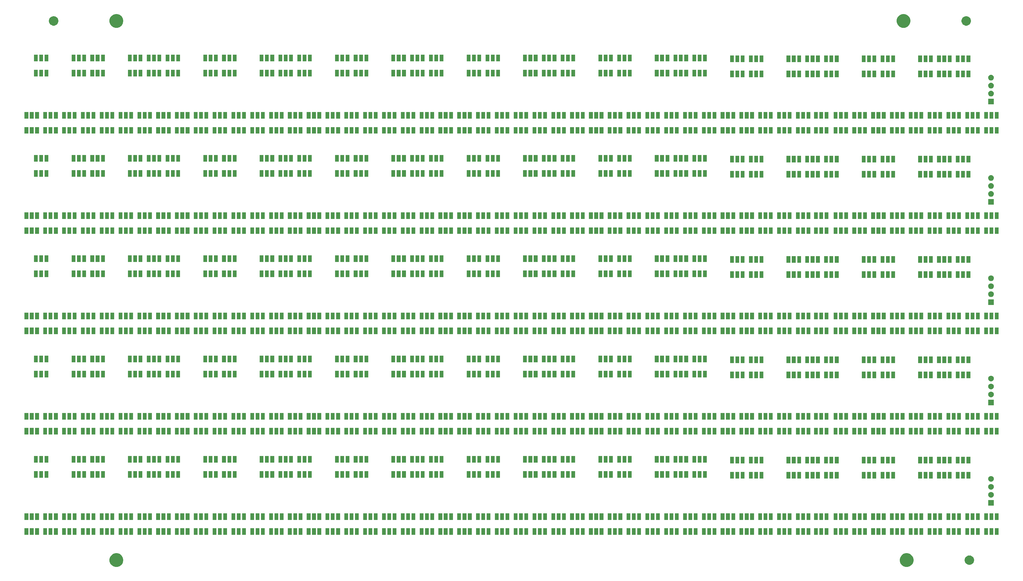
<source format=gbr>
G04 #@! TF.GenerationSoftware,KiCad,Pcbnew,(5.1.5)-3*
G04 #@! TF.CreationDate,2020-04-14T19:59:01+09:00*
G04 #@! TF.ProjectId,APA102_MENZUKE5_base,41504131-3032-45f4-9d45-4e5a554b4535,rev?*
G04 #@! TF.SameCoordinates,Original*
G04 #@! TF.FileFunction,Soldermask,Top*
G04 #@! TF.FilePolarity,Negative*
%FSLAX46Y46*%
G04 Gerber Fmt 4.6, Leading zero omitted, Abs format (unit mm)*
G04 Created by KiCad (PCBNEW (5.1.5)-3) date 2020-04-14 19:59:01*
%MOMM*%
%LPD*%
G04 APERTURE LIST*
%ADD10C,0.100000*%
G04 APERTURE END LIST*
D10*
G36*
X332642007Y-202883582D02*
G01*
X333042563Y-203049498D01*
X333042565Y-203049499D01*
X333403056Y-203290371D01*
X333709629Y-203596944D01*
X333868608Y-203834874D01*
X333950502Y-203957437D01*
X334116418Y-204357993D01*
X334201000Y-204783219D01*
X334201000Y-205216781D01*
X334116418Y-205642007D01*
X333986277Y-205956194D01*
X333950501Y-206042565D01*
X333709629Y-206403056D01*
X333403056Y-206709629D01*
X333042565Y-206950501D01*
X333042564Y-206950502D01*
X333042563Y-206950502D01*
X332642007Y-207116418D01*
X332216781Y-207201000D01*
X331783219Y-207201000D01*
X331357993Y-207116418D01*
X330957437Y-206950502D01*
X330957436Y-206950502D01*
X330957435Y-206950501D01*
X330596944Y-206709629D01*
X330290371Y-206403056D01*
X330049499Y-206042565D01*
X330013723Y-205956194D01*
X329883582Y-205642007D01*
X329799000Y-205216781D01*
X329799000Y-204783219D01*
X329883582Y-204357993D01*
X330049498Y-203957437D01*
X330131392Y-203834874D01*
X330290371Y-203596944D01*
X330596944Y-203290371D01*
X330957435Y-203049499D01*
X330957437Y-203049498D01*
X331357993Y-202883582D01*
X331783219Y-202799000D01*
X332216781Y-202799000D01*
X332642007Y-202883582D01*
G37*
G36*
X80642007Y-202883582D02*
G01*
X81042563Y-203049498D01*
X81042565Y-203049499D01*
X81403056Y-203290371D01*
X81709629Y-203596944D01*
X81868608Y-203834874D01*
X81950502Y-203957437D01*
X82116418Y-204357993D01*
X82201000Y-204783219D01*
X82201000Y-205216781D01*
X82116418Y-205642007D01*
X81986277Y-205956194D01*
X81950501Y-206042565D01*
X81709629Y-206403056D01*
X81403056Y-206709629D01*
X81042565Y-206950501D01*
X81042564Y-206950502D01*
X81042563Y-206950502D01*
X80642007Y-207116418D01*
X80216781Y-207201000D01*
X79783219Y-207201000D01*
X79357993Y-207116418D01*
X78957437Y-206950502D01*
X78957436Y-206950502D01*
X78957435Y-206950501D01*
X78596944Y-206709629D01*
X78290371Y-206403056D01*
X78049499Y-206042565D01*
X78013723Y-205956194D01*
X77883582Y-205642007D01*
X77799000Y-205216781D01*
X77799000Y-204783219D01*
X77883582Y-204357993D01*
X78049498Y-203957437D01*
X78131392Y-203834874D01*
X78290371Y-203596944D01*
X78596944Y-203290371D01*
X78957435Y-203049499D01*
X78957437Y-203049498D01*
X79357993Y-202883582D01*
X79783219Y-202799000D01*
X80216781Y-202799000D01*
X80642007Y-202883582D01*
G37*
G36*
X352437534Y-203557643D02*
G01*
X352710515Y-203670716D01*
X352710517Y-203670717D01*
X352834190Y-203753353D01*
X352956193Y-203834873D01*
X353165127Y-204043807D01*
X353329284Y-204289485D01*
X353442357Y-204562466D01*
X353500000Y-204852262D01*
X353500000Y-205147738D01*
X353442357Y-205437534D01*
X353329284Y-205710515D01*
X353329283Y-205710517D01*
X353165126Y-205956194D01*
X352956194Y-206165126D01*
X352710517Y-206329283D01*
X352710516Y-206329284D01*
X352710515Y-206329284D01*
X352437534Y-206442357D01*
X352147738Y-206500000D01*
X351852262Y-206500000D01*
X351562466Y-206442357D01*
X351289485Y-206329284D01*
X351289484Y-206329284D01*
X351289483Y-206329283D01*
X351043806Y-206165126D01*
X350834874Y-205956194D01*
X350670717Y-205710517D01*
X350670716Y-205710515D01*
X350557643Y-205437534D01*
X350500000Y-205147738D01*
X350500000Y-204852262D01*
X350557643Y-204562466D01*
X350670716Y-204289485D01*
X350834873Y-204043807D01*
X351043807Y-203834873D01*
X351165810Y-203753353D01*
X351289483Y-203670717D01*
X351289485Y-203670716D01*
X351562466Y-203557643D01*
X351852262Y-203500000D01*
X352147738Y-203500000D01*
X352437534Y-203557643D01*
G37*
G36*
X317601000Y-196951000D02*
G01*
X316399000Y-196951000D01*
X316399000Y-194849000D01*
X317601000Y-194849000D01*
X317601000Y-196951000D01*
G37*
G36*
X327901000Y-196951000D02*
G01*
X326699000Y-196951000D01*
X326699000Y-194849000D01*
X327901000Y-194849000D01*
X327901000Y-196951000D01*
G37*
G36*
X259301000Y-196951000D02*
G01*
X258099000Y-196951000D01*
X258099000Y-194849000D01*
X259301000Y-194849000D01*
X259301000Y-196951000D01*
G37*
G36*
X351901000Y-196951000D02*
G01*
X350699000Y-196951000D01*
X350699000Y-194849000D01*
X351901000Y-194849000D01*
X351901000Y-196951000D01*
G37*
G36*
X353601000Y-196951000D02*
G01*
X352399000Y-196951000D01*
X352399000Y-194849000D01*
X353601000Y-194849000D01*
X353601000Y-196951000D01*
G37*
G36*
X355301000Y-196951000D02*
G01*
X354099000Y-196951000D01*
X354099000Y-194849000D01*
X355301000Y-194849000D01*
X355301000Y-196951000D01*
G37*
G36*
X357901000Y-196951000D02*
G01*
X356699000Y-196951000D01*
X356699000Y-194849000D01*
X357901000Y-194849000D01*
X357901000Y-196951000D01*
G37*
G36*
X359601000Y-196951000D02*
G01*
X358399000Y-196951000D01*
X358399000Y-194849000D01*
X359601000Y-194849000D01*
X359601000Y-196951000D01*
G37*
G36*
X361301000Y-196951000D02*
G01*
X360099000Y-196951000D01*
X360099000Y-194849000D01*
X361301000Y-194849000D01*
X361301000Y-196951000D01*
G37*
G36*
X339901000Y-196951000D02*
G01*
X338699000Y-196951000D01*
X338699000Y-194849000D01*
X339901000Y-194849000D01*
X339901000Y-196951000D01*
G37*
G36*
X341601000Y-196951000D02*
G01*
X340399000Y-196951000D01*
X340399000Y-194849000D01*
X341601000Y-194849000D01*
X341601000Y-196951000D01*
G37*
G36*
X343301000Y-196951000D02*
G01*
X342099000Y-196951000D01*
X342099000Y-194849000D01*
X343301000Y-194849000D01*
X343301000Y-196951000D01*
G37*
G36*
X315901000Y-196951000D02*
G01*
X314699000Y-196951000D01*
X314699000Y-194849000D01*
X315901000Y-194849000D01*
X315901000Y-196951000D01*
G37*
G36*
X257601000Y-196951000D02*
G01*
X256399000Y-196951000D01*
X256399000Y-194849000D01*
X257601000Y-194849000D01*
X257601000Y-196951000D01*
G37*
G36*
X255901000Y-196951000D02*
G01*
X254699000Y-196951000D01*
X254699000Y-194849000D01*
X255901000Y-194849000D01*
X255901000Y-196951000D01*
G37*
G36*
X333901000Y-196951000D02*
G01*
X332699000Y-196951000D01*
X332699000Y-194849000D01*
X333901000Y-194849000D01*
X333901000Y-196951000D01*
G37*
G36*
X335601000Y-196951000D02*
G01*
X334399000Y-196951000D01*
X334399000Y-194849000D01*
X335601000Y-194849000D01*
X335601000Y-196951000D01*
G37*
G36*
X337301000Y-196951000D02*
G01*
X336099000Y-196951000D01*
X336099000Y-194849000D01*
X337301000Y-194849000D01*
X337301000Y-196951000D01*
G37*
G36*
X331301000Y-196951000D02*
G01*
X330099000Y-196951000D01*
X330099000Y-194849000D01*
X331301000Y-194849000D01*
X331301000Y-196951000D01*
G37*
G36*
X299601000Y-196951000D02*
G01*
X298399000Y-196951000D01*
X298399000Y-194849000D01*
X299601000Y-194849000D01*
X299601000Y-196951000D01*
G37*
G36*
X297901000Y-196951000D02*
G01*
X296699000Y-196951000D01*
X296699000Y-194849000D01*
X297901000Y-194849000D01*
X297901000Y-196951000D01*
G37*
G36*
X329601000Y-196951000D02*
G01*
X328399000Y-196951000D01*
X328399000Y-194849000D01*
X329601000Y-194849000D01*
X329601000Y-196951000D01*
G37*
G36*
X347601000Y-196951000D02*
G01*
X346399000Y-196951000D01*
X346399000Y-194849000D01*
X347601000Y-194849000D01*
X347601000Y-196951000D01*
G37*
G36*
X349301000Y-196951000D02*
G01*
X348099000Y-196951000D01*
X348099000Y-194849000D01*
X349301000Y-194849000D01*
X349301000Y-196951000D01*
G37*
G36*
X309901000Y-196951000D02*
G01*
X308699000Y-196951000D01*
X308699000Y-194849000D01*
X309901000Y-194849000D01*
X309901000Y-196951000D01*
G37*
G36*
X311601000Y-196951000D02*
G01*
X310399000Y-196951000D01*
X310399000Y-194849000D01*
X311601000Y-194849000D01*
X311601000Y-196951000D01*
G37*
G36*
X313301000Y-196951000D02*
G01*
X312099000Y-196951000D01*
X312099000Y-194849000D01*
X313301000Y-194849000D01*
X313301000Y-196951000D01*
G37*
G36*
X303651000Y-196951000D02*
G01*
X302449000Y-196951000D01*
X302449000Y-194849000D01*
X303651000Y-194849000D01*
X303651000Y-196951000D01*
G37*
G36*
X305351000Y-196951000D02*
G01*
X304149000Y-196951000D01*
X304149000Y-194849000D01*
X305351000Y-194849000D01*
X305351000Y-196951000D01*
G37*
G36*
X307051000Y-196951000D02*
G01*
X305849000Y-196951000D01*
X305849000Y-194849000D01*
X307051000Y-194849000D01*
X307051000Y-196951000D01*
G37*
G36*
X319301000Y-196951000D02*
G01*
X318099000Y-196951000D01*
X318099000Y-194849000D01*
X319301000Y-194849000D01*
X319301000Y-196951000D01*
G37*
G36*
X345901000Y-196951000D02*
G01*
X344699000Y-196951000D01*
X344699000Y-194849000D01*
X345901000Y-194849000D01*
X345901000Y-196951000D01*
G37*
G36*
X301301000Y-196951000D02*
G01*
X300099000Y-196951000D01*
X300099000Y-194849000D01*
X301301000Y-194849000D01*
X301301000Y-196951000D01*
G37*
G36*
X289301000Y-196951000D02*
G01*
X288099000Y-196951000D01*
X288099000Y-194849000D01*
X289301000Y-194849000D01*
X289301000Y-196951000D01*
G37*
G36*
X287601000Y-196951000D02*
G01*
X286399000Y-196951000D01*
X286399000Y-194849000D01*
X287601000Y-194849000D01*
X287601000Y-196951000D01*
G37*
G36*
X285901000Y-196951000D02*
G01*
X284699000Y-196951000D01*
X284699000Y-194849000D01*
X285901000Y-194849000D01*
X285901000Y-196951000D01*
G37*
G36*
X325301000Y-196951000D02*
G01*
X324099000Y-196951000D01*
X324099000Y-194849000D01*
X325301000Y-194849000D01*
X325301000Y-196951000D01*
G37*
G36*
X323601000Y-196951000D02*
G01*
X322399000Y-196951000D01*
X322399000Y-194849000D01*
X323601000Y-194849000D01*
X323601000Y-196951000D01*
G37*
G36*
X321901000Y-196951000D02*
G01*
X320699000Y-196951000D01*
X320699000Y-194849000D01*
X321901000Y-194849000D01*
X321901000Y-196951000D01*
G37*
G36*
X277301000Y-196951000D02*
G01*
X276099000Y-196951000D01*
X276099000Y-194849000D01*
X277301000Y-194849000D01*
X277301000Y-196951000D01*
G37*
G36*
X271301000Y-196951000D02*
G01*
X270099000Y-196951000D01*
X270099000Y-194849000D01*
X271301000Y-194849000D01*
X271301000Y-196951000D01*
G37*
G36*
X291901000Y-196951000D02*
G01*
X290699000Y-196951000D01*
X290699000Y-194849000D01*
X291901000Y-194849000D01*
X291901000Y-196951000D01*
G37*
G36*
X293601000Y-196951000D02*
G01*
X292399000Y-196951000D01*
X292399000Y-194849000D01*
X293601000Y-194849000D01*
X293601000Y-196951000D01*
G37*
G36*
X295301000Y-196951000D02*
G01*
X294099000Y-196951000D01*
X294099000Y-194849000D01*
X295301000Y-194849000D01*
X295301000Y-196951000D01*
G37*
G36*
X279901000Y-196951000D02*
G01*
X278699000Y-196951000D01*
X278699000Y-194849000D01*
X279901000Y-194849000D01*
X279901000Y-196951000D01*
G37*
G36*
X281601000Y-196951000D02*
G01*
X280399000Y-196951000D01*
X280399000Y-194849000D01*
X281601000Y-194849000D01*
X281601000Y-196951000D01*
G37*
G36*
X283301000Y-196951000D02*
G01*
X282099000Y-196951000D01*
X282099000Y-194849000D01*
X283301000Y-194849000D01*
X283301000Y-196951000D01*
G37*
G36*
X273901000Y-196951000D02*
G01*
X272699000Y-196951000D01*
X272699000Y-194849000D01*
X273901000Y-194849000D01*
X273901000Y-196951000D01*
G37*
G36*
X275601000Y-196951000D02*
G01*
X274399000Y-196951000D01*
X274399000Y-194849000D01*
X275601000Y-194849000D01*
X275601000Y-196951000D01*
G37*
G36*
X197601000Y-196951000D02*
G01*
X196399000Y-196951000D01*
X196399000Y-194849000D01*
X197601000Y-194849000D01*
X197601000Y-196951000D01*
G37*
G36*
X199301000Y-196951000D02*
G01*
X198099000Y-196951000D01*
X198099000Y-194849000D01*
X199301000Y-194849000D01*
X199301000Y-196951000D01*
G37*
G36*
X269601000Y-196951000D02*
G01*
X268399000Y-196951000D01*
X268399000Y-194849000D01*
X269601000Y-194849000D01*
X269601000Y-196951000D01*
G37*
G36*
X267901000Y-196951000D02*
G01*
X266699000Y-196951000D01*
X266699000Y-194849000D01*
X267901000Y-194849000D01*
X267901000Y-196951000D01*
G37*
G36*
X265301000Y-196951000D02*
G01*
X264099000Y-196951000D01*
X264099000Y-194849000D01*
X265301000Y-194849000D01*
X265301000Y-196951000D01*
G37*
G36*
X263601000Y-196951000D02*
G01*
X262399000Y-196951000D01*
X262399000Y-194849000D01*
X263601000Y-194849000D01*
X263601000Y-196951000D01*
G37*
G36*
X261901000Y-196951000D02*
G01*
X260699000Y-196951000D01*
X260699000Y-194849000D01*
X261901000Y-194849000D01*
X261901000Y-196951000D01*
G37*
G36*
X247301000Y-196951000D02*
G01*
X246099000Y-196951000D01*
X246099000Y-194849000D01*
X247301000Y-194849000D01*
X247301000Y-196951000D01*
G37*
G36*
X245601000Y-196951000D02*
G01*
X244399000Y-196951000D01*
X244399000Y-194849000D01*
X245601000Y-194849000D01*
X245601000Y-196951000D01*
G37*
G36*
X243901000Y-196951000D02*
G01*
X242699000Y-196951000D01*
X242699000Y-194849000D01*
X243901000Y-194849000D01*
X243901000Y-196951000D01*
G37*
G36*
X223301000Y-196951000D02*
G01*
X222099000Y-196951000D01*
X222099000Y-194849000D01*
X223301000Y-194849000D01*
X223301000Y-196951000D01*
G37*
G36*
X221601000Y-196951000D02*
G01*
X220399000Y-196951000D01*
X220399000Y-194849000D01*
X221601000Y-194849000D01*
X221601000Y-196951000D01*
G37*
G36*
X219901000Y-196951000D02*
G01*
X218699000Y-196951000D01*
X218699000Y-194849000D01*
X219901000Y-194849000D01*
X219901000Y-196951000D01*
G37*
G36*
X229301000Y-196951000D02*
G01*
X228099000Y-196951000D01*
X228099000Y-194849000D01*
X229301000Y-194849000D01*
X229301000Y-196951000D01*
G37*
G36*
X227601000Y-196951000D02*
G01*
X226399000Y-196951000D01*
X226399000Y-194849000D01*
X227601000Y-194849000D01*
X227601000Y-196951000D01*
G37*
G36*
X225901000Y-196951000D02*
G01*
X224699000Y-196951000D01*
X224699000Y-194849000D01*
X225901000Y-194849000D01*
X225901000Y-196951000D01*
G37*
G36*
X253301000Y-196951000D02*
G01*
X252099000Y-196951000D01*
X252099000Y-194849000D01*
X253301000Y-194849000D01*
X253301000Y-196951000D01*
G37*
G36*
X251601000Y-196951000D02*
G01*
X250399000Y-196951000D01*
X250399000Y-194849000D01*
X251601000Y-194849000D01*
X251601000Y-196951000D01*
G37*
G36*
X249901000Y-196951000D02*
G01*
X248699000Y-196951000D01*
X248699000Y-194849000D01*
X249901000Y-194849000D01*
X249901000Y-196951000D01*
G37*
G36*
X217301000Y-196951000D02*
G01*
X216099000Y-196951000D01*
X216099000Y-194849000D01*
X217301000Y-194849000D01*
X217301000Y-196951000D01*
G37*
G36*
X215601000Y-196951000D02*
G01*
X214399000Y-196951000D01*
X214399000Y-194849000D01*
X215601000Y-194849000D01*
X215601000Y-196951000D01*
G37*
G36*
X213901000Y-196951000D02*
G01*
X212699000Y-196951000D01*
X212699000Y-194849000D01*
X213901000Y-194849000D01*
X213901000Y-196951000D01*
G37*
G36*
X207901000Y-196951000D02*
G01*
X206699000Y-196951000D01*
X206699000Y-194849000D01*
X207901000Y-194849000D01*
X207901000Y-196951000D01*
G37*
G36*
X209601000Y-196951000D02*
G01*
X208399000Y-196951000D01*
X208399000Y-194849000D01*
X209601000Y-194849000D01*
X209601000Y-196951000D01*
G37*
G36*
X211301000Y-196951000D02*
G01*
X210099000Y-196951000D01*
X210099000Y-194849000D01*
X211301000Y-194849000D01*
X211301000Y-196951000D01*
G37*
G36*
X201901000Y-196951000D02*
G01*
X200699000Y-196951000D01*
X200699000Y-194849000D01*
X201901000Y-194849000D01*
X201901000Y-196951000D01*
G37*
G36*
X203601000Y-196951000D02*
G01*
X202399000Y-196951000D01*
X202399000Y-194849000D01*
X203601000Y-194849000D01*
X203601000Y-196951000D01*
G37*
G36*
X205301000Y-196951000D02*
G01*
X204099000Y-196951000D01*
X204099000Y-194849000D01*
X205301000Y-194849000D01*
X205301000Y-196951000D01*
G37*
G36*
X195901000Y-196951000D02*
G01*
X194699000Y-196951000D01*
X194699000Y-194849000D01*
X195901000Y-194849000D01*
X195901000Y-196951000D01*
G37*
G36*
X193301000Y-196951000D02*
G01*
X192099000Y-196951000D01*
X192099000Y-194849000D01*
X193301000Y-194849000D01*
X193301000Y-196951000D01*
G37*
G36*
X121301000Y-196951000D02*
G01*
X120099000Y-196951000D01*
X120099000Y-194849000D01*
X121301000Y-194849000D01*
X121301000Y-196951000D01*
G37*
G36*
X135901000Y-196951000D02*
G01*
X134699000Y-196951000D01*
X134699000Y-194849000D01*
X135901000Y-194849000D01*
X135901000Y-196951000D01*
G37*
G36*
X239601000Y-196951000D02*
G01*
X238399000Y-196951000D01*
X238399000Y-194849000D01*
X239601000Y-194849000D01*
X239601000Y-196951000D01*
G37*
G36*
X241301000Y-196951000D02*
G01*
X240099000Y-196951000D01*
X240099000Y-194849000D01*
X241301000Y-194849000D01*
X241301000Y-196951000D01*
G37*
G36*
X231901000Y-196951000D02*
G01*
X230699000Y-196951000D01*
X230699000Y-194849000D01*
X231901000Y-194849000D01*
X231901000Y-196951000D01*
G37*
G36*
X233601000Y-196951000D02*
G01*
X232399000Y-196951000D01*
X232399000Y-194849000D01*
X233601000Y-194849000D01*
X233601000Y-196951000D01*
G37*
G36*
X235301000Y-196951000D02*
G01*
X234099000Y-196951000D01*
X234099000Y-194849000D01*
X235301000Y-194849000D01*
X235301000Y-196951000D01*
G37*
G36*
X189901000Y-196951000D02*
G01*
X188699000Y-196951000D01*
X188699000Y-194849000D01*
X189901000Y-194849000D01*
X189901000Y-196951000D01*
G37*
G36*
X191601000Y-196951000D02*
G01*
X190399000Y-196951000D01*
X190399000Y-194849000D01*
X191601000Y-194849000D01*
X191601000Y-196951000D01*
G37*
G36*
X237901000Y-196951000D02*
G01*
X236699000Y-196951000D01*
X236699000Y-194849000D01*
X237901000Y-194849000D01*
X237901000Y-196951000D01*
G37*
G36*
X99901000Y-196951000D02*
G01*
X98699000Y-196951000D01*
X98699000Y-194849000D01*
X99901000Y-194849000D01*
X99901000Y-196951000D01*
G37*
G36*
X119601000Y-196951000D02*
G01*
X118399000Y-196951000D01*
X118399000Y-194849000D01*
X119601000Y-194849000D01*
X119601000Y-196951000D01*
G37*
G36*
X117901000Y-196951000D02*
G01*
X116699000Y-196951000D01*
X116699000Y-194849000D01*
X117901000Y-194849000D01*
X117901000Y-196951000D01*
G37*
G36*
X123901000Y-196951000D02*
G01*
X122699000Y-196951000D01*
X122699000Y-194849000D01*
X123901000Y-194849000D01*
X123901000Y-196951000D01*
G37*
G36*
X125601000Y-196951000D02*
G01*
X124399000Y-196951000D01*
X124399000Y-194849000D01*
X125601000Y-194849000D01*
X125601000Y-196951000D01*
G37*
G36*
X127301000Y-196951000D02*
G01*
X126099000Y-196951000D01*
X126099000Y-194849000D01*
X127301000Y-194849000D01*
X127301000Y-196951000D01*
G37*
G36*
X73301000Y-196951000D02*
G01*
X72099000Y-196951000D01*
X72099000Y-194849000D01*
X73301000Y-194849000D01*
X73301000Y-196951000D01*
G37*
G36*
X71601000Y-196951000D02*
G01*
X70399000Y-196951000D01*
X70399000Y-194849000D01*
X71601000Y-194849000D01*
X71601000Y-196951000D01*
G37*
G36*
X69901000Y-196951000D02*
G01*
X68699000Y-196951000D01*
X68699000Y-194849000D01*
X69901000Y-194849000D01*
X69901000Y-196951000D01*
G37*
G36*
X159901000Y-196951000D02*
G01*
X158699000Y-196951000D01*
X158699000Y-194849000D01*
X159901000Y-194849000D01*
X159901000Y-196951000D01*
G37*
G36*
X101601000Y-196951000D02*
G01*
X100399000Y-196951000D01*
X100399000Y-194849000D01*
X101601000Y-194849000D01*
X101601000Y-196951000D01*
G37*
G36*
X77601000Y-196951000D02*
G01*
X76399000Y-196951000D01*
X76399000Y-194849000D01*
X77601000Y-194849000D01*
X77601000Y-196951000D01*
G37*
G36*
X103301000Y-196951000D02*
G01*
X102099000Y-196951000D01*
X102099000Y-194849000D01*
X103301000Y-194849000D01*
X103301000Y-196951000D01*
G37*
G36*
X153901000Y-196951000D02*
G01*
X152699000Y-196951000D01*
X152699000Y-194849000D01*
X153901000Y-194849000D01*
X153901000Y-196951000D01*
G37*
G36*
X155601000Y-196951000D02*
G01*
X154399000Y-196951000D01*
X154399000Y-194849000D01*
X155601000Y-194849000D01*
X155601000Y-196951000D01*
G37*
G36*
X157301000Y-196951000D02*
G01*
X156099000Y-196951000D01*
X156099000Y-194849000D01*
X157301000Y-194849000D01*
X157301000Y-196951000D01*
G37*
G36*
X169301000Y-196951000D02*
G01*
X168099000Y-196951000D01*
X168099000Y-194849000D01*
X169301000Y-194849000D01*
X169301000Y-196951000D01*
G37*
G36*
X167601000Y-196951000D02*
G01*
X166399000Y-196951000D01*
X166399000Y-194849000D01*
X167601000Y-194849000D01*
X167601000Y-196951000D01*
G37*
G36*
X165901000Y-196951000D02*
G01*
X164699000Y-196951000D01*
X164699000Y-194849000D01*
X165901000Y-194849000D01*
X165901000Y-196951000D01*
G37*
G36*
X89601000Y-196951000D02*
G01*
X88399000Y-196951000D01*
X88399000Y-194849000D01*
X89601000Y-194849000D01*
X89601000Y-196951000D01*
G37*
G36*
X161601000Y-196951000D02*
G01*
X160399000Y-196951000D01*
X160399000Y-194849000D01*
X161601000Y-194849000D01*
X161601000Y-196951000D01*
G37*
G36*
X163301000Y-196951000D02*
G01*
X162099000Y-196951000D01*
X162099000Y-194849000D01*
X163301000Y-194849000D01*
X163301000Y-196951000D01*
G37*
G36*
X187301000Y-196951000D02*
G01*
X186099000Y-196951000D01*
X186099000Y-194849000D01*
X187301000Y-194849000D01*
X187301000Y-196951000D01*
G37*
G36*
X185601000Y-196951000D02*
G01*
X184399000Y-196951000D01*
X184399000Y-194849000D01*
X185601000Y-194849000D01*
X185601000Y-196951000D01*
G37*
G36*
X183901000Y-196951000D02*
G01*
X182699000Y-196951000D01*
X182699000Y-194849000D01*
X183901000Y-194849000D01*
X183901000Y-196951000D01*
G37*
G36*
X93901000Y-196951000D02*
G01*
X92699000Y-196951000D01*
X92699000Y-194849000D01*
X93901000Y-194849000D01*
X93901000Y-196951000D01*
G37*
G36*
X95601000Y-196951000D02*
G01*
X94399000Y-196951000D01*
X94399000Y-194849000D01*
X95601000Y-194849000D01*
X95601000Y-196951000D01*
G37*
G36*
X97301000Y-196951000D02*
G01*
X96099000Y-196951000D01*
X96099000Y-194849000D01*
X97301000Y-194849000D01*
X97301000Y-196951000D01*
G37*
G36*
X79301000Y-196951000D02*
G01*
X78099000Y-196951000D01*
X78099000Y-194849000D01*
X79301000Y-194849000D01*
X79301000Y-196951000D01*
G37*
G36*
X143601000Y-196951000D02*
G01*
X142399000Y-196951000D01*
X142399000Y-194849000D01*
X143601000Y-194849000D01*
X143601000Y-196951000D01*
G37*
G36*
X137601000Y-196951000D02*
G01*
X136399000Y-196951000D01*
X136399000Y-194849000D01*
X137601000Y-194849000D01*
X137601000Y-196951000D01*
G37*
G36*
X175301000Y-196951000D02*
G01*
X174099000Y-196951000D01*
X174099000Y-194849000D01*
X175301000Y-194849000D01*
X175301000Y-196951000D01*
G37*
G36*
X133301000Y-196951000D02*
G01*
X132099000Y-196951000D01*
X132099000Y-194849000D01*
X133301000Y-194849000D01*
X133301000Y-196951000D01*
G37*
G36*
X131601000Y-196951000D02*
G01*
X130399000Y-196951000D01*
X130399000Y-194849000D01*
X131601000Y-194849000D01*
X131601000Y-196951000D01*
G37*
G36*
X129901000Y-196951000D02*
G01*
X128699000Y-196951000D01*
X128699000Y-194849000D01*
X129901000Y-194849000D01*
X129901000Y-196951000D01*
G37*
G36*
X109301000Y-196951000D02*
G01*
X108099000Y-196951000D01*
X108099000Y-194849000D01*
X109301000Y-194849000D01*
X109301000Y-196951000D01*
G37*
G36*
X107601000Y-196951000D02*
G01*
X106399000Y-196951000D01*
X106399000Y-194849000D01*
X107601000Y-194849000D01*
X107601000Y-196951000D01*
G37*
G36*
X105901000Y-196951000D02*
G01*
X104699000Y-196951000D01*
X104699000Y-194849000D01*
X105901000Y-194849000D01*
X105901000Y-196951000D01*
G37*
G36*
X145301000Y-196951000D02*
G01*
X144099000Y-196951000D01*
X144099000Y-194849000D01*
X145301000Y-194849000D01*
X145301000Y-196951000D01*
G37*
G36*
X65601000Y-196951000D02*
G01*
X64399000Y-196951000D01*
X64399000Y-194849000D01*
X65601000Y-194849000D01*
X65601000Y-196951000D01*
G37*
G36*
X141901000Y-196951000D02*
G01*
X140699000Y-196951000D01*
X140699000Y-194849000D01*
X141901000Y-194849000D01*
X141901000Y-196951000D01*
G37*
G36*
X75901000Y-196951000D02*
G01*
X74699000Y-196951000D01*
X74699000Y-194849000D01*
X75901000Y-194849000D01*
X75901000Y-196951000D01*
G37*
G36*
X173601000Y-196951000D02*
G01*
X172399000Y-196951000D01*
X172399000Y-194849000D01*
X173601000Y-194849000D01*
X173601000Y-196951000D01*
G37*
G36*
X171901000Y-196951000D02*
G01*
X170699000Y-196951000D01*
X170699000Y-194849000D01*
X171901000Y-194849000D01*
X171901000Y-196951000D01*
G37*
G36*
X147901000Y-196951000D02*
G01*
X146699000Y-196951000D01*
X146699000Y-194849000D01*
X147901000Y-194849000D01*
X147901000Y-196951000D01*
G37*
G36*
X149601000Y-196951000D02*
G01*
X148399000Y-196951000D01*
X148399000Y-194849000D01*
X149601000Y-194849000D01*
X149601000Y-196951000D01*
G37*
G36*
X151301000Y-196951000D02*
G01*
X150099000Y-196951000D01*
X150099000Y-194849000D01*
X151301000Y-194849000D01*
X151301000Y-196951000D01*
G37*
G36*
X91301000Y-196951000D02*
G01*
X90099000Y-196951000D01*
X90099000Y-194849000D01*
X91301000Y-194849000D01*
X91301000Y-196951000D01*
G37*
G36*
X87901000Y-196951000D02*
G01*
X86699000Y-196951000D01*
X86699000Y-194849000D01*
X87901000Y-194849000D01*
X87901000Y-196951000D01*
G37*
G36*
X55301000Y-196951000D02*
G01*
X54099000Y-196951000D01*
X54099000Y-194849000D01*
X55301000Y-194849000D01*
X55301000Y-196951000D01*
G37*
G36*
X139301000Y-196951000D02*
G01*
X138099000Y-196951000D01*
X138099000Y-194849000D01*
X139301000Y-194849000D01*
X139301000Y-196951000D01*
G37*
G36*
X83601000Y-196951000D02*
G01*
X82399000Y-196951000D01*
X82399000Y-194849000D01*
X83601000Y-194849000D01*
X83601000Y-196951000D01*
G37*
G36*
X63901000Y-196951000D02*
G01*
X62699000Y-196951000D01*
X62699000Y-194849000D01*
X63901000Y-194849000D01*
X63901000Y-196951000D01*
G37*
G36*
X181301000Y-196951000D02*
G01*
X180099000Y-196951000D01*
X180099000Y-194849000D01*
X181301000Y-194849000D01*
X181301000Y-196951000D01*
G37*
G36*
X179601000Y-196951000D02*
G01*
X178399000Y-196951000D01*
X178399000Y-194849000D01*
X179601000Y-194849000D01*
X179601000Y-196951000D01*
G37*
G36*
X177901000Y-196951000D02*
G01*
X176699000Y-196951000D01*
X176699000Y-194849000D01*
X177901000Y-194849000D01*
X177901000Y-196951000D01*
G37*
G36*
X115301000Y-196951000D02*
G01*
X114099000Y-196951000D01*
X114099000Y-194849000D01*
X115301000Y-194849000D01*
X115301000Y-196951000D01*
G37*
G36*
X113601000Y-196951000D02*
G01*
X112399000Y-196951000D01*
X112399000Y-194849000D01*
X113601000Y-194849000D01*
X113601000Y-196951000D01*
G37*
G36*
X111901000Y-196951000D02*
G01*
X110699000Y-196951000D01*
X110699000Y-194849000D01*
X111901000Y-194849000D01*
X111901000Y-196951000D01*
G37*
G36*
X67301000Y-196951000D02*
G01*
X66099000Y-196951000D01*
X66099000Y-194849000D01*
X67301000Y-194849000D01*
X67301000Y-196951000D01*
G37*
G36*
X81901000Y-196951000D02*
G01*
X80699000Y-196951000D01*
X80699000Y-194849000D01*
X81901000Y-194849000D01*
X81901000Y-196951000D01*
G37*
G36*
X53601000Y-196951000D02*
G01*
X52399000Y-196951000D01*
X52399000Y-194849000D01*
X53601000Y-194849000D01*
X53601000Y-196951000D01*
G37*
G36*
X51901000Y-196951000D02*
G01*
X50699000Y-196951000D01*
X50699000Y-194849000D01*
X51901000Y-194849000D01*
X51901000Y-196951000D01*
G37*
G36*
X61301000Y-196951000D02*
G01*
X60099000Y-196951000D01*
X60099000Y-194849000D01*
X61301000Y-194849000D01*
X61301000Y-196951000D01*
G37*
G36*
X59601000Y-196951000D02*
G01*
X58399000Y-196951000D01*
X58399000Y-194849000D01*
X59601000Y-194849000D01*
X59601000Y-196951000D01*
G37*
G36*
X57901000Y-196951000D02*
G01*
X56699000Y-196951000D01*
X56699000Y-194849000D01*
X57901000Y-194849000D01*
X57901000Y-196951000D01*
G37*
G36*
X85301000Y-196951000D02*
G01*
X84099000Y-196951000D01*
X84099000Y-194849000D01*
X85301000Y-194849000D01*
X85301000Y-196951000D01*
G37*
G36*
X347601000Y-192151000D02*
G01*
X346399000Y-192151000D01*
X346399000Y-190049000D01*
X347601000Y-190049000D01*
X347601000Y-192151000D01*
G37*
G36*
X345901000Y-192151000D02*
G01*
X344699000Y-192151000D01*
X344699000Y-190049000D01*
X345901000Y-190049000D01*
X345901000Y-192151000D01*
G37*
G36*
X313301000Y-192151000D02*
G01*
X312099000Y-192151000D01*
X312099000Y-190049000D01*
X313301000Y-190049000D01*
X313301000Y-192151000D01*
G37*
G36*
X311601000Y-192151000D02*
G01*
X310399000Y-192151000D01*
X310399000Y-190049000D01*
X311601000Y-190049000D01*
X311601000Y-192151000D01*
G37*
G36*
X309901000Y-192151000D02*
G01*
X308699000Y-192151000D01*
X308699000Y-190049000D01*
X309901000Y-190049000D01*
X309901000Y-192151000D01*
G37*
G36*
X307051000Y-192151000D02*
G01*
X305849000Y-192151000D01*
X305849000Y-190049000D01*
X307051000Y-190049000D01*
X307051000Y-192151000D01*
G37*
G36*
X125601000Y-192151000D02*
G01*
X124399000Y-192151000D01*
X124399000Y-190049000D01*
X125601000Y-190049000D01*
X125601000Y-192151000D01*
G37*
G36*
X239601000Y-192151000D02*
G01*
X238399000Y-192151000D01*
X238399000Y-190049000D01*
X239601000Y-190049000D01*
X239601000Y-192151000D01*
G37*
G36*
X237901000Y-192151000D02*
G01*
X236699000Y-192151000D01*
X236699000Y-190049000D01*
X237901000Y-190049000D01*
X237901000Y-192151000D01*
G37*
G36*
X235301000Y-192151000D02*
G01*
X234099000Y-192151000D01*
X234099000Y-190049000D01*
X235301000Y-190049000D01*
X235301000Y-192151000D01*
G37*
G36*
X233601000Y-192151000D02*
G01*
X232399000Y-192151000D01*
X232399000Y-190049000D01*
X233601000Y-190049000D01*
X233601000Y-192151000D01*
G37*
G36*
X231901000Y-192151000D02*
G01*
X230699000Y-192151000D01*
X230699000Y-190049000D01*
X231901000Y-190049000D01*
X231901000Y-192151000D01*
G37*
G36*
X193301000Y-192151000D02*
G01*
X192099000Y-192151000D01*
X192099000Y-190049000D01*
X193301000Y-190049000D01*
X193301000Y-192151000D01*
G37*
G36*
X191601000Y-192151000D02*
G01*
X190399000Y-192151000D01*
X190399000Y-190049000D01*
X191601000Y-190049000D01*
X191601000Y-192151000D01*
G37*
G36*
X189901000Y-192151000D02*
G01*
X188699000Y-192151000D01*
X188699000Y-190049000D01*
X189901000Y-190049000D01*
X189901000Y-192151000D01*
G37*
G36*
X117901000Y-192151000D02*
G01*
X116699000Y-192151000D01*
X116699000Y-190049000D01*
X117901000Y-190049000D01*
X117901000Y-192151000D01*
G37*
G36*
X119601000Y-192151000D02*
G01*
X118399000Y-192151000D01*
X118399000Y-190049000D01*
X119601000Y-190049000D01*
X119601000Y-192151000D01*
G37*
G36*
X121301000Y-192151000D02*
G01*
X120099000Y-192151000D01*
X120099000Y-190049000D01*
X121301000Y-190049000D01*
X121301000Y-192151000D01*
G37*
G36*
X127301000Y-192151000D02*
G01*
X126099000Y-192151000D01*
X126099000Y-190049000D01*
X127301000Y-190049000D01*
X127301000Y-192151000D01*
G37*
G36*
X339901000Y-192151000D02*
G01*
X338699000Y-192151000D01*
X338699000Y-190049000D01*
X339901000Y-190049000D01*
X339901000Y-192151000D01*
G37*
G36*
X267901000Y-192151000D02*
G01*
X266699000Y-192151000D01*
X266699000Y-190049000D01*
X267901000Y-190049000D01*
X267901000Y-192151000D01*
G37*
G36*
X269601000Y-192151000D02*
G01*
X268399000Y-192151000D01*
X268399000Y-190049000D01*
X269601000Y-190049000D01*
X269601000Y-192151000D01*
G37*
G36*
X271301000Y-192151000D02*
G01*
X270099000Y-192151000D01*
X270099000Y-190049000D01*
X271301000Y-190049000D01*
X271301000Y-192151000D01*
G37*
G36*
X261901000Y-192151000D02*
G01*
X260699000Y-192151000D01*
X260699000Y-190049000D01*
X261901000Y-190049000D01*
X261901000Y-192151000D01*
G37*
G36*
X337301000Y-192151000D02*
G01*
X336099000Y-192151000D01*
X336099000Y-190049000D01*
X337301000Y-190049000D01*
X337301000Y-192151000D01*
G37*
G36*
X355301000Y-192151000D02*
G01*
X354099000Y-192151000D01*
X354099000Y-190049000D01*
X355301000Y-190049000D01*
X355301000Y-192151000D01*
G37*
G36*
X351901000Y-192151000D02*
G01*
X350699000Y-192151000D01*
X350699000Y-190049000D01*
X351901000Y-190049000D01*
X351901000Y-192151000D01*
G37*
G36*
X343301000Y-192151000D02*
G01*
X342099000Y-192151000D01*
X342099000Y-190049000D01*
X343301000Y-190049000D01*
X343301000Y-192151000D01*
G37*
G36*
X341601000Y-192151000D02*
G01*
X340399000Y-192151000D01*
X340399000Y-190049000D01*
X341601000Y-190049000D01*
X341601000Y-192151000D01*
G37*
G36*
X349301000Y-192151000D02*
G01*
X348099000Y-192151000D01*
X348099000Y-190049000D01*
X349301000Y-190049000D01*
X349301000Y-192151000D01*
G37*
G36*
X255901000Y-192151000D02*
G01*
X254699000Y-192151000D01*
X254699000Y-190049000D01*
X255901000Y-190049000D01*
X255901000Y-192151000D01*
G37*
G36*
X257601000Y-192151000D02*
G01*
X256399000Y-192151000D01*
X256399000Y-190049000D01*
X257601000Y-190049000D01*
X257601000Y-192151000D01*
G37*
G36*
X259301000Y-192151000D02*
G01*
X258099000Y-192151000D01*
X258099000Y-190049000D01*
X259301000Y-190049000D01*
X259301000Y-192151000D01*
G37*
G36*
X263601000Y-192151000D02*
G01*
X262399000Y-192151000D01*
X262399000Y-190049000D01*
X263601000Y-190049000D01*
X263601000Y-192151000D01*
G37*
G36*
X335601000Y-192151000D02*
G01*
X334399000Y-192151000D01*
X334399000Y-190049000D01*
X335601000Y-190049000D01*
X335601000Y-192151000D01*
G37*
G36*
X333901000Y-192151000D02*
G01*
X332699000Y-192151000D01*
X332699000Y-190049000D01*
X333901000Y-190049000D01*
X333901000Y-192151000D01*
G37*
G36*
X327901000Y-192151000D02*
G01*
X326699000Y-192151000D01*
X326699000Y-190049000D01*
X327901000Y-190049000D01*
X327901000Y-192151000D01*
G37*
G36*
X329601000Y-192151000D02*
G01*
X328399000Y-192151000D01*
X328399000Y-190049000D01*
X329601000Y-190049000D01*
X329601000Y-192151000D01*
G37*
G36*
X331301000Y-192151000D02*
G01*
X330099000Y-192151000D01*
X330099000Y-190049000D01*
X331301000Y-190049000D01*
X331301000Y-192151000D01*
G37*
G36*
X217301000Y-192151000D02*
G01*
X216099000Y-192151000D01*
X216099000Y-190049000D01*
X217301000Y-190049000D01*
X217301000Y-192151000D01*
G37*
G36*
X223301000Y-192151000D02*
G01*
X222099000Y-192151000D01*
X222099000Y-190049000D01*
X223301000Y-190049000D01*
X223301000Y-192151000D01*
G37*
G36*
X225901000Y-192151000D02*
G01*
X224699000Y-192151000D01*
X224699000Y-190049000D01*
X225901000Y-190049000D01*
X225901000Y-192151000D01*
G37*
G36*
X227601000Y-192151000D02*
G01*
X226399000Y-192151000D01*
X226399000Y-190049000D01*
X227601000Y-190049000D01*
X227601000Y-192151000D01*
G37*
G36*
X229301000Y-192151000D02*
G01*
X228099000Y-192151000D01*
X228099000Y-190049000D01*
X229301000Y-190049000D01*
X229301000Y-192151000D01*
G37*
G36*
X249901000Y-192151000D02*
G01*
X248699000Y-192151000D01*
X248699000Y-190049000D01*
X249901000Y-190049000D01*
X249901000Y-192151000D01*
G37*
G36*
X251601000Y-192151000D02*
G01*
X250399000Y-192151000D01*
X250399000Y-190049000D01*
X251601000Y-190049000D01*
X251601000Y-192151000D01*
G37*
G36*
X169301000Y-192151000D02*
G01*
X168099000Y-192151000D01*
X168099000Y-190049000D01*
X169301000Y-190049000D01*
X169301000Y-192151000D01*
G37*
G36*
X213901000Y-192151000D02*
G01*
X212699000Y-192151000D01*
X212699000Y-190049000D01*
X213901000Y-190049000D01*
X213901000Y-192151000D01*
G37*
G36*
X215601000Y-192151000D02*
G01*
X214399000Y-192151000D01*
X214399000Y-190049000D01*
X215601000Y-190049000D01*
X215601000Y-192151000D01*
G37*
G36*
X221601000Y-192151000D02*
G01*
X220399000Y-192151000D01*
X220399000Y-190049000D01*
X221601000Y-190049000D01*
X221601000Y-192151000D01*
G37*
G36*
X209601000Y-192151000D02*
G01*
X208399000Y-192151000D01*
X208399000Y-190049000D01*
X209601000Y-190049000D01*
X209601000Y-192151000D01*
G37*
G36*
X207901000Y-192151000D02*
G01*
X206699000Y-192151000D01*
X206699000Y-190049000D01*
X207901000Y-190049000D01*
X207901000Y-192151000D01*
G37*
G36*
X205301000Y-192151000D02*
G01*
X204099000Y-192151000D01*
X204099000Y-190049000D01*
X205301000Y-190049000D01*
X205301000Y-192151000D01*
G37*
G36*
X203601000Y-192151000D02*
G01*
X202399000Y-192151000D01*
X202399000Y-190049000D01*
X203601000Y-190049000D01*
X203601000Y-192151000D01*
G37*
G36*
X201901000Y-192151000D02*
G01*
X200699000Y-192151000D01*
X200699000Y-190049000D01*
X201901000Y-190049000D01*
X201901000Y-192151000D01*
G37*
G36*
X199301000Y-192151000D02*
G01*
X198099000Y-192151000D01*
X198099000Y-190049000D01*
X199301000Y-190049000D01*
X199301000Y-192151000D01*
G37*
G36*
X197601000Y-192151000D02*
G01*
X196399000Y-192151000D01*
X196399000Y-190049000D01*
X197601000Y-190049000D01*
X197601000Y-192151000D01*
G37*
G36*
X195901000Y-192151000D02*
G01*
X194699000Y-192151000D01*
X194699000Y-190049000D01*
X195901000Y-190049000D01*
X195901000Y-192151000D01*
G37*
G36*
X211301000Y-192151000D02*
G01*
X210099000Y-192151000D01*
X210099000Y-190049000D01*
X211301000Y-190049000D01*
X211301000Y-192151000D01*
G37*
G36*
X153901000Y-192151000D02*
G01*
X152699000Y-192151000D01*
X152699000Y-190049000D01*
X153901000Y-190049000D01*
X153901000Y-192151000D01*
G37*
G36*
X123901000Y-192151000D02*
G01*
X122699000Y-192151000D01*
X122699000Y-190049000D01*
X123901000Y-190049000D01*
X123901000Y-192151000D01*
G37*
G36*
X69901000Y-192151000D02*
G01*
X68699000Y-192151000D01*
X68699000Y-190049000D01*
X69901000Y-190049000D01*
X69901000Y-192151000D01*
G37*
G36*
X71601000Y-192151000D02*
G01*
X70399000Y-192151000D01*
X70399000Y-190049000D01*
X71601000Y-190049000D01*
X71601000Y-192151000D01*
G37*
G36*
X73301000Y-192151000D02*
G01*
X72099000Y-192151000D01*
X72099000Y-190049000D01*
X73301000Y-190049000D01*
X73301000Y-192151000D01*
G37*
G36*
X103301000Y-192151000D02*
G01*
X102099000Y-192151000D01*
X102099000Y-190049000D01*
X103301000Y-190049000D01*
X103301000Y-192151000D01*
G37*
G36*
X101601000Y-192151000D02*
G01*
X100399000Y-192151000D01*
X100399000Y-190049000D01*
X101601000Y-190049000D01*
X101601000Y-192151000D01*
G37*
G36*
X99901000Y-192151000D02*
G01*
X98699000Y-192151000D01*
X98699000Y-190049000D01*
X99901000Y-190049000D01*
X99901000Y-192151000D01*
G37*
G36*
X157301000Y-192151000D02*
G01*
X156099000Y-192151000D01*
X156099000Y-190049000D01*
X157301000Y-190049000D01*
X157301000Y-192151000D01*
G37*
G36*
X155601000Y-192151000D02*
G01*
X154399000Y-192151000D01*
X154399000Y-190049000D01*
X155601000Y-190049000D01*
X155601000Y-192151000D01*
G37*
G36*
X241301000Y-192151000D02*
G01*
X240099000Y-192151000D01*
X240099000Y-190049000D01*
X241301000Y-190049000D01*
X241301000Y-192151000D01*
G37*
G36*
X165901000Y-192151000D02*
G01*
X164699000Y-192151000D01*
X164699000Y-190049000D01*
X165901000Y-190049000D01*
X165901000Y-192151000D01*
G37*
G36*
X167601000Y-192151000D02*
G01*
X166399000Y-192151000D01*
X166399000Y-190049000D01*
X167601000Y-190049000D01*
X167601000Y-192151000D01*
G37*
G36*
X253301000Y-192151000D02*
G01*
X252099000Y-192151000D01*
X252099000Y-190049000D01*
X253301000Y-190049000D01*
X253301000Y-192151000D01*
G37*
G36*
X265301000Y-192151000D02*
G01*
X264099000Y-192151000D01*
X264099000Y-190049000D01*
X265301000Y-190049000D01*
X265301000Y-192151000D01*
G37*
G36*
X243901000Y-192151000D02*
G01*
X242699000Y-192151000D01*
X242699000Y-190049000D01*
X243901000Y-190049000D01*
X243901000Y-192151000D01*
G37*
G36*
X245601000Y-192151000D02*
G01*
X244399000Y-192151000D01*
X244399000Y-190049000D01*
X245601000Y-190049000D01*
X245601000Y-192151000D01*
G37*
G36*
X247301000Y-192151000D02*
G01*
X246099000Y-192151000D01*
X246099000Y-190049000D01*
X247301000Y-190049000D01*
X247301000Y-192151000D01*
G37*
G36*
X219901000Y-192151000D02*
G01*
X218699000Y-192151000D01*
X218699000Y-190049000D01*
X219901000Y-190049000D01*
X219901000Y-192151000D01*
G37*
G36*
X85301000Y-192151000D02*
G01*
X84099000Y-192151000D01*
X84099000Y-190049000D01*
X85301000Y-190049000D01*
X85301000Y-192151000D01*
G37*
G36*
X361301000Y-192151000D02*
G01*
X360099000Y-192151000D01*
X360099000Y-190049000D01*
X361301000Y-190049000D01*
X361301000Y-192151000D01*
G37*
G36*
X359601000Y-192151000D02*
G01*
X358399000Y-192151000D01*
X358399000Y-190049000D01*
X359601000Y-190049000D01*
X359601000Y-192151000D01*
G37*
G36*
X353601000Y-192151000D02*
G01*
X352399000Y-192151000D01*
X352399000Y-190049000D01*
X353601000Y-190049000D01*
X353601000Y-192151000D01*
G37*
G36*
X143601000Y-192151000D02*
G01*
X142399000Y-192151000D01*
X142399000Y-190049000D01*
X143601000Y-190049000D01*
X143601000Y-192151000D01*
G37*
G36*
X67301000Y-192151000D02*
G01*
X66099000Y-192151000D01*
X66099000Y-190049000D01*
X67301000Y-190049000D01*
X67301000Y-192151000D01*
G37*
G36*
X65601000Y-192151000D02*
G01*
X64399000Y-192151000D01*
X64399000Y-190049000D01*
X65601000Y-190049000D01*
X65601000Y-192151000D01*
G37*
G36*
X63901000Y-192151000D02*
G01*
X62699000Y-192151000D01*
X62699000Y-190049000D01*
X63901000Y-190049000D01*
X63901000Y-192151000D01*
G37*
G36*
X141901000Y-192151000D02*
G01*
X140699000Y-192151000D01*
X140699000Y-190049000D01*
X141901000Y-190049000D01*
X141901000Y-192151000D01*
G37*
G36*
X107601000Y-192151000D02*
G01*
X106399000Y-192151000D01*
X106399000Y-190049000D01*
X107601000Y-190049000D01*
X107601000Y-192151000D01*
G37*
G36*
X163301000Y-192151000D02*
G01*
X162099000Y-192151000D01*
X162099000Y-190049000D01*
X163301000Y-190049000D01*
X163301000Y-192151000D01*
G37*
G36*
X83601000Y-192151000D02*
G01*
X82399000Y-192151000D01*
X82399000Y-190049000D01*
X83601000Y-190049000D01*
X83601000Y-192151000D01*
G37*
G36*
X81901000Y-192151000D02*
G01*
X80699000Y-192151000D01*
X80699000Y-190049000D01*
X81901000Y-190049000D01*
X81901000Y-192151000D01*
G37*
G36*
X171901000Y-192151000D02*
G01*
X170699000Y-192151000D01*
X170699000Y-190049000D01*
X171901000Y-190049000D01*
X171901000Y-192151000D01*
G37*
G36*
X173601000Y-192151000D02*
G01*
X172399000Y-192151000D01*
X172399000Y-190049000D01*
X173601000Y-190049000D01*
X173601000Y-192151000D01*
G37*
G36*
X175301000Y-192151000D02*
G01*
X174099000Y-192151000D01*
X174099000Y-190049000D01*
X175301000Y-190049000D01*
X175301000Y-192151000D01*
G37*
G36*
X133301000Y-192151000D02*
G01*
X132099000Y-192151000D01*
X132099000Y-190049000D01*
X133301000Y-190049000D01*
X133301000Y-192151000D01*
G37*
G36*
X131601000Y-192151000D02*
G01*
X130399000Y-192151000D01*
X130399000Y-190049000D01*
X131601000Y-190049000D01*
X131601000Y-192151000D01*
G37*
G36*
X129901000Y-192151000D02*
G01*
X128699000Y-192151000D01*
X128699000Y-190049000D01*
X129901000Y-190049000D01*
X129901000Y-192151000D01*
G37*
G36*
X181301000Y-192151000D02*
G01*
X180099000Y-192151000D01*
X180099000Y-190049000D01*
X181301000Y-190049000D01*
X181301000Y-192151000D01*
G37*
G36*
X137601000Y-192151000D02*
G01*
X136399000Y-192151000D01*
X136399000Y-190049000D01*
X137601000Y-190049000D01*
X137601000Y-192151000D01*
G37*
G36*
X273901000Y-192151000D02*
G01*
X272699000Y-192151000D01*
X272699000Y-190049000D01*
X273901000Y-190049000D01*
X273901000Y-192151000D01*
G37*
G36*
X55301000Y-192151000D02*
G01*
X54099000Y-192151000D01*
X54099000Y-190049000D01*
X55301000Y-190049000D01*
X55301000Y-192151000D01*
G37*
G36*
X135901000Y-192151000D02*
G01*
X134699000Y-192151000D01*
X134699000Y-190049000D01*
X135901000Y-190049000D01*
X135901000Y-192151000D01*
G37*
G36*
X183901000Y-192151000D02*
G01*
X182699000Y-192151000D01*
X182699000Y-190049000D01*
X183901000Y-190049000D01*
X183901000Y-192151000D01*
G37*
G36*
X185601000Y-192151000D02*
G01*
X184399000Y-192151000D01*
X184399000Y-190049000D01*
X185601000Y-190049000D01*
X185601000Y-192151000D01*
G37*
G36*
X187301000Y-192151000D02*
G01*
X186099000Y-192151000D01*
X186099000Y-190049000D01*
X187301000Y-190049000D01*
X187301000Y-192151000D01*
G37*
G36*
X147901000Y-192151000D02*
G01*
X146699000Y-192151000D01*
X146699000Y-190049000D01*
X147901000Y-190049000D01*
X147901000Y-192151000D01*
G37*
G36*
X149601000Y-192151000D02*
G01*
X148399000Y-192151000D01*
X148399000Y-190049000D01*
X149601000Y-190049000D01*
X149601000Y-192151000D01*
G37*
G36*
X151301000Y-192151000D02*
G01*
X150099000Y-192151000D01*
X150099000Y-190049000D01*
X151301000Y-190049000D01*
X151301000Y-192151000D01*
G37*
G36*
X275601000Y-192151000D02*
G01*
X274399000Y-192151000D01*
X274399000Y-190049000D01*
X275601000Y-190049000D01*
X275601000Y-192151000D01*
G37*
G36*
X51901000Y-192151000D02*
G01*
X50699000Y-192151000D01*
X50699000Y-190049000D01*
X51901000Y-190049000D01*
X51901000Y-192151000D01*
G37*
G36*
X53601000Y-192151000D02*
G01*
X52399000Y-192151000D01*
X52399000Y-190049000D01*
X53601000Y-190049000D01*
X53601000Y-192151000D01*
G37*
G36*
X113601000Y-192151000D02*
G01*
X112399000Y-192151000D01*
X112399000Y-190049000D01*
X113601000Y-190049000D01*
X113601000Y-192151000D01*
G37*
G36*
X139301000Y-192151000D02*
G01*
X138099000Y-192151000D01*
X138099000Y-190049000D01*
X139301000Y-190049000D01*
X139301000Y-192151000D01*
G37*
G36*
X87901000Y-192151000D02*
G01*
X86699000Y-192151000D01*
X86699000Y-190049000D01*
X87901000Y-190049000D01*
X87901000Y-192151000D01*
G37*
G36*
X89601000Y-192151000D02*
G01*
X88399000Y-192151000D01*
X88399000Y-190049000D01*
X89601000Y-190049000D01*
X89601000Y-192151000D01*
G37*
G36*
X91301000Y-192151000D02*
G01*
X90099000Y-192151000D01*
X90099000Y-190049000D01*
X91301000Y-190049000D01*
X91301000Y-192151000D01*
G37*
G36*
X159901000Y-192151000D02*
G01*
X158699000Y-192151000D01*
X158699000Y-190049000D01*
X159901000Y-190049000D01*
X159901000Y-192151000D01*
G37*
G36*
X161601000Y-192151000D02*
G01*
X160399000Y-192151000D01*
X160399000Y-190049000D01*
X161601000Y-190049000D01*
X161601000Y-192151000D01*
G37*
G36*
X317601000Y-192151000D02*
G01*
X316399000Y-192151000D01*
X316399000Y-190049000D01*
X317601000Y-190049000D01*
X317601000Y-192151000D01*
G37*
G36*
X299601000Y-192151000D02*
G01*
X298399000Y-192151000D01*
X298399000Y-190049000D01*
X299601000Y-190049000D01*
X299601000Y-192151000D01*
G37*
G36*
X297901000Y-192151000D02*
G01*
X296699000Y-192151000D01*
X296699000Y-190049000D01*
X297901000Y-190049000D01*
X297901000Y-192151000D01*
G37*
G36*
X285901000Y-192151000D02*
G01*
X284699000Y-192151000D01*
X284699000Y-190049000D01*
X285901000Y-190049000D01*
X285901000Y-192151000D01*
G37*
G36*
X287601000Y-192151000D02*
G01*
X286399000Y-192151000D01*
X286399000Y-190049000D01*
X287601000Y-190049000D01*
X287601000Y-192151000D01*
G37*
G36*
X289301000Y-192151000D02*
G01*
X288099000Y-192151000D01*
X288099000Y-190049000D01*
X289301000Y-190049000D01*
X289301000Y-192151000D01*
G37*
G36*
X321901000Y-192151000D02*
G01*
X320699000Y-192151000D01*
X320699000Y-190049000D01*
X321901000Y-190049000D01*
X321901000Y-192151000D01*
G37*
G36*
X323601000Y-192151000D02*
G01*
X322399000Y-192151000D01*
X322399000Y-190049000D01*
X323601000Y-190049000D01*
X323601000Y-192151000D01*
G37*
G36*
X325301000Y-192151000D02*
G01*
X324099000Y-192151000D01*
X324099000Y-190049000D01*
X325301000Y-190049000D01*
X325301000Y-192151000D01*
G37*
G36*
X315901000Y-192151000D02*
G01*
X314699000Y-192151000D01*
X314699000Y-190049000D01*
X315901000Y-190049000D01*
X315901000Y-192151000D01*
G37*
G36*
X177901000Y-192151000D02*
G01*
X176699000Y-192151000D01*
X176699000Y-190049000D01*
X177901000Y-190049000D01*
X177901000Y-192151000D01*
G37*
G36*
X319301000Y-192151000D02*
G01*
X318099000Y-192151000D01*
X318099000Y-190049000D01*
X319301000Y-190049000D01*
X319301000Y-192151000D01*
G37*
G36*
X305351000Y-192151000D02*
G01*
X304149000Y-192151000D01*
X304149000Y-190049000D01*
X305351000Y-190049000D01*
X305351000Y-192151000D01*
G37*
G36*
X293601000Y-192151000D02*
G01*
X292399000Y-192151000D01*
X292399000Y-190049000D01*
X293601000Y-190049000D01*
X293601000Y-192151000D01*
G37*
G36*
X291901000Y-192151000D02*
G01*
X290699000Y-192151000D01*
X290699000Y-190049000D01*
X291901000Y-190049000D01*
X291901000Y-192151000D01*
G37*
G36*
X283301000Y-192151000D02*
G01*
X282099000Y-192151000D01*
X282099000Y-190049000D01*
X283301000Y-190049000D01*
X283301000Y-192151000D01*
G37*
G36*
X281601000Y-192151000D02*
G01*
X280399000Y-192151000D01*
X280399000Y-190049000D01*
X281601000Y-190049000D01*
X281601000Y-192151000D01*
G37*
G36*
X279901000Y-192151000D02*
G01*
X278699000Y-192151000D01*
X278699000Y-190049000D01*
X279901000Y-190049000D01*
X279901000Y-192151000D01*
G37*
G36*
X277301000Y-192151000D02*
G01*
X276099000Y-192151000D01*
X276099000Y-190049000D01*
X277301000Y-190049000D01*
X277301000Y-192151000D01*
G37*
G36*
X179601000Y-192151000D02*
G01*
X178399000Y-192151000D01*
X178399000Y-190049000D01*
X179601000Y-190049000D01*
X179601000Y-192151000D01*
G37*
G36*
X109301000Y-192151000D02*
G01*
X108099000Y-192151000D01*
X108099000Y-190049000D01*
X109301000Y-190049000D01*
X109301000Y-192151000D01*
G37*
G36*
X301301000Y-192151000D02*
G01*
X300099000Y-192151000D01*
X300099000Y-190049000D01*
X301301000Y-190049000D01*
X301301000Y-192151000D01*
G37*
G36*
X105901000Y-192151000D02*
G01*
X104699000Y-192151000D01*
X104699000Y-190049000D01*
X105901000Y-190049000D01*
X105901000Y-192151000D01*
G37*
G36*
X145301000Y-192151000D02*
G01*
X144099000Y-192151000D01*
X144099000Y-190049000D01*
X145301000Y-190049000D01*
X145301000Y-192151000D01*
G37*
G36*
X61301000Y-192151000D02*
G01*
X60099000Y-192151000D01*
X60099000Y-190049000D01*
X61301000Y-190049000D01*
X61301000Y-192151000D01*
G37*
G36*
X59601000Y-192151000D02*
G01*
X58399000Y-192151000D01*
X58399000Y-190049000D01*
X59601000Y-190049000D01*
X59601000Y-192151000D01*
G37*
G36*
X57901000Y-192151000D02*
G01*
X56699000Y-192151000D01*
X56699000Y-190049000D01*
X57901000Y-190049000D01*
X57901000Y-192151000D01*
G37*
G36*
X79301000Y-192151000D02*
G01*
X78099000Y-192151000D01*
X78099000Y-190049000D01*
X79301000Y-190049000D01*
X79301000Y-192151000D01*
G37*
G36*
X77601000Y-192151000D02*
G01*
X76399000Y-192151000D01*
X76399000Y-190049000D01*
X77601000Y-190049000D01*
X77601000Y-192151000D01*
G37*
G36*
X75901000Y-192151000D02*
G01*
X74699000Y-192151000D01*
X74699000Y-190049000D01*
X75901000Y-190049000D01*
X75901000Y-192151000D01*
G37*
G36*
X93901000Y-192151000D02*
G01*
X92699000Y-192151000D01*
X92699000Y-190049000D01*
X93901000Y-190049000D01*
X93901000Y-192151000D01*
G37*
G36*
X95601000Y-192151000D02*
G01*
X94399000Y-192151000D01*
X94399000Y-190049000D01*
X95601000Y-190049000D01*
X95601000Y-192151000D01*
G37*
G36*
X97301000Y-192151000D02*
G01*
X96099000Y-192151000D01*
X96099000Y-190049000D01*
X97301000Y-190049000D01*
X97301000Y-192151000D01*
G37*
G36*
X111901000Y-192151000D02*
G01*
X110699000Y-192151000D01*
X110699000Y-190049000D01*
X111901000Y-190049000D01*
X111901000Y-192151000D01*
G37*
G36*
X357901000Y-192151000D02*
G01*
X356699000Y-192151000D01*
X356699000Y-190049000D01*
X357901000Y-190049000D01*
X357901000Y-192151000D01*
G37*
G36*
X115301000Y-192151000D02*
G01*
X114099000Y-192151000D01*
X114099000Y-190049000D01*
X115301000Y-190049000D01*
X115301000Y-192151000D01*
G37*
G36*
X295301000Y-192151000D02*
G01*
X294099000Y-192151000D01*
X294099000Y-190049000D01*
X295301000Y-190049000D01*
X295301000Y-192151000D01*
G37*
G36*
X303651000Y-192151000D02*
G01*
X302449000Y-192151000D01*
X302449000Y-190049000D01*
X303651000Y-190049000D01*
X303651000Y-192151000D01*
G37*
G36*
X359801000Y-187601000D02*
G01*
X357999000Y-187601000D01*
X357999000Y-185799000D01*
X359801000Y-185799000D01*
X359801000Y-187601000D01*
G37*
G36*
X359013512Y-183263927D02*
G01*
X359162812Y-183293624D01*
X359326784Y-183361544D01*
X359474354Y-183460147D01*
X359599853Y-183585646D01*
X359698456Y-183733216D01*
X359766376Y-183897188D01*
X359801000Y-184071259D01*
X359801000Y-184248741D01*
X359766376Y-184422812D01*
X359698456Y-184586784D01*
X359599853Y-184734354D01*
X359474354Y-184859853D01*
X359326784Y-184958456D01*
X359162812Y-185026376D01*
X359013512Y-185056073D01*
X358988742Y-185061000D01*
X358811258Y-185061000D01*
X358786488Y-185056073D01*
X358637188Y-185026376D01*
X358473216Y-184958456D01*
X358325646Y-184859853D01*
X358200147Y-184734354D01*
X358101544Y-184586784D01*
X358033624Y-184422812D01*
X357999000Y-184248741D01*
X357999000Y-184071259D01*
X358033624Y-183897188D01*
X358101544Y-183733216D01*
X358200147Y-183585646D01*
X358325646Y-183460147D01*
X358473216Y-183361544D01*
X358637188Y-183293624D01*
X358786488Y-183263927D01*
X358811258Y-183259000D01*
X358988742Y-183259000D01*
X359013512Y-183263927D01*
G37*
G36*
X359013512Y-180723927D02*
G01*
X359162812Y-180753624D01*
X359326784Y-180821544D01*
X359474354Y-180920147D01*
X359599853Y-181045646D01*
X359698456Y-181193216D01*
X359766376Y-181357188D01*
X359801000Y-181531259D01*
X359801000Y-181708741D01*
X359766376Y-181882812D01*
X359698456Y-182046784D01*
X359599853Y-182194354D01*
X359474354Y-182319853D01*
X359326784Y-182418456D01*
X359162812Y-182486376D01*
X359013512Y-182516073D01*
X358988742Y-182521000D01*
X358811258Y-182521000D01*
X358786488Y-182516073D01*
X358637188Y-182486376D01*
X358473216Y-182418456D01*
X358325646Y-182319853D01*
X358200147Y-182194354D01*
X358101544Y-182046784D01*
X358033624Y-181882812D01*
X357999000Y-181708741D01*
X357999000Y-181531259D01*
X358033624Y-181357188D01*
X358101544Y-181193216D01*
X358200147Y-181045646D01*
X358325646Y-180920147D01*
X358473216Y-180821544D01*
X358637188Y-180753624D01*
X358786488Y-180723927D01*
X358811258Y-180719000D01*
X358988742Y-180719000D01*
X359013512Y-180723927D01*
G37*
G36*
X359013512Y-178183927D02*
G01*
X359162812Y-178213624D01*
X359326784Y-178281544D01*
X359474354Y-178380147D01*
X359599853Y-178505646D01*
X359698456Y-178653216D01*
X359766376Y-178817188D01*
X359801000Y-178991259D01*
X359801000Y-179168741D01*
X359766376Y-179342812D01*
X359698456Y-179506784D01*
X359599853Y-179654354D01*
X359474354Y-179779853D01*
X359326784Y-179878456D01*
X359162812Y-179946376D01*
X359013512Y-179976073D01*
X358988742Y-179981000D01*
X358811258Y-179981000D01*
X358786488Y-179976073D01*
X358637188Y-179946376D01*
X358473216Y-179878456D01*
X358325646Y-179779853D01*
X358200147Y-179654354D01*
X358101544Y-179506784D01*
X358033624Y-179342812D01*
X357999000Y-179168741D01*
X357999000Y-178991259D01*
X358033624Y-178817188D01*
X358101544Y-178653216D01*
X358200147Y-178505646D01*
X358325646Y-178380147D01*
X358473216Y-178281544D01*
X358637188Y-178213624D01*
X358786488Y-178183927D01*
X358811258Y-178179000D01*
X358988742Y-178179000D01*
X359013512Y-178183927D01*
G37*
G36*
X298301000Y-178951000D02*
G01*
X297099000Y-178951000D01*
X297099000Y-176849000D01*
X298301000Y-176849000D01*
X298301000Y-178951000D01*
G37*
G36*
X284601000Y-178951000D02*
G01*
X283399000Y-178951000D01*
X283399000Y-176849000D01*
X284601000Y-176849000D01*
X284601000Y-178951000D01*
G37*
G36*
X300901000Y-178951000D02*
G01*
X299699000Y-178951000D01*
X299699000Y-176849000D01*
X300901000Y-176849000D01*
X300901000Y-178951000D01*
G37*
G36*
X302601000Y-178951000D02*
G01*
X301399000Y-178951000D01*
X301399000Y-176849000D01*
X302601000Y-176849000D01*
X302601000Y-178951000D01*
G37*
G36*
X352301000Y-178951000D02*
G01*
X351099000Y-178951000D01*
X351099000Y-176849000D01*
X352301000Y-176849000D01*
X352301000Y-178951000D01*
G37*
G36*
X306901000Y-178951000D02*
G01*
X305699000Y-178951000D01*
X305699000Y-176849000D01*
X306901000Y-176849000D01*
X306901000Y-178951000D01*
G37*
G36*
X276901000Y-178951000D02*
G01*
X275699000Y-178951000D01*
X275699000Y-176849000D01*
X276901000Y-176849000D01*
X276901000Y-178951000D01*
G37*
G36*
X336901000Y-178951000D02*
G01*
X335699000Y-178951000D01*
X335699000Y-176849000D01*
X336901000Y-176849000D01*
X336901000Y-178951000D01*
G37*
G36*
X338601000Y-178951000D02*
G01*
X337399000Y-178951000D01*
X337399000Y-176849000D01*
X338601000Y-176849000D01*
X338601000Y-178951000D01*
G37*
G36*
X340301000Y-178951000D02*
G01*
X339099000Y-178951000D01*
X339099000Y-176849000D01*
X340301000Y-176849000D01*
X340301000Y-178951000D01*
G37*
G36*
X342901000Y-178951000D02*
G01*
X341699000Y-178951000D01*
X341699000Y-176849000D01*
X342901000Y-176849000D01*
X342901000Y-178951000D01*
G37*
G36*
X344601000Y-178951000D02*
G01*
X343399000Y-178951000D01*
X343399000Y-176849000D01*
X344601000Y-176849000D01*
X344601000Y-178951000D01*
G37*
G36*
X346301000Y-178951000D02*
G01*
X345099000Y-178951000D01*
X345099000Y-176849000D01*
X346301000Y-176849000D01*
X346301000Y-178951000D01*
G37*
G36*
X348901000Y-178951000D02*
G01*
X347699000Y-178951000D01*
X347699000Y-176849000D01*
X348901000Y-176849000D01*
X348901000Y-178951000D01*
G37*
G36*
X350601000Y-178951000D02*
G01*
X349399000Y-178951000D01*
X349399000Y-176849000D01*
X350601000Y-176849000D01*
X350601000Y-178951000D01*
G37*
G36*
X286301000Y-178951000D02*
G01*
X285099000Y-178951000D01*
X285099000Y-176849000D01*
X286301000Y-176849000D01*
X286301000Y-178951000D01*
G37*
G36*
X296601000Y-178951000D02*
G01*
X295399000Y-178951000D01*
X295399000Y-176849000D01*
X296601000Y-176849000D01*
X296601000Y-178951000D01*
G37*
G36*
X324901000Y-178951000D02*
G01*
X323699000Y-178951000D01*
X323699000Y-176849000D01*
X324901000Y-176849000D01*
X324901000Y-178951000D01*
G37*
G36*
X322301000Y-178951000D02*
G01*
X321099000Y-178951000D01*
X321099000Y-176849000D01*
X322301000Y-176849000D01*
X322301000Y-178951000D01*
G37*
G36*
X320601000Y-178951000D02*
G01*
X319399000Y-178951000D01*
X319399000Y-176849000D01*
X320601000Y-176849000D01*
X320601000Y-178951000D01*
G37*
G36*
X318901000Y-178951000D02*
G01*
X317699000Y-178951000D01*
X317699000Y-176849000D01*
X318901000Y-176849000D01*
X318901000Y-178951000D01*
G37*
G36*
X310301000Y-178951000D02*
G01*
X309099000Y-178951000D01*
X309099000Y-176849000D01*
X310301000Y-176849000D01*
X310301000Y-178951000D01*
G37*
G36*
X308601000Y-178951000D02*
G01*
X307399000Y-178951000D01*
X307399000Y-176849000D01*
X308601000Y-176849000D01*
X308601000Y-178951000D01*
G37*
G36*
X326601000Y-178951000D02*
G01*
X325399000Y-178951000D01*
X325399000Y-176849000D01*
X326601000Y-176849000D01*
X326601000Y-178951000D01*
G37*
G36*
X304301000Y-178951000D02*
G01*
X303099000Y-178951000D01*
X303099000Y-176849000D01*
X304301000Y-176849000D01*
X304301000Y-178951000D01*
G37*
G36*
X278601000Y-178951000D02*
G01*
X277399000Y-178951000D01*
X277399000Y-176849000D01*
X278601000Y-176849000D01*
X278601000Y-178951000D01*
G37*
G36*
X280301000Y-178951000D02*
G01*
X279099000Y-178951000D01*
X279099000Y-176849000D01*
X280301000Y-176849000D01*
X280301000Y-178951000D01*
G37*
G36*
X294901000Y-178951000D02*
G01*
X293699000Y-178951000D01*
X293699000Y-176849000D01*
X294901000Y-176849000D01*
X294901000Y-178951000D01*
G37*
G36*
X282901000Y-178951000D02*
G01*
X281699000Y-178951000D01*
X281699000Y-176849000D01*
X282901000Y-176849000D01*
X282901000Y-178951000D01*
G37*
G36*
X328301000Y-178951000D02*
G01*
X327099000Y-178951000D01*
X327099000Y-176849000D01*
X328301000Y-176849000D01*
X328301000Y-178951000D01*
G37*
G36*
X96901000Y-178701000D02*
G01*
X95699000Y-178701000D01*
X95699000Y-176599000D01*
X96901000Y-176599000D01*
X96901000Y-178701000D01*
G37*
G36*
X98601000Y-178701000D02*
G01*
X97399000Y-178701000D01*
X97399000Y-176599000D01*
X98601000Y-176599000D01*
X98601000Y-178701000D01*
G37*
G36*
X100301000Y-178701000D02*
G01*
X99099000Y-178701000D01*
X99099000Y-176599000D01*
X100301000Y-176599000D01*
X100301000Y-178701000D01*
G37*
G36*
X178301000Y-178701000D02*
G01*
X177099000Y-178701000D01*
X177099000Y-176599000D01*
X178301000Y-176599000D01*
X178301000Y-178701000D01*
G37*
G36*
X174901000Y-178701000D02*
G01*
X173699000Y-178701000D01*
X173699000Y-176599000D01*
X174901000Y-176599000D01*
X174901000Y-178701000D01*
G37*
G36*
X72901000Y-178701000D02*
G01*
X71699000Y-178701000D01*
X71699000Y-176599000D01*
X72901000Y-176599000D01*
X72901000Y-178701000D01*
G37*
G36*
X108901000Y-178701000D02*
G01*
X107699000Y-178701000D01*
X107699000Y-176599000D01*
X108901000Y-176599000D01*
X108901000Y-178701000D01*
G37*
G36*
X54901000Y-178701000D02*
G01*
X53699000Y-178701000D01*
X53699000Y-176599000D01*
X54901000Y-176599000D01*
X54901000Y-178701000D01*
G37*
G36*
X152601000Y-178701000D02*
G01*
X151399000Y-178701000D01*
X151399000Y-176599000D01*
X152601000Y-176599000D01*
X152601000Y-178701000D01*
G37*
G36*
X56601000Y-178701000D02*
G01*
X55399000Y-178701000D01*
X55399000Y-176599000D01*
X56601000Y-176599000D01*
X56601000Y-178701000D01*
G37*
G36*
X66901000Y-178701000D02*
G01*
X65699000Y-178701000D01*
X65699000Y-176599000D01*
X66901000Y-176599000D01*
X66901000Y-178701000D01*
G37*
G36*
X68601000Y-178701000D02*
G01*
X67399000Y-178701000D01*
X67399000Y-176599000D01*
X68601000Y-176599000D01*
X68601000Y-178701000D01*
G37*
G36*
X70301000Y-178701000D02*
G01*
X69099000Y-178701000D01*
X69099000Y-176599000D01*
X70301000Y-176599000D01*
X70301000Y-178701000D01*
G37*
G36*
X136301000Y-178701000D02*
G01*
X135099000Y-178701000D01*
X135099000Y-176599000D01*
X136301000Y-176599000D01*
X136301000Y-178701000D01*
G37*
G36*
X182601000Y-178701000D02*
G01*
X181399000Y-178701000D01*
X181399000Y-176599000D01*
X182601000Y-176599000D01*
X182601000Y-178701000D01*
G37*
G36*
X184301000Y-178701000D02*
G01*
X183099000Y-178701000D01*
X183099000Y-176599000D01*
X184301000Y-176599000D01*
X184301000Y-178701000D01*
G37*
G36*
X192901000Y-178701000D02*
G01*
X191699000Y-178701000D01*
X191699000Y-176599000D01*
X192901000Y-176599000D01*
X192901000Y-178701000D01*
G37*
G36*
X180901000Y-178701000D02*
G01*
X179699000Y-178701000D01*
X179699000Y-176599000D01*
X180901000Y-176599000D01*
X180901000Y-178701000D01*
G37*
G36*
X172301000Y-178701000D02*
G01*
X171099000Y-178701000D01*
X171099000Y-176599000D01*
X172301000Y-176599000D01*
X172301000Y-178701000D01*
G37*
G36*
X130301000Y-178701000D02*
G01*
X129099000Y-178701000D01*
X129099000Y-176599000D01*
X130301000Y-176599000D01*
X130301000Y-178701000D01*
G37*
G36*
X112301000Y-178701000D02*
G01*
X111099000Y-178701000D01*
X111099000Y-176599000D01*
X112301000Y-176599000D01*
X112301000Y-178701000D01*
G37*
G36*
X114901000Y-178701000D02*
G01*
X113699000Y-178701000D01*
X113699000Y-176599000D01*
X114901000Y-176599000D01*
X114901000Y-178701000D01*
G37*
G36*
X116601000Y-178701000D02*
G01*
X115399000Y-178701000D01*
X115399000Y-176599000D01*
X116601000Y-176599000D01*
X116601000Y-178701000D01*
G37*
G36*
X118301000Y-178701000D02*
G01*
X117099000Y-178701000D01*
X117099000Y-176599000D01*
X118301000Y-176599000D01*
X118301000Y-178701000D01*
G37*
G36*
X176601000Y-178701000D02*
G01*
X175399000Y-178701000D01*
X175399000Y-176599000D01*
X176601000Y-176599000D01*
X176601000Y-178701000D01*
G37*
G36*
X132901000Y-178701000D02*
G01*
X131699000Y-178701000D01*
X131699000Y-176599000D01*
X132901000Y-176599000D01*
X132901000Y-178701000D01*
G37*
G36*
X134601000Y-178701000D02*
G01*
X133399000Y-178701000D01*
X133399000Y-176599000D01*
X134601000Y-176599000D01*
X134601000Y-178701000D01*
G37*
G36*
X126901000Y-178701000D02*
G01*
X125699000Y-178701000D01*
X125699000Y-176599000D01*
X126901000Y-176599000D01*
X126901000Y-178701000D01*
G37*
G36*
X128601000Y-178701000D02*
G01*
X127399000Y-178701000D01*
X127399000Y-176599000D01*
X128601000Y-176599000D01*
X128601000Y-178701000D01*
G37*
G36*
X58301000Y-178701000D02*
G01*
X57099000Y-178701000D01*
X57099000Y-176599000D01*
X58301000Y-176599000D01*
X58301000Y-178701000D01*
G37*
G36*
X84901000Y-178701000D02*
G01*
X83699000Y-178701000D01*
X83699000Y-176599000D01*
X84901000Y-176599000D01*
X84901000Y-178701000D01*
G37*
G36*
X86601000Y-178701000D02*
G01*
X85399000Y-178701000D01*
X85399000Y-176599000D01*
X86601000Y-176599000D01*
X86601000Y-178701000D01*
G37*
G36*
X88301000Y-178701000D02*
G01*
X87099000Y-178701000D01*
X87099000Y-176599000D01*
X88301000Y-176599000D01*
X88301000Y-178701000D01*
G37*
G36*
X90901000Y-178701000D02*
G01*
X89699000Y-178701000D01*
X89699000Y-176599000D01*
X90901000Y-176599000D01*
X90901000Y-178701000D01*
G37*
G36*
X76301000Y-178701000D02*
G01*
X75099000Y-178701000D01*
X75099000Y-176599000D01*
X76301000Y-176599000D01*
X76301000Y-178701000D01*
G37*
G36*
X74601000Y-178701000D02*
G01*
X73399000Y-178701000D01*
X73399000Y-176599000D01*
X74601000Y-176599000D01*
X74601000Y-178701000D01*
G37*
G36*
X110601000Y-178701000D02*
G01*
X109399000Y-178701000D01*
X109399000Y-176599000D01*
X110601000Y-176599000D01*
X110601000Y-178701000D01*
G37*
G36*
X92601000Y-178701000D02*
G01*
X91399000Y-178701000D01*
X91399000Y-176599000D01*
X92601000Y-176599000D01*
X92601000Y-178701000D01*
G37*
G36*
X94301000Y-178701000D02*
G01*
X93099000Y-178701000D01*
X93099000Y-176599000D01*
X94301000Y-176599000D01*
X94301000Y-178701000D01*
G37*
G36*
X242601000Y-178701000D02*
G01*
X241399000Y-178701000D01*
X241399000Y-176599000D01*
X242601000Y-176599000D01*
X242601000Y-178701000D01*
G37*
G36*
X200601000Y-178701000D02*
G01*
X199399000Y-178701000D01*
X199399000Y-176599000D01*
X200601000Y-176599000D01*
X200601000Y-178701000D01*
G37*
G36*
X202301000Y-178701000D02*
G01*
X201099000Y-178701000D01*
X201099000Y-176599000D01*
X202301000Y-176599000D01*
X202301000Y-178701000D01*
G37*
G36*
X216901000Y-178701000D02*
G01*
X215699000Y-178701000D01*
X215699000Y-176599000D01*
X216901000Y-176599000D01*
X216901000Y-178701000D01*
G37*
G36*
X218601000Y-178701000D02*
G01*
X217399000Y-178701000D01*
X217399000Y-176599000D01*
X218601000Y-176599000D01*
X218601000Y-178701000D01*
G37*
G36*
X220301000Y-178701000D02*
G01*
X219099000Y-178701000D01*
X219099000Y-176599000D01*
X220301000Y-176599000D01*
X220301000Y-178701000D01*
G37*
G36*
X214301000Y-178701000D02*
G01*
X213099000Y-178701000D01*
X213099000Y-176599000D01*
X214301000Y-176599000D01*
X214301000Y-178701000D01*
G37*
G36*
X212601000Y-178701000D02*
G01*
X211399000Y-178701000D01*
X211399000Y-176599000D01*
X212601000Y-176599000D01*
X212601000Y-178701000D01*
G37*
G36*
X210901000Y-178701000D02*
G01*
X209699000Y-178701000D01*
X209699000Y-176599000D01*
X210901000Y-176599000D01*
X210901000Y-178701000D01*
G37*
G36*
X240901000Y-178701000D02*
G01*
X239699000Y-178701000D01*
X239699000Y-176599000D01*
X240901000Y-176599000D01*
X240901000Y-178701000D01*
G37*
G36*
X156901000Y-178701000D02*
G01*
X155699000Y-178701000D01*
X155699000Y-176599000D01*
X156901000Y-176599000D01*
X156901000Y-178701000D01*
G37*
G36*
X244301000Y-178701000D02*
G01*
X243099000Y-178701000D01*
X243099000Y-176599000D01*
X244301000Y-176599000D01*
X244301000Y-178701000D01*
G37*
G36*
X198901000Y-178701000D02*
G01*
X197699000Y-178701000D01*
X197699000Y-176599000D01*
X198901000Y-176599000D01*
X198901000Y-178701000D01*
G37*
G36*
X262301000Y-178701000D02*
G01*
X261099000Y-178701000D01*
X261099000Y-176599000D01*
X262301000Y-176599000D01*
X262301000Y-178701000D01*
G37*
G36*
X260601000Y-178701000D02*
G01*
X259399000Y-178701000D01*
X259399000Y-176599000D01*
X260601000Y-176599000D01*
X260601000Y-178701000D01*
G37*
G36*
X258901000Y-178701000D02*
G01*
X257699000Y-178701000D01*
X257699000Y-176599000D01*
X258901000Y-176599000D01*
X258901000Y-178701000D01*
G37*
G36*
X194601000Y-178701000D02*
G01*
X193399000Y-178701000D01*
X193399000Y-176599000D01*
X194601000Y-176599000D01*
X194601000Y-178701000D01*
G37*
G36*
X268301000Y-178701000D02*
G01*
X267099000Y-178701000D01*
X267099000Y-176599000D01*
X268301000Y-176599000D01*
X268301000Y-178701000D01*
G37*
G36*
X196301000Y-178701000D02*
G01*
X195099000Y-178701000D01*
X195099000Y-176599000D01*
X196301000Y-176599000D01*
X196301000Y-178701000D01*
G37*
G36*
X154301000Y-178701000D02*
G01*
X153099000Y-178701000D01*
X153099000Y-176599000D01*
X154301000Y-176599000D01*
X154301000Y-178701000D01*
G37*
G36*
X264901000Y-178701000D02*
G01*
X263699000Y-178701000D01*
X263699000Y-176599000D01*
X264901000Y-176599000D01*
X264901000Y-178701000D01*
G37*
G36*
X158601000Y-178701000D02*
G01*
X157399000Y-178701000D01*
X157399000Y-176599000D01*
X158601000Y-176599000D01*
X158601000Y-178701000D01*
G37*
G36*
X160301000Y-178701000D02*
G01*
X159099000Y-178701000D01*
X159099000Y-176599000D01*
X160301000Y-176599000D01*
X160301000Y-178701000D01*
G37*
G36*
X138901000Y-178701000D02*
G01*
X137699000Y-178701000D01*
X137699000Y-176599000D01*
X138901000Y-176599000D01*
X138901000Y-178701000D01*
G37*
G36*
X140601000Y-178701000D02*
G01*
X139399000Y-178701000D01*
X139399000Y-176599000D01*
X140601000Y-176599000D01*
X140601000Y-178701000D01*
G37*
G36*
X142301000Y-178701000D02*
G01*
X141099000Y-178701000D01*
X141099000Y-176599000D01*
X142301000Y-176599000D01*
X142301000Y-178701000D01*
G37*
G36*
X168901000Y-178701000D02*
G01*
X167699000Y-178701000D01*
X167699000Y-176599000D01*
X168901000Y-176599000D01*
X168901000Y-178701000D01*
G37*
G36*
X170601000Y-178701000D02*
G01*
X169399000Y-178701000D01*
X169399000Y-176599000D01*
X170601000Y-176599000D01*
X170601000Y-178701000D01*
G37*
G36*
X150901000Y-178701000D02*
G01*
X149699000Y-178701000D01*
X149699000Y-176599000D01*
X150901000Y-176599000D01*
X150901000Y-178701000D01*
G37*
G36*
X254601000Y-178701000D02*
G01*
X253399000Y-178701000D01*
X253399000Y-176599000D01*
X254601000Y-176599000D01*
X254601000Y-178701000D01*
G37*
G36*
X238301000Y-178701000D02*
G01*
X237099000Y-178701000D01*
X237099000Y-176599000D01*
X238301000Y-176599000D01*
X238301000Y-178701000D01*
G37*
G36*
X236601000Y-178701000D02*
G01*
X235399000Y-178701000D01*
X235399000Y-176599000D01*
X236601000Y-176599000D01*
X236601000Y-178701000D01*
G37*
G36*
X234901000Y-178701000D02*
G01*
X233699000Y-178701000D01*
X233699000Y-176599000D01*
X234901000Y-176599000D01*
X234901000Y-178701000D01*
G37*
G36*
X222901000Y-178701000D02*
G01*
X221699000Y-178701000D01*
X221699000Y-176599000D01*
X222901000Y-176599000D01*
X222901000Y-178701000D01*
G37*
G36*
X224601000Y-178701000D02*
G01*
X223399000Y-178701000D01*
X223399000Y-176599000D01*
X224601000Y-176599000D01*
X224601000Y-178701000D01*
G37*
G36*
X226301000Y-178701000D02*
G01*
X225099000Y-178701000D01*
X225099000Y-176599000D01*
X226301000Y-176599000D01*
X226301000Y-178701000D01*
G37*
G36*
X266601000Y-178701000D02*
G01*
X265399000Y-178701000D01*
X265399000Y-176599000D01*
X266601000Y-176599000D01*
X266601000Y-178701000D01*
G37*
G36*
X252901000Y-178701000D02*
G01*
X251699000Y-178701000D01*
X251699000Y-176599000D01*
X252901000Y-176599000D01*
X252901000Y-178701000D01*
G37*
G36*
X256301000Y-178701000D02*
G01*
X255099000Y-178701000D01*
X255099000Y-176599000D01*
X256301000Y-176599000D01*
X256301000Y-178701000D01*
G37*
G36*
X340301000Y-174151000D02*
G01*
X339099000Y-174151000D01*
X339099000Y-172049000D01*
X340301000Y-172049000D01*
X340301000Y-174151000D01*
G37*
G36*
X286301000Y-174151000D02*
G01*
X285099000Y-174151000D01*
X285099000Y-172049000D01*
X286301000Y-172049000D01*
X286301000Y-174151000D01*
G37*
G36*
X284601000Y-174151000D02*
G01*
X283399000Y-174151000D01*
X283399000Y-172049000D01*
X284601000Y-172049000D01*
X284601000Y-174151000D01*
G37*
G36*
X282901000Y-174151000D02*
G01*
X281699000Y-174151000D01*
X281699000Y-172049000D01*
X282901000Y-172049000D01*
X282901000Y-174151000D01*
G37*
G36*
X276901000Y-174151000D02*
G01*
X275699000Y-174151000D01*
X275699000Y-172049000D01*
X276901000Y-172049000D01*
X276901000Y-174151000D01*
G37*
G36*
X278601000Y-174151000D02*
G01*
X277399000Y-174151000D01*
X277399000Y-172049000D01*
X278601000Y-172049000D01*
X278601000Y-174151000D01*
G37*
G36*
X280301000Y-174151000D02*
G01*
X279099000Y-174151000D01*
X279099000Y-172049000D01*
X280301000Y-172049000D01*
X280301000Y-174151000D01*
G37*
G36*
X348901000Y-174151000D02*
G01*
X347699000Y-174151000D01*
X347699000Y-172049000D01*
X348901000Y-172049000D01*
X348901000Y-174151000D01*
G37*
G36*
X350601000Y-174151000D02*
G01*
X349399000Y-174151000D01*
X349399000Y-172049000D01*
X350601000Y-172049000D01*
X350601000Y-174151000D01*
G37*
G36*
X346301000Y-174151000D02*
G01*
X345099000Y-174151000D01*
X345099000Y-172049000D01*
X346301000Y-172049000D01*
X346301000Y-174151000D01*
G37*
G36*
X344601000Y-174151000D02*
G01*
X343399000Y-174151000D01*
X343399000Y-172049000D01*
X344601000Y-172049000D01*
X344601000Y-174151000D01*
G37*
G36*
X342901000Y-174151000D02*
G01*
X341699000Y-174151000D01*
X341699000Y-172049000D01*
X342901000Y-172049000D01*
X342901000Y-174151000D01*
G37*
G36*
X338601000Y-174151000D02*
G01*
X337399000Y-174151000D01*
X337399000Y-172049000D01*
X338601000Y-172049000D01*
X338601000Y-174151000D01*
G37*
G36*
X336901000Y-174151000D02*
G01*
X335699000Y-174151000D01*
X335699000Y-172049000D01*
X336901000Y-172049000D01*
X336901000Y-174151000D01*
G37*
G36*
X298301000Y-174151000D02*
G01*
X297099000Y-174151000D01*
X297099000Y-172049000D01*
X298301000Y-172049000D01*
X298301000Y-174151000D01*
G37*
G36*
X296601000Y-174151000D02*
G01*
X295399000Y-174151000D01*
X295399000Y-172049000D01*
X296601000Y-172049000D01*
X296601000Y-174151000D01*
G37*
G36*
X308601000Y-174151000D02*
G01*
X307399000Y-174151000D01*
X307399000Y-172049000D01*
X308601000Y-172049000D01*
X308601000Y-174151000D01*
G37*
G36*
X322301000Y-174151000D02*
G01*
X321099000Y-174151000D01*
X321099000Y-172049000D01*
X322301000Y-172049000D01*
X322301000Y-174151000D01*
G37*
G36*
X320601000Y-174151000D02*
G01*
X319399000Y-174151000D01*
X319399000Y-172049000D01*
X320601000Y-172049000D01*
X320601000Y-174151000D01*
G37*
G36*
X318901000Y-174151000D02*
G01*
X317699000Y-174151000D01*
X317699000Y-172049000D01*
X318901000Y-172049000D01*
X318901000Y-174151000D01*
G37*
G36*
X352301000Y-174151000D02*
G01*
X351099000Y-174151000D01*
X351099000Y-172049000D01*
X352301000Y-172049000D01*
X352301000Y-174151000D01*
G37*
G36*
X328301000Y-174151000D02*
G01*
X327099000Y-174151000D01*
X327099000Y-172049000D01*
X328301000Y-172049000D01*
X328301000Y-174151000D01*
G37*
G36*
X326601000Y-174151000D02*
G01*
X325399000Y-174151000D01*
X325399000Y-172049000D01*
X326601000Y-172049000D01*
X326601000Y-174151000D01*
G37*
G36*
X310301000Y-174151000D02*
G01*
X309099000Y-174151000D01*
X309099000Y-172049000D01*
X310301000Y-172049000D01*
X310301000Y-174151000D01*
G37*
G36*
X306901000Y-174151000D02*
G01*
X305699000Y-174151000D01*
X305699000Y-172049000D01*
X306901000Y-172049000D01*
X306901000Y-174151000D01*
G37*
G36*
X304301000Y-174151000D02*
G01*
X303099000Y-174151000D01*
X303099000Y-172049000D01*
X304301000Y-172049000D01*
X304301000Y-174151000D01*
G37*
G36*
X302601000Y-174151000D02*
G01*
X301399000Y-174151000D01*
X301399000Y-172049000D01*
X302601000Y-172049000D01*
X302601000Y-174151000D01*
G37*
G36*
X300901000Y-174151000D02*
G01*
X299699000Y-174151000D01*
X299699000Y-172049000D01*
X300901000Y-172049000D01*
X300901000Y-174151000D01*
G37*
G36*
X294901000Y-174151000D02*
G01*
X293699000Y-174151000D01*
X293699000Y-172049000D01*
X294901000Y-172049000D01*
X294901000Y-174151000D01*
G37*
G36*
X324901000Y-174151000D02*
G01*
X323699000Y-174151000D01*
X323699000Y-172049000D01*
X324901000Y-172049000D01*
X324901000Y-174151000D01*
G37*
G36*
X88301000Y-173901000D02*
G01*
X87099000Y-173901000D01*
X87099000Y-171799000D01*
X88301000Y-171799000D01*
X88301000Y-173901000D01*
G37*
G36*
X138901000Y-173901000D02*
G01*
X137699000Y-173901000D01*
X137699000Y-171799000D01*
X138901000Y-171799000D01*
X138901000Y-173901000D01*
G37*
G36*
X140601000Y-173901000D02*
G01*
X139399000Y-173901000D01*
X139399000Y-171799000D01*
X140601000Y-171799000D01*
X140601000Y-173901000D01*
G37*
G36*
X142301000Y-173901000D02*
G01*
X141099000Y-173901000D01*
X141099000Y-171799000D01*
X142301000Y-171799000D01*
X142301000Y-173901000D01*
G37*
G36*
X172301000Y-173901000D02*
G01*
X171099000Y-173901000D01*
X171099000Y-171799000D01*
X172301000Y-171799000D01*
X172301000Y-173901000D01*
G37*
G36*
X74601000Y-173901000D02*
G01*
X73399000Y-173901000D01*
X73399000Y-171799000D01*
X74601000Y-171799000D01*
X74601000Y-173901000D01*
G37*
G36*
X170601000Y-173901000D02*
G01*
X169399000Y-173901000D01*
X169399000Y-171799000D01*
X170601000Y-171799000D01*
X170601000Y-173901000D01*
G37*
G36*
X168901000Y-173901000D02*
G01*
X167699000Y-173901000D01*
X167699000Y-171799000D01*
X168901000Y-171799000D01*
X168901000Y-173901000D01*
G37*
G36*
X72901000Y-173901000D02*
G01*
X71699000Y-173901000D01*
X71699000Y-171799000D01*
X72901000Y-171799000D01*
X72901000Y-173901000D01*
G37*
G36*
X220301000Y-173901000D02*
G01*
X219099000Y-173901000D01*
X219099000Y-171799000D01*
X220301000Y-171799000D01*
X220301000Y-173901000D01*
G37*
G36*
X94301000Y-173901000D02*
G01*
X93099000Y-173901000D01*
X93099000Y-171799000D01*
X94301000Y-171799000D01*
X94301000Y-173901000D01*
G37*
G36*
X86601000Y-173901000D02*
G01*
X85399000Y-173901000D01*
X85399000Y-171799000D01*
X86601000Y-171799000D01*
X86601000Y-173901000D01*
G37*
G36*
X84901000Y-173901000D02*
G01*
X83699000Y-173901000D01*
X83699000Y-171799000D01*
X84901000Y-171799000D01*
X84901000Y-173901000D01*
G37*
G36*
X154301000Y-173901000D02*
G01*
X153099000Y-173901000D01*
X153099000Y-171799000D01*
X154301000Y-171799000D01*
X154301000Y-173901000D01*
G37*
G36*
X152601000Y-173901000D02*
G01*
X151399000Y-173901000D01*
X151399000Y-171799000D01*
X152601000Y-171799000D01*
X152601000Y-173901000D01*
G37*
G36*
X214301000Y-173901000D02*
G01*
X213099000Y-173901000D01*
X213099000Y-171799000D01*
X214301000Y-171799000D01*
X214301000Y-173901000D01*
G37*
G36*
X240901000Y-173901000D02*
G01*
X239699000Y-173901000D01*
X239699000Y-171799000D01*
X240901000Y-171799000D01*
X240901000Y-173901000D01*
G37*
G36*
X174901000Y-173901000D02*
G01*
X173699000Y-173901000D01*
X173699000Y-171799000D01*
X174901000Y-171799000D01*
X174901000Y-173901000D01*
G37*
G36*
X150901000Y-173901000D02*
G01*
X149699000Y-173901000D01*
X149699000Y-171799000D01*
X150901000Y-171799000D01*
X150901000Y-173901000D01*
G37*
G36*
X136301000Y-173901000D02*
G01*
X135099000Y-173901000D01*
X135099000Y-171799000D01*
X136301000Y-171799000D01*
X136301000Y-173901000D01*
G37*
G36*
X92601000Y-173901000D02*
G01*
X91399000Y-173901000D01*
X91399000Y-171799000D01*
X92601000Y-171799000D01*
X92601000Y-173901000D01*
G37*
G36*
X90901000Y-173901000D02*
G01*
X89699000Y-173901000D01*
X89699000Y-171799000D01*
X90901000Y-171799000D01*
X90901000Y-173901000D01*
G37*
G36*
X184301000Y-173901000D02*
G01*
X183099000Y-173901000D01*
X183099000Y-171799000D01*
X184301000Y-171799000D01*
X184301000Y-173901000D01*
G37*
G36*
X182601000Y-173901000D02*
G01*
X181399000Y-173901000D01*
X181399000Y-171799000D01*
X182601000Y-171799000D01*
X182601000Y-173901000D01*
G37*
G36*
X160301000Y-173901000D02*
G01*
X159099000Y-173901000D01*
X159099000Y-171799000D01*
X160301000Y-171799000D01*
X160301000Y-173901000D01*
G37*
G36*
X158601000Y-173901000D02*
G01*
X157399000Y-173901000D01*
X157399000Y-171799000D01*
X158601000Y-171799000D01*
X158601000Y-173901000D01*
G37*
G36*
X156901000Y-173901000D02*
G01*
X155699000Y-173901000D01*
X155699000Y-171799000D01*
X156901000Y-171799000D01*
X156901000Y-173901000D01*
G37*
G36*
X210901000Y-173901000D02*
G01*
X209699000Y-173901000D01*
X209699000Y-171799000D01*
X210901000Y-171799000D01*
X210901000Y-173901000D01*
G37*
G36*
X132901000Y-173901000D02*
G01*
X131699000Y-173901000D01*
X131699000Y-171799000D01*
X132901000Y-171799000D01*
X132901000Y-173901000D01*
G37*
G36*
X134601000Y-173901000D02*
G01*
X133399000Y-173901000D01*
X133399000Y-171799000D01*
X134601000Y-171799000D01*
X134601000Y-173901000D01*
G37*
G36*
X58301000Y-173901000D02*
G01*
X57099000Y-173901000D01*
X57099000Y-171799000D01*
X58301000Y-171799000D01*
X58301000Y-173901000D01*
G37*
G36*
X56601000Y-173901000D02*
G01*
X55399000Y-173901000D01*
X55399000Y-171799000D01*
X56601000Y-171799000D01*
X56601000Y-173901000D01*
G37*
G36*
X54901000Y-173901000D02*
G01*
X53699000Y-173901000D01*
X53699000Y-171799000D01*
X54901000Y-171799000D01*
X54901000Y-173901000D01*
G37*
G36*
X96901000Y-173901000D02*
G01*
X95699000Y-173901000D01*
X95699000Y-171799000D01*
X96901000Y-171799000D01*
X96901000Y-173901000D01*
G37*
G36*
X98601000Y-173901000D02*
G01*
X97399000Y-173901000D01*
X97399000Y-171799000D01*
X98601000Y-171799000D01*
X98601000Y-173901000D01*
G37*
G36*
X100301000Y-173901000D02*
G01*
X99099000Y-173901000D01*
X99099000Y-171799000D01*
X100301000Y-171799000D01*
X100301000Y-173901000D01*
G37*
G36*
X180901000Y-173901000D02*
G01*
X179699000Y-173901000D01*
X179699000Y-171799000D01*
X180901000Y-171799000D01*
X180901000Y-173901000D01*
G37*
G36*
X264901000Y-173901000D02*
G01*
X263699000Y-173901000D01*
X263699000Y-171799000D01*
X264901000Y-171799000D01*
X264901000Y-173901000D01*
G37*
G36*
X118301000Y-173901000D02*
G01*
X117099000Y-173901000D01*
X117099000Y-171799000D01*
X118301000Y-171799000D01*
X118301000Y-173901000D01*
G37*
G36*
X252901000Y-173901000D02*
G01*
X251699000Y-173901000D01*
X251699000Y-171799000D01*
X252901000Y-171799000D01*
X252901000Y-173901000D01*
G37*
G36*
X234901000Y-173901000D02*
G01*
X233699000Y-173901000D01*
X233699000Y-171799000D01*
X234901000Y-171799000D01*
X234901000Y-173901000D01*
G37*
G36*
X112301000Y-173901000D02*
G01*
X111099000Y-173901000D01*
X111099000Y-171799000D01*
X112301000Y-171799000D01*
X112301000Y-173901000D01*
G37*
G36*
X198901000Y-173901000D02*
G01*
X197699000Y-173901000D01*
X197699000Y-171799000D01*
X198901000Y-171799000D01*
X198901000Y-173901000D01*
G37*
G36*
X200601000Y-173901000D02*
G01*
X199399000Y-173901000D01*
X199399000Y-171799000D01*
X200601000Y-171799000D01*
X200601000Y-173901000D01*
G37*
G36*
X202301000Y-173901000D02*
G01*
X201099000Y-173901000D01*
X201099000Y-171799000D01*
X202301000Y-171799000D01*
X202301000Y-173901000D01*
G37*
G36*
X212601000Y-173901000D02*
G01*
X211399000Y-173901000D01*
X211399000Y-171799000D01*
X212601000Y-171799000D01*
X212601000Y-173901000D01*
G37*
G36*
X68601000Y-173901000D02*
G01*
X67399000Y-173901000D01*
X67399000Y-171799000D01*
X68601000Y-171799000D01*
X68601000Y-173901000D01*
G37*
G36*
X244301000Y-173901000D02*
G01*
X243099000Y-173901000D01*
X243099000Y-171799000D01*
X244301000Y-171799000D01*
X244301000Y-173901000D01*
G37*
G36*
X114901000Y-173901000D02*
G01*
X113699000Y-173901000D01*
X113699000Y-171799000D01*
X114901000Y-171799000D01*
X114901000Y-173901000D01*
G37*
G36*
X216901000Y-173901000D02*
G01*
X215699000Y-173901000D01*
X215699000Y-171799000D01*
X216901000Y-171799000D01*
X216901000Y-173901000D01*
G37*
G36*
X254601000Y-173901000D02*
G01*
X253399000Y-173901000D01*
X253399000Y-171799000D01*
X254601000Y-171799000D01*
X254601000Y-173901000D01*
G37*
G36*
X256301000Y-173901000D02*
G01*
X255099000Y-173901000D01*
X255099000Y-171799000D01*
X256301000Y-171799000D01*
X256301000Y-173901000D01*
G37*
G36*
X258901000Y-173901000D02*
G01*
X257699000Y-173901000D01*
X257699000Y-171799000D01*
X258901000Y-171799000D01*
X258901000Y-173901000D01*
G37*
G36*
X260601000Y-173901000D02*
G01*
X259399000Y-173901000D01*
X259399000Y-171799000D01*
X260601000Y-171799000D01*
X260601000Y-173901000D01*
G37*
G36*
X268301000Y-173901000D02*
G01*
X267099000Y-173901000D01*
X267099000Y-171799000D01*
X268301000Y-171799000D01*
X268301000Y-173901000D01*
G37*
G36*
X116601000Y-173901000D02*
G01*
X115399000Y-173901000D01*
X115399000Y-171799000D01*
X116601000Y-171799000D01*
X116601000Y-173901000D01*
G37*
G36*
X266601000Y-173901000D02*
G01*
X265399000Y-173901000D01*
X265399000Y-171799000D01*
X266601000Y-171799000D01*
X266601000Y-173901000D01*
G37*
G36*
X70301000Y-173901000D02*
G01*
X69099000Y-173901000D01*
X69099000Y-171799000D01*
X70301000Y-171799000D01*
X70301000Y-173901000D01*
G37*
G36*
X218601000Y-173901000D02*
G01*
X217399000Y-173901000D01*
X217399000Y-171799000D01*
X218601000Y-171799000D01*
X218601000Y-173901000D01*
G37*
G36*
X108901000Y-173901000D02*
G01*
X107699000Y-173901000D01*
X107699000Y-171799000D01*
X108901000Y-171799000D01*
X108901000Y-173901000D01*
G37*
G36*
X110601000Y-173901000D02*
G01*
X109399000Y-173901000D01*
X109399000Y-171799000D01*
X110601000Y-171799000D01*
X110601000Y-173901000D01*
G37*
G36*
X222901000Y-173901000D02*
G01*
X221699000Y-173901000D01*
X221699000Y-171799000D01*
X222901000Y-171799000D01*
X222901000Y-173901000D01*
G37*
G36*
X224601000Y-173901000D02*
G01*
X223399000Y-173901000D01*
X223399000Y-171799000D01*
X224601000Y-171799000D01*
X224601000Y-173901000D01*
G37*
G36*
X226301000Y-173901000D02*
G01*
X225099000Y-173901000D01*
X225099000Y-171799000D01*
X226301000Y-171799000D01*
X226301000Y-173901000D01*
G37*
G36*
X242601000Y-173901000D02*
G01*
X241399000Y-173901000D01*
X241399000Y-171799000D01*
X242601000Y-171799000D01*
X242601000Y-173901000D01*
G37*
G36*
X176601000Y-173901000D02*
G01*
X175399000Y-173901000D01*
X175399000Y-171799000D01*
X176601000Y-171799000D01*
X176601000Y-173901000D01*
G37*
G36*
X236601000Y-173901000D02*
G01*
X235399000Y-173901000D01*
X235399000Y-171799000D01*
X236601000Y-171799000D01*
X236601000Y-173901000D01*
G37*
G36*
X238301000Y-173901000D02*
G01*
X237099000Y-173901000D01*
X237099000Y-171799000D01*
X238301000Y-171799000D01*
X238301000Y-173901000D01*
G37*
G36*
X192901000Y-173901000D02*
G01*
X191699000Y-173901000D01*
X191699000Y-171799000D01*
X192901000Y-171799000D01*
X192901000Y-173901000D01*
G37*
G36*
X128601000Y-173901000D02*
G01*
X127399000Y-173901000D01*
X127399000Y-171799000D01*
X128601000Y-171799000D01*
X128601000Y-173901000D01*
G37*
G36*
X126901000Y-173901000D02*
G01*
X125699000Y-173901000D01*
X125699000Y-171799000D01*
X126901000Y-171799000D01*
X126901000Y-173901000D01*
G37*
G36*
X262301000Y-173901000D02*
G01*
X261099000Y-173901000D01*
X261099000Y-171799000D01*
X262301000Y-171799000D01*
X262301000Y-173901000D01*
G37*
G36*
X66901000Y-173901000D02*
G01*
X65699000Y-173901000D01*
X65699000Y-171799000D01*
X66901000Y-171799000D01*
X66901000Y-173901000D01*
G37*
G36*
X178301000Y-173901000D02*
G01*
X177099000Y-173901000D01*
X177099000Y-171799000D01*
X178301000Y-171799000D01*
X178301000Y-173901000D01*
G37*
G36*
X76301000Y-173901000D02*
G01*
X75099000Y-173901000D01*
X75099000Y-171799000D01*
X76301000Y-171799000D01*
X76301000Y-173901000D01*
G37*
G36*
X196301000Y-173901000D02*
G01*
X195099000Y-173901000D01*
X195099000Y-171799000D01*
X196301000Y-171799000D01*
X196301000Y-173901000D01*
G37*
G36*
X194601000Y-173901000D02*
G01*
X193399000Y-173901000D01*
X193399000Y-171799000D01*
X194601000Y-171799000D01*
X194601000Y-173901000D01*
G37*
G36*
X130301000Y-173901000D02*
G01*
X129099000Y-173901000D01*
X129099000Y-171799000D01*
X130301000Y-171799000D01*
X130301000Y-173901000D01*
G37*
G36*
X353601000Y-164951000D02*
G01*
X352399000Y-164951000D01*
X352399000Y-162849000D01*
X353601000Y-162849000D01*
X353601000Y-164951000D01*
G37*
G36*
X351901000Y-164951000D02*
G01*
X350699000Y-164951000D01*
X350699000Y-162849000D01*
X351901000Y-162849000D01*
X351901000Y-164951000D01*
G37*
G36*
X329601000Y-164951000D02*
G01*
X328399000Y-164951000D01*
X328399000Y-162849000D01*
X329601000Y-162849000D01*
X329601000Y-164951000D01*
G37*
G36*
X233601000Y-164951000D02*
G01*
X232399000Y-164951000D01*
X232399000Y-162849000D01*
X233601000Y-162849000D01*
X233601000Y-164951000D01*
G37*
G36*
X235301000Y-164951000D02*
G01*
X234099000Y-164951000D01*
X234099000Y-162849000D01*
X235301000Y-162849000D01*
X235301000Y-164951000D01*
G37*
G36*
X339901000Y-164951000D02*
G01*
X338699000Y-164951000D01*
X338699000Y-162849000D01*
X339901000Y-162849000D01*
X339901000Y-164951000D01*
G37*
G36*
X313301000Y-164951000D02*
G01*
X312099000Y-164951000D01*
X312099000Y-162849000D01*
X313301000Y-162849000D01*
X313301000Y-164951000D01*
G37*
G36*
X75901000Y-164951000D02*
G01*
X74699000Y-164951000D01*
X74699000Y-162849000D01*
X75901000Y-162849000D01*
X75901000Y-164951000D01*
G37*
G36*
X77601000Y-164951000D02*
G01*
X76399000Y-164951000D01*
X76399000Y-162849000D01*
X77601000Y-162849000D01*
X77601000Y-164951000D01*
G37*
G36*
X79301000Y-164951000D02*
G01*
X78099000Y-164951000D01*
X78099000Y-162849000D01*
X79301000Y-162849000D01*
X79301000Y-164951000D01*
G37*
G36*
X81901000Y-164951000D02*
G01*
X80699000Y-164951000D01*
X80699000Y-162849000D01*
X81901000Y-162849000D01*
X81901000Y-164951000D01*
G37*
G36*
X87901000Y-164951000D02*
G01*
X86699000Y-164951000D01*
X86699000Y-162849000D01*
X87901000Y-162849000D01*
X87901000Y-164951000D01*
G37*
G36*
X309901000Y-164951000D02*
G01*
X308699000Y-164951000D01*
X308699000Y-162849000D01*
X309901000Y-162849000D01*
X309901000Y-164951000D01*
G37*
G36*
X311601000Y-164951000D02*
G01*
X310399000Y-164951000D01*
X310399000Y-162849000D01*
X311601000Y-162849000D01*
X311601000Y-164951000D01*
G37*
G36*
X89601000Y-164951000D02*
G01*
X88399000Y-164951000D01*
X88399000Y-162849000D01*
X89601000Y-162849000D01*
X89601000Y-164951000D01*
G37*
G36*
X91301000Y-164951000D02*
G01*
X90099000Y-164951000D01*
X90099000Y-162849000D01*
X91301000Y-162849000D01*
X91301000Y-164951000D01*
G37*
G36*
X93901000Y-164951000D02*
G01*
X92699000Y-164951000D01*
X92699000Y-162849000D01*
X93901000Y-162849000D01*
X93901000Y-164951000D01*
G37*
G36*
X97301000Y-164951000D02*
G01*
X96099000Y-164951000D01*
X96099000Y-162849000D01*
X97301000Y-162849000D01*
X97301000Y-164951000D01*
G37*
G36*
X99901000Y-164951000D02*
G01*
X98699000Y-164951000D01*
X98699000Y-162849000D01*
X99901000Y-162849000D01*
X99901000Y-164951000D01*
G37*
G36*
X73301000Y-164951000D02*
G01*
X72099000Y-164951000D01*
X72099000Y-162849000D01*
X73301000Y-162849000D01*
X73301000Y-164951000D01*
G37*
G36*
X203601000Y-164951000D02*
G01*
X202399000Y-164951000D01*
X202399000Y-162849000D01*
X203601000Y-162849000D01*
X203601000Y-164951000D01*
G37*
G36*
X335601000Y-164951000D02*
G01*
X334399000Y-164951000D01*
X334399000Y-162849000D01*
X335601000Y-162849000D01*
X335601000Y-164951000D01*
G37*
G36*
X343301000Y-164951000D02*
G01*
X342099000Y-164951000D01*
X342099000Y-162849000D01*
X343301000Y-162849000D01*
X343301000Y-164951000D01*
G37*
G36*
X259301000Y-164951000D02*
G01*
X258099000Y-164951000D01*
X258099000Y-162849000D01*
X259301000Y-162849000D01*
X259301000Y-164951000D01*
G37*
G36*
X257601000Y-164951000D02*
G01*
X256399000Y-164951000D01*
X256399000Y-162849000D01*
X257601000Y-162849000D01*
X257601000Y-164951000D01*
G37*
G36*
X255901000Y-164951000D02*
G01*
X254699000Y-164951000D01*
X254699000Y-162849000D01*
X255901000Y-162849000D01*
X255901000Y-164951000D01*
G37*
G36*
X333901000Y-164951000D02*
G01*
X332699000Y-164951000D01*
X332699000Y-162849000D01*
X333901000Y-162849000D01*
X333901000Y-164951000D01*
G37*
G36*
X341601000Y-164951000D02*
G01*
X340399000Y-164951000D01*
X340399000Y-162849000D01*
X341601000Y-162849000D01*
X341601000Y-164951000D01*
G37*
G36*
X337301000Y-164951000D02*
G01*
X336099000Y-164951000D01*
X336099000Y-162849000D01*
X337301000Y-162849000D01*
X337301000Y-164951000D01*
G37*
G36*
X355301000Y-164951000D02*
G01*
X354099000Y-164951000D01*
X354099000Y-162849000D01*
X355301000Y-162849000D01*
X355301000Y-164951000D01*
G37*
G36*
X71601000Y-164951000D02*
G01*
X70399000Y-164951000D01*
X70399000Y-162849000D01*
X71601000Y-162849000D01*
X71601000Y-164951000D01*
G37*
G36*
X69901000Y-164951000D02*
G01*
X68699000Y-164951000D01*
X68699000Y-162849000D01*
X69901000Y-162849000D01*
X69901000Y-164951000D01*
G37*
G36*
X331301000Y-164951000D02*
G01*
X330099000Y-164951000D01*
X330099000Y-162849000D01*
X331301000Y-162849000D01*
X331301000Y-164951000D01*
G37*
G36*
X241301000Y-164951000D02*
G01*
X240099000Y-164951000D01*
X240099000Y-162849000D01*
X241301000Y-162849000D01*
X241301000Y-164951000D01*
G37*
G36*
X361301000Y-164951000D02*
G01*
X360099000Y-164951000D01*
X360099000Y-162849000D01*
X361301000Y-162849000D01*
X361301000Y-164951000D01*
G37*
G36*
X359601000Y-164951000D02*
G01*
X358399000Y-164951000D01*
X358399000Y-162849000D01*
X359601000Y-162849000D01*
X359601000Y-164951000D01*
G37*
G36*
X357901000Y-164951000D02*
G01*
X356699000Y-164951000D01*
X356699000Y-162849000D01*
X357901000Y-162849000D01*
X357901000Y-164951000D01*
G37*
G36*
X237901000Y-164951000D02*
G01*
X236699000Y-164951000D01*
X236699000Y-162849000D01*
X237901000Y-162849000D01*
X237901000Y-164951000D01*
G37*
G36*
X239601000Y-164951000D02*
G01*
X238399000Y-164951000D01*
X238399000Y-162849000D01*
X239601000Y-162849000D01*
X239601000Y-164951000D01*
G37*
G36*
X321901000Y-164951000D02*
G01*
X320699000Y-164951000D01*
X320699000Y-162849000D01*
X321901000Y-162849000D01*
X321901000Y-164951000D01*
G37*
G36*
X275601000Y-164951000D02*
G01*
X274399000Y-164951000D01*
X274399000Y-162849000D01*
X275601000Y-162849000D01*
X275601000Y-164951000D01*
G37*
G36*
X295301000Y-164951000D02*
G01*
X294099000Y-164951000D01*
X294099000Y-162849000D01*
X295301000Y-162849000D01*
X295301000Y-164951000D01*
G37*
G36*
X319301000Y-164951000D02*
G01*
X318099000Y-164951000D01*
X318099000Y-162849000D01*
X319301000Y-162849000D01*
X319301000Y-164951000D01*
G37*
G36*
X281601000Y-164951000D02*
G01*
X280399000Y-164951000D01*
X280399000Y-162849000D01*
X281601000Y-162849000D01*
X281601000Y-164951000D01*
G37*
G36*
X283301000Y-164951000D02*
G01*
X282099000Y-164951000D01*
X282099000Y-162849000D01*
X283301000Y-162849000D01*
X283301000Y-164951000D01*
G37*
G36*
X293601000Y-164951000D02*
G01*
X292399000Y-164951000D01*
X292399000Y-162849000D01*
X293601000Y-162849000D01*
X293601000Y-164951000D01*
G37*
G36*
X291901000Y-164951000D02*
G01*
X290699000Y-164951000D01*
X290699000Y-162849000D01*
X291901000Y-162849000D01*
X291901000Y-164951000D01*
G37*
G36*
X325301000Y-164951000D02*
G01*
X324099000Y-164951000D01*
X324099000Y-162849000D01*
X325301000Y-162849000D01*
X325301000Y-164951000D01*
G37*
G36*
X323601000Y-164951000D02*
G01*
X322399000Y-164951000D01*
X322399000Y-162849000D01*
X323601000Y-162849000D01*
X323601000Y-164951000D01*
G37*
G36*
X273901000Y-164951000D02*
G01*
X272699000Y-164951000D01*
X272699000Y-162849000D01*
X273901000Y-162849000D01*
X273901000Y-164951000D01*
G37*
G36*
X277301000Y-164951000D02*
G01*
X276099000Y-164951000D01*
X276099000Y-162849000D01*
X277301000Y-162849000D01*
X277301000Y-164951000D01*
G37*
G36*
X247301000Y-164951000D02*
G01*
X246099000Y-164951000D01*
X246099000Y-162849000D01*
X247301000Y-162849000D01*
X247301000Y-164951000D01*
G37*
G36*
X245601000Y-164951000D02*
G01*
X244399000Y-164951000D01*
X244399000Y-162849000D01*
X245601000Y-162849000D01*
X245601000Y-164951000D01*
G37*
G36*
X263601000Y-164951000D02*
G01*
X262399000Y-164951000D01*
X262399000Y-162849000D01*
X263601000Y-162849000D01*
X263601000Y-164951000D01*
G37*
G36*
X267901000Y-164951000D02*
G01*
X266699000Y-164951000D01*
X266699000Y-162849000D01*
X267901000Y-162849000D01*
X267901000Y-164951000D01*
G37*
G36*
X265301000Y-164951000D02*
G01*
X264099000Y-164951000D01*
X264099000Y-162849000D01*
X265301000Y-162849000D01*
X265301000Y-164951000D01*
G37*
G36*
X271301000Y-164951000D02*
G01*
X270099000Y-164951000D01*
X270099000Y-162849000D01*
X271301000Y-162849000D01*
X271301000Y-164951000D01*
G37*
G36*
X279901000Y-164951000D02*
G01*
X278699000Y-164951000D01*
X278699000Y-162849000D01*
X279901000Y-162849000D01*
X279901000Y-164951000D01*
G37*
G36*
X95601000Y-164951000D02*
G01*
X94399000Y-164951000D01*
X94399000Y-162849000D01*
X95601000Y-162849000D01*
X95601000Y-164951000D01*
G37*
G36*
X349301000Y-164951000D02*
G01*
X348099000Y-164951000D01*
X348099000Y-162849000D01*
X349301000Y-162849000D01*
X349301000Y-164951000D01*
G37*
G36*
X103301000Y-164951000D02*
G01*
X102099000Y-164951000D01*
X102099000Y-162849000D01*
X103301000Y-162849000D01*
X103301000Y-164951000D01*
G37*
G36*
X105901000Y-164951000D02*
G01*
X104699000Y-164951000D01*
X104699000Y-162849000D01*
X105901000Y-162849000D01*
X105901000Y-164951000D01*
G37*
G36*
X345901000Y-164951000D02*
G01*
X344699000Y-164951000D01*
X344699000Y-162849000D01*
X345901000Y-162849000D01*
X345901000Y-164951000D01*
G37*
G36*
X327901000Y-164951000D02*
G01*
X326699000Y-164951000D01*
X326699000Y-162849000D01*
X327901000Y-162849000D01*
X327901000Y-164951000D01*
G37*
G36*
X249901000Y-164951000D02*
G01*
X248699000Y-164951000D01*
X248699000Y-162849000D01*
X249901000Y-162849000D01*
X249901000Y-164951000D01*
G37*
G36*
X251601000Y-164951000D02*
G01*
X250399000Y-164951000D01*
X250399000Y-162849000D01*
X251601000Y-162849000D01*
X251601000Y-164951000D01*
G37*
G36*
X253301000Y-164951000D02*
G01*
X252099000Y-164951000D01*
X252099000Y-162849000D01*
X253301000Y-162849000D01*
X253301000Y-164951000D01*
G37*
G36*
X107601000Y-164951000D02*
G01*
X106399000Y-164951000D01*
X106399000Y-162849000D01*
X107601000Y-162849000D01*
X107601000Y-164951000D01*
G37*
G36*
X347601000Y-164951000D02*
G01*
X346399000Y-164951000D01*
X346399000Y-162849000D01*
X347601000Y-162849000D01*
X347601000Y-164951000D01*
G37*
G36*
X101601000Y-164951000D02*
G01*
X100399000Y-164951000D01*
X100399000Y-162849000D01*
X101601000Y-162849000D01*
X101601000Y-164951000D01*
G37*
G36*
X269601000Y-164951000D02*
G01*
X268399000Y-164951000D01*
X268399000Y-162849000D01*
X269601000Y-162849000D01*
X269601000Y-164951000D01*
G37*
G36*
X63901000Y-164951000D02*
G01*
X62699000Y-164951000D01*
X62699000Y-162849000D01*
X63901000Y-162849000D01*
X63901000Y-164951000D01*
G37*
G36*
X65601000Y-164951000D02*
G01*
X64399000Y-164951000D01*
X64399000Y-162849000D01*
X65601000Y-162849000D01*
X65601000Y-164951000D01*
G37*
G36*
X67301000Y-164951000D02*
G01*
X66099000Y-164951000D01*
X66099000Y-162849000D01*
X67301000Y-162849000D01*
X67301000Y-164951000D01*
G37*
G36*
X315901000Y-164951000D02*
G01*
X314699000Y-164951000D01*
X314699000Y-162849000D01*
X315901000Y-162849000D01*
X315901000Y-164951000D01*
G37*
G36*
X261901000Y-164951000D02*
G01*
X260699000Y-164951000D01*
X260699000Y-162849000D01*
X261901000Y-162849000D01*
X261901000Y-164951000D01*
G37*
G36*
X243901000Y-164951000D02*
G01*
X242699000Y-164951000D01*
X242699000Y-162849000D01*
X243901000Y-162849000D01*
X243901000Y-164951000D01*
G37*
G36*
X317601000Y-164951000D02*
G01*
X316399000Y-164951000D01*
X316399000Y-162849000D01*
X317601000Y-162849000D01*
X317601000Y-164951000D01*
G37*
G36*
X135901000Y-164951000D02*
G01*
X134699000Y-164951000D01*
X134699000Y-162849000D01*
X135901000Y-162849000D01*
X135901000Y-164951000D01*
G37*
G36*
X117901000Y-164951000D02*
G01*
X116699000Y-164951000D01*
X116699000Y-162849000D01*
X117901000Y-162849000D01*
X117901000Y-164951000D01*
G37*
G36*
X119601000Y-164951000D02*
G01*
X118399000Y-164951000D01*
X118399000Y-162849000D01*
X119601000Y-162849000D01*
X119601000Y-164951000D01*
G37*
G36*
X121301000Y-164951000D02*
G01*
X120099000Y-164951000D01*
X120099000Y-162849000D01*
X121301000Y-162849000D01*
X121301000Y-164951000D01*
G37*
G36*
X123901000Y-164951000D02*
G01*
X122699000Y-164951000D01*
X122699000Y-162849000D01*
X123901000Y-162849000D01*
X123901000Y-164951000D01*
G37*
G36*
X125601000Y-164951000D02*
G01*
X124399000Y-164951000D01*
X124399000Y-162849000D01*
X125601000Y-162849000D01*
X125601000Y-164951000D01*
G37*
G36*
X127301000Y-164951000D02*
G01*
X126099000Y-164951000D01*
X126099000Y-162849000D01*
X127301000Y-162849000D01*
X127301000Y-164951000D01*
G37*
G36*
X149601000Y-164951000D02*
G01*
X148399000Y-164951000D01*
X148399000Y-162849000D01*
X149601000Y-162849000D01*
X149601000Y-164951000D01*
G37*
G36*
X131601000Y-164951000D02*
G01*
X130399000Y-164951000D01*
X130399000Y-162849000D01*
X131601000Y-162849000D01*
X131601000Y-164951000D01*
G37*
G36*
X133301000Y-164951000D02*
G01*
X132099000Y-164951000D01*
X132099000Y-162849000D01*
X133301000Y-162849000D01*
X133301000Y-164951000D01*
G37*
G36*
X115301000Y-164951000D02*
G01*
X114099000Y-164951000D01*
X114099000Y-162849000D01*
X115301000Y-162849000D01*
X115301000Y-164951000D01*
G37*
G36*
X297901000Y-164951000D02*
G01*
X296699000Y-164951000D01*
X296699000Y-162849000D01*
X297901000Y-162849000D01*
X297901000Y-164951000D01*
G37*
G36*
X299601000Y-164951000D02*
G01*
X298399000Y-164951000D01*
X298399000Y-162849000D01*
X299601000Y-162849000D01*
X299601000Y-164951000D01*
G37*
G36*
X301301000Y-164951000D02*
G01*
X300099000Y-164951000D01*
X300099000Y-162849000D01*
X301301000Y-162849000D01*
X301301000Y-164951000D01*
G37*
G36*
X137601000Y-164951000D02*
G01*
X136399000Y-164951000D01*
X136399000Y-162849000D01*
X137601000Y-162849000D01*
X137601000Y-164951000D01*
G37*
G36*
X139301000Y-164951000D02*
G01*
X138099000Y-164951000D01*
X138099000Y-162849000D01*
X139301000Y-162849000D01*
X139301000Y-164951000D01*
G37*
G36*
X141901000Y-164951000D02*
G01*
X140699000Y-164951000D01*
X140699000Y-162849000D01*
X141901000Y-162849000D01*
X141901000Y-164951000D01*
G37*
G36*
X109301000Y-164951000D02*
G01*
X108099000Y-164951000D01*
X108099000Y-162849000D01*
X109301000Y-162849000D01*
X109301000Y-164951000D01*
G37*
G36*
X145301000Y-164951000D02*
G01*
X144099000Y-164951000D01*
X144099000Y-162849000D01*
X145301000Y-162849000D01*
X145301000Y-164951000D01*
G37*
G36*
X147901000Y-164951000D02*
G01*
X146699000Y-164951000D01*
X146699000Y-162849000D01*
X147901000Y-162849000D01*
X147901000Y-164951000D01*
G37*
G36*
X219901000Y-164951000D02*
G01*
X218699000Y-164951000D01*
X218699000Y-162849000D01*
X219901000Y-162849000D01*
X219901000Y-164951000D01*
G37*
G36*
X201901000Y-164951000D02*
G01*
X200699000Y-164951000D01*
X200699000Y-162849000D01*
X201901000Y-162849000D01*
X201901000Y-164951000D01*
G37*
G36*
X143601000Y-164951000D02*
G01*
X142399000Y-164951000D01*
X142399000Y-162849000D01*
X143601000Y-162849000D01*
X143601000Y-164951000D01*
G37*
G36*
X153901000Y-164951000D02*
G01*
X152699000Y-164951000D01*
X152699000Y-162849000D01*
X153901000Y-162849000D01*
X153901000Y-164951000D01*
G37*
G36*
X155601000Y-164951000D02*
G01*
X154399000Y-164951000D01*
X154399000Y-162849000D01*
X155601000Y-162849000D01*
X155601000Y-164951000D01*
G37*
G36*
X157301000Y-164951000D02*
G01*
X156099000Y-164951000D01*
X156099000Y-162849000D01*
X157301000Y-162849000D01*
X157301000Y-164951000D01*
G37*
G36*
X159901000Y-164951000D02*
G01*
X158699000Y-164951000D01*
X158699000Y-162849000D01*
X159901000Y-162849000D01*
X159901000Y-164951000D01*
G37*
G36*
X165901000Y-164951000D02*
G01*
X164699000Y-164951000D01*
X164699000Y-162849000D01*
X165901000Y-162849000D01*
X165901000Y-164951000D01*
G37*
G36*
X163301000Y-164951000D02*
G01*
X162099000Y-164951000D01*
X162099000Y-162849000D01*
X163301000Y-162849000D01*
X163301000Y-164951000D01*
G37*
G36*
X161601000Y-164951000D02*
G01*
X160399000Y-164951000D01*
X160399000Y-162849000D01*
X161601000Y-162849000D01*
X161601000Y-164951000D01*
G37*
G36*
X199301000Y-164951000D02*
G01*
X198099000Y-164951000D01*
X198099000Y-162849000D01*
X199301000Y-162849000D01*
X199301000Y-164951000D01*
G37*
G36*
X129901000Y-164951000D02*
G01*
X128699000Y-164951000D01*
X128699000Y-162849000D01*
X129901000Y-162849000D01*
X129901000Y-164951000D01*
G37*
G36*
X61301000Y-164951000D02*
G01*
X60099000Y-164951000D01*
X60099000Y-162849000D01*
X61301000Y-162849000D01*
X61301000Y-164951000D01*
G37*
G36*
X111901000Y-164951000D02*
G01*
X110699000Y-164951000D01*
X110699000Y-162849000D01*
X111901000Y-162849000D01*
X111901000Y-164951000D01*
G37*
G36*
X227601000Y-164951000D02*
G01*
X226399000Y-164951000D01*
X226399000Y-162849000D01*
X227601000Y-162849000D01*
X227601000Y-164951000D01*
G37*
G36*
X229301000Y-164951000D02*
G01*
X228099000Y-164951000D01*
X228099000Y-162849000D01*
X229301000Y-162849000D01*
X229301000Y-164951000D01*
G37*
G36*
X303651000Y-164951000D02*
G01*
X302449000Y-164951000D01*
X302449000Y-162849000D01*
X303651000Y-162849000D01*
X303651000Y-164951000D01*
G37*
G36*
X305351000Y-164951000D02*
G01*
X304149000Y-164951000D01*
X304149000Y-162849000D01*
X305351000Y-162849000D01*
X305351000Y-164951000D01*
G37*
G36*
X307051000Y-164951000D02*
G01*
X305849000Y-164951000D01*
X305849000Y-162849000D01*
X307051000Y-162849000D01*
X307051000Y-164951000D01*
G37*
G36*
X113601000Y-164951000D02*
G01*
X112399000Y-164951000D01*
X112399000Y-162849000D01*
X113601000Y-162849000D01*
X113601000Y-164951000D01*
G37*
G36*
X187301000Y-164951000D02*
G01*
X186099000Y-164951000D01*
X186099000Y-162849000D01*
X187301000Y-162849000D01*
X187301000Y-164951000D01*
G37*
G36*
X83601000Y-164951000D02*
G01*
X82399000Y-164951000D01*
X82399000Y-162849000D01*
X83601000Y-162849000D01*
X83601000Y-164951000D01*
G37*
G36*
X171901000Y-164951000D02*
G01*
X170699000Y-164951000D01*
X170699000Y-162849000D01*
X171901000Y-162849000D01*
X171901000Y-164951000D01*
G37*
G36*
X173601000Y-164951000D02*
G01*
X172399000Y-164951000D01*
X172399000Y-162849000D01*
X173601000Y-162849000D01*
X173601000Y-164951000D01*
G37*
G36*
X175301000Y-164951000D02*
G01*
X174099000Y-164951000D01*
X174099000Y-162849000D01*
X175301000Y-162849000D01*
X175301000Y-164951000D01*
G37*
G36*
X177901000Y-164951000D02*
G01*
X176699000Y-164951000D01*
X176699000Y-162849000D01*
X177901000Y-162849000D01*
X177901000Y-164951000D01*
G37*
G36*
X179601000Y-164951000D02*
G01*
X178399000Y-164951000D01*
X178399000Y-162849000D01*
X179601000Y-162849000D01*
X179601000Y-164951000D01*
G37*
G36*
X181301000Y-164951000D02*
G01*
X180099000Y-164951000D01*
X180099000Y-162849000D01*
X181301000Y-162849000D01*
X181301000Y-164951000D01*
G37*
G36*
X183901000Y-164951000D02*
G01*
X182699000Y-164951000D01*
X182699000Y-162849000D01*
X183901000Y-162849000D01*
X183901000Y-164951000D01*
G37*
G36*
X185601000Y-164951000D02*
G01*
X184399000Y-164951000D01*
X184399000Y-162849000D01*
X185601000Y-162849000D01*
X185601000Y-164951000D01*
G37*
G36*
X167601000Y-164951000D02*
G01*
X166399000Y-164951000D01*
X166399000Y-162849000D01*
X167601000Y-162849000D01*
X167601000Y-164951000D01*
G37*
G36*
X189901000Y-164951000D02*
G01*
X188699000Y-164951000D01*
X188699000Y-162849000D01*
X189901000Y-162849000D01*
X189901000Y-164951000D01*
G37*
G36*
X55301000Y-164951000D02*
G01*
X54099000Y-164951000D01*
X54099000Y-162849000D01*
X55301000Y-162849000D01*
X55301000Y-164951000D01*
G37*
G36*
X53601000Y-164951000D02*
G01*
X52399000Y-164951000D01*
X52399000Y-162849000D01*
X53601000Y-162849000D01*
X53601000Y-164951000D01*
G37*
G36*
X51901000Y-164951000D02*
G01*
X50699000Y-164951000D01*
X50699000Y-162849000D01*
X51901000Y-162849000D01*
X51901000Y-164951000D01*
G37*
G36*
X191601000Y-164951000D02*
G01*
X190399000Y-164951000D01*
X190399000Y-162849000D01*
X191601000Y-162849000D01*
X191601000Y-164951000D01*
G37*
G36*
X193301000Y-164951000D02*
G01*
X192099000Y-164951000D01*
X192099000Y-162849000D01*
X193301000Y-162849000D01*
X193301000Y-164951000D01*
G37*
G36*
X195901000Y-164951000D02*
G01*
X194699000Y-164951000D01*
X194699000Y-162849000D01*
X195901000Y-162849000D01*
X195901000Y-164951000D01*
G37*
G36*
X197601000Y-164951000D02*
G01*
X196399000Y-164951000D01*
X196399000Y-162849000D01*
X197601000Y-162849000D01*
X197601000Y-164951000D01*
G37*
G36*
X169301000Y-164951000D02*
G01*
X168099000Y-164951000D01*
X168099000Y-162849000D01*
X169301000Y-162849000D01*
X169301000Y-164951000D01*
G37*
G36*
X231901000Y-164951000D02*
G01*
X230699000Y-164951000D01*
X230699000Y-162849000D01*
X231901000Y-162849000D01*
X231901000Y-164951000D01*
G37*
G36*
X85301000Y-164951000D02*
G01*
X84099000Y-164951000D01*
X84099000Y-162849000D01*
X85301000Y-162849000D01*
X85301000Y-164951000D01*
G37*
G36*
X151301000Y-164951000D02*
G01*
X150099000Y-164951000D01*
X150099000Y-162849000D01*
X151301000Y-162849000D01*
X151301000Y-164951000D01*
G37*
G36*
X285901000Y-164951000D02*
G01*
X284699000Y-164951000D01*
X284699000Y-162849000D01*
X285901000Y-162849000D01*
X285901000Y-164951000D01*
G37*
G36*
X207901000Y-164951000D02*
G01*
X206699000Y-164951000D01*
X206699000Y-162849000D01*
X207901000Y-162849000D01*
X207901000Y-164951000D01*
G37*
G36*
X59601000Y-164951000D02*
G01*
X58399000Y-164951000D01*
X58399000Y-162849000D01*
X59601000Y-162849000D01*
X59601000Y-164951000D01*
G37*
G36*
X57901000Y-164951000D02*
G01*
X56699000Y-164951000D01*
X56699000Y-162849000D01*
X57901000Y-162849000D01*
X57901000Y-164951000D01*
G37*
G36*
X209601000Y-164951000D02*
G01*
X208399000Y-164951000D01*
X208399000Y-162849000D01*
X209601000Y-162849000D01*
X209601000Y-164951000D01*
G37*
G36*
X211301000Y-164951000D02*
G01*
X210099000Y-164951000D01*
X210099000Y-162849000D01*
X211301000Y-162849000D01*
X211301000Y-164951000D01*
G37*
G36*
X213901000Y-164951000D02*
G01*
X212699000Y-164951000D01*
X212699000Y-162849000D01*
X213901000Y-162849000D01*
X213901000Y-164951000D01*
G37*
G36*
X217301000Y-164951000D02*
G01*
X216099000Y-164951000D01*
X216099000Y-162849000D01*
X217301000Y-162849000D01*
X217301000Y-164951000D01*
G37*
G36*
X215601000Y-164951000D02*
G01*
X214399000Y-164951000D01*
X214399000Y-162849000D01*
X215601000Y-162849000D01*
X215601000Y-164951000D01*
G37*
G36*
X225901000Y-164951000D02*
G01*
X224699000Y-164951000D01*
X224699000Y-162849000D01*
X225901000Y-162849000D01*
X225901000Y-164951000D01*
G37*
G36*
X223301000Y-164951000D02*
G01*
X222099000Y-164951000D01*
X222099000Y-162849000D01*
X223301000Y-162849000D01*
X223301000Y-164951000D01*
G37*
G36*
X221601000Y-164951000D02*
G01*
X220399000Y-164951000D01*
X220399000Y-162849000D01*
X221601000Y-162849000D01*
X221601000Y-164951000D01*
G37*
G36*
X205301000Y-164951000D02*
G01*
X204099000Y-164951000D01*
X204099000Y-162849000D01*
X205301000Y-162849000D01*
X205301000Y-164951000D01*
G37*
G36*
X287601000Y-164951000D02*
G01*
X286399000Y-164951000D01*
X286399000Y-162849000D01*
X287601000Y-162849000D01*
X287601000Y-164951000D01*
G37*
G36*
X289301000Y-164951000D02*
G01*
X288099000Y-164951000D01*
X288099000Y-162849000D01*
X289301000Y-162849000D01*
X289301000Y-164951000D01*
G37*
G36*
X121301000Y-160151000D02*
G01*
X120099000Y-160151000D01*
X120099000Y-158049000D01*
X121301000Y-158049000D01*
X121301000Y-160151000D01*
G37*
G36*
X119601000Y-160151000D02*
G01*
X118399000Y-160151000D01*
X118399000Y-158049000D01*
X119601000Y-158049000D01*
X119601000Y-160151000D01*
G37*
G36*
X303651000Y-160151000D02*
G01*
X302449000Y-160151000D01*
X302449000Y-158049000D01*
X303651000Y-158049000D01*
X303651000Y-160151000D01*
G37*
G36*
X129901000Y-160151000D02*
G01*
X128699000Y-160151000D01*
X128699000Y-158049000D01*
X129901000Y-158049000D01*
X129901000Y-160151000D01*
G37*
G36*
X131601000Y-160151000D02*
G01*
X130399000Y-160151000D01*
X130399000Y-158049000D01*
X131601000Y-158049000D01*
X131601000Y-160151000D01*
G37*
G36*
X133301000Y-160151000D02*
G01*
X132099000Y-160151000D01*
X132099000Y-158049000D01*
X133301000Y-158049000D01*
X133301000Y-160151000D01*
G37*
G36*
X135901000Y-160151000D02*
G01*
X134699000Y-160151000D01*
X134699000Y-158049000D01*
X135901000Y-158049000D01*
X135901000Y-160151000D01*
G37*
G36*
X115301000Y-160151000D02*
G01*
X114099000Y-160151000D01*
X114099000Y-158049000D01*
X115301000Y-158049000D01*
X115301000Y-160151000D01*
G37*
G36*
X113601000Y-160151000D02*
G01*
X112399000Y-160151000D01*
X112399000Y-158049000D01*
X113601000Y-158049000D01*
X113601000Y-160151000D01*
G37*
G36*
X111901000Y-160151000D02*
G01*
X110699000Y-160151000D01*
X110699000Y-158049000D01*
X111901000Y-158049000D01*
X111901000Y-160151000D01*
G37*
G36*
X109301000Y-160151000D02*
G01*
X108099000Y-160151000D01*
X108099000Y-158049000D01*
X109301000Y-158049000D01*
X109301000Y-160151000D01*
G37*
G36*
X173601000Y-160151000D02*
G01*
X172399000Y-160151000D01*
X172399000Y-158049000D01*
X173601000Y-158049000D01*
X173601000Y-160151000D01*
G37*
G36*
X345901000Y-160151000D02*
G01*
X344699000Y-160151000D01*
X344699000Y-158049000D01*
X345901000Y-158049000D01*
X345901000Y-160151000D01*
G37*
G36*
X347601000Y-160151000D02*
G01*
X346399000Y-160151000D01*
X346399000Y-158049000D01*
X347601000Y-158049000D01*
X347601000Y-160151000D01*
G37*
G36*
X349301000Y-160151000D02*
G01*
X348099000Y-160151000D01*
X348099000Y-158049000D01*
X349301000Y-158049000D01*
X349301000Y-160151000D01*
G37*
G36*
X85301000Y-160151000D02*
G01*
X84099000Y-160151000D01*
X84099000Y-158049000D01*
X85301000Y-158049000D01*
X85301000Y-160151000D01*
G37*
G36*
X83601000Y-160151000D02*
G01*
X82399000Y-160151000D01*
X82399000Y-158049000D01*
X83601000Y-158049000D01*
X83601000Y-160151000D01*
G37*
G36*
X81901000Y-160151000D02*
G01*
X80699000Y-160151000D01*
X80699000Y-158049000D01*
X81901000Y-158049000D01*
X81901000Y-160151000D01*
G37*
G36*
X79301000Y-160151000D02*
G01*
X78099000Y-160151000D01*
X78099000Y-158049000D01*
X79301000Y-158049000D01*
X79301000Y-160151000D01*
G37*
G36*
X147901000Y-160151000D02*
G01*
X146699000Y-160151000D01*
X146699000Y-158049000D01*
X147901000Y-158049000D01*
X147901000Y-160151000D01*
G37*
G36*
X107601000Y-160151000D02*
G01*
X106399000Y-160151000D01*
X106399000Y-158049000D01*
X107601000Y-158049000D01*
X107601000Y-160151000D01*
G37*
G36*
X97301000Y-160151000D02*
G01*
X96099000Y-160151000D01*
X96099000Y-158049000D01*
X97301000Y-158049000D01*
X97301000Y-160151000D01*
G37*
G36*
X95601000Y-160151000D02*
G01*
X94399000Y-160151000D01*
X94399000Y-158049000D01*
X95601000Y-158049000D01*
X95601000Y-160151000D01*
G37*
G36*
X93901000Y-160151000D02*
G01*
X92699000Y-160151000D01*
X92699000Y-158049000D01*
X93901000Y-158049000D01*
X93901000Y-160151000D01*
G37*
G36*
X91301000Y-160151000D02*
G01*
X90099000Y-160151000D01*
X90099000Y-158049000D01*
X91301000Y-158049000D01*
X91301000Y-160151000D01*
G37*
G36*
X141901000Y-160151000D02*
G01*
X140699000Y-160151000D01*
X140699000Y-158049000D01*
X141901000Y-158049000D01*
X141901000Y-160151000D01*
G37*
G36*
X143601000Y-160151000D02*
G01*
X142399000Y-160151000D01*
X142399000Y-158049000D01*
X143601000Y-158049000D01*
X143601000Y-160151000D01*
G37*
G36*
X145301000Y-160151000D02*
G01*
X144099000Y-160151000D01*
X144099000Y-158049000D01*
X145301000Y-158049000D01*
X145301000Y-160151000D01*
G37*
G36*
X89601000Y-160151000D02*
G01*
X88399000Y-160151000D01*
X88399000Y-158049000D01*
X89601000Y-158049000D01*
X89601000Y-160151000D01*
G37*
G36*
X123901000Y-160151000D02*
G01*
X122699000Y-160151000D01*
X122699000Y-158049000D01*
X123901000Y-158049000D01*
X123901000Y-160151000D01*
G37*
G36*
X117901000Y-160151000D02*
G01*
X116699000Y-160151000D01*
X116699000Y-158049000D01*
X117901000Y-158049000D01*
X117901000Y-160151000D01*
G37*
G36*
X323601000Y-160151000D02*
G01*
X322399000Y-160151000D01*
X322399000Y-158049000D01*
X323601000Y-158049000D01*
X323601000Y-160151000D01*
G37*
G36*
X321901000Y-160151000D02*
G01*
X320699000Y-160151000D01*
X320699000Y-158049000D01*
X321901000Y-158049000D01*
X321901000Y-160151000D01*
G37*
G36*
X125601000Y-160151000D02*
G01*
X124399000Y-160151000D01*
X124399000Y-158049000D01*
X125601000Y-158049000D01*
X125601000Y-160151000D01*
G37*
G36*
X127301000Y-160151000D02*
G01*
X126099000Y-160151000D01*
X126099000Y-158049000D01*
X127301000Y-158049000D01*
X127301000Y-160151000D01*
G37*
G36*
X325301000Y-160151000D02*
G01*
X324099000Y-160151000D01*
X324099000Y-158049000D01*
X325301000Y-158049000D01*
X325301000Y-160151000D01*
G37*
G36*
X289301000Y-160151000D02*
G01*
X288099000Y-160151000D01*
X288099000Y-158049000D01*
X289301000Y-158049000D01*
X289301000Y-160151000D01*
G37*
G36*
X287601000Y-160151000D02*
G01*
X286399000Y-160151000D01*
X286399000Y-158049000D01*
X287601000Y-158049000D01*
X287601000Y-160151000D01*
G37*
G36*
X285901000Y-160151000D02*
G01*
X284699000Y-160151000D01*
X284699000Y-158049000D01*
X285901000Y-158049000D01*
X285901000Y-160151000D01*
G37*
G36*
X169301000Y-160151000D02*
G01*
X168099000Y-160151000D01*
X168099000Y-158049000D01*
X169301000Y-158049000D01*
X169301000Y-160151000D01*
G37*
G36*
X313301000Y-160151000D02*
G01*
X312099000Y-160151000D01*
X312099000Y-158049000D01*
X313301000Y-158049000D01*
X313301000Y-160151000D01*
G37*
G36*
X327901000Y-160151000D02*
G01*
X326699000Y-160151000D01*
X326699000Y-158049000D01*
X327901000Y-158049000D01*
X327901000Y-160151000D01*
G37*
G36*
X153901000Y-160151000D02*
G01*
X152699000Y-160151000D01*
X152699000Y-158049000D01*
X153901000Y-158049000D01*
X153901000Y-160151000D01*
G37*
G36*
X155601000Y-160151000D02*
G01*
X154399000Y-160151000D01*
X154399000Y-158049000D01*
X155601000Y-158049000D01*
X155601000Y-160151000D01*
G37*
G36*
X157301000Y-160151000D02*
G01*
X156099000Y-160151000D01*
X156099000Y-158049000D01*
X157301000Y-158049000D01*
X157301000Y-160151000D01*
G37*
G36*
X161601000Y-160151000D02*
G01*
X160399000Y-160151000D01*
X160399000Y-158049000D01*
X161601000Y-158049000D01*
X161601000Y-160151000D01*
G37*
G36*
X163301000Y-160151000D02*
G01*
X162099000Y-160151000D01*
X162099000Y-158049000D01*
X163301000Y-158049000D01*
X163301000Y-160151000D01*
G37*
G36*
X165901000Y-160151000D02*
G01*
X164699000Y-160151000D01*
X164699000Y-158049000D01*
X165901000Y-158049000D01*
X165901000Y-160151000D01*
G37*
G36*
X167601000Y-160151000D02*
G01*
X166399000Y-160151000D01*
X166399000Y-158049000D01*
X167601000Y-158049000D01*
X167601000Y-160151000D01*
G37*
G36*
X311601000Y-160151000D02*
G01*
X310399000Y-160151000D01*
X310399000Y-158049000D01*
X311601000Y-158049000D01*
X311601000Y-160151000D01*
G37*
G36*
X295301000Y-160151000D02*
G01*
X294099000Y-160151000D01*
X294099000Y-158049000D01*
X295301000Y-158049000D01*
X295301000Y-160151000D01*
G37*
G36*
X293601000Y-160151000D02*
G01*
X292399000Y-160151000D01*
X292399000Y-158049000D01*
X293601000Y-158049000D01*
X293601000Y-160151000D01*
G37*
G36*
X291901000Y-160151000D02*
G01*
X290699000Y-160151000D01*
X290699000Y-158049000D01*
X291901000Y-158049000D01*
X291901000Y-160151000D01*
G37*
G36*
X351901000Y-160151000D02*
G01*
X350699000Y-160151000D01*
X350699000Y-158049000D01*
X351901000Y-158049000D01*
X351901000Y-160151000D01*
G37*
G36*
X353601000Y-160151000D02*
G01*
X352399000Y-160151000D01*
X352399000Y-158049000D01*
X353601000Y-158049000D01*
X353601000Y-160151000D01*
G37*
G36*
X357901000Y-160151000D02*
G01*
X356699000Y-160151000D01*
X356699000Y-158049000D01*
X357901000Y-158049000D01*
X357901000Y-160151000D01*
G37*
G36*
X359601000Y-160151000D02*
G01*
X358399000Y-160151000D01*
X358399000Y-158049000D01*
X359601000Y-158049000D01*
X359601000Y-160151000D01*
G37*
G36*
X361301000Y-160151000D02*
G01*
X360099000Y-160151000D01*
X360099000Y-158049000D01*
X361301000Y-158049000D01*
X361301000Y-160151000D01*
G37*
G36*
X319301000Y-160151000D02*
G01*
X318099000Y-160151000D01*
X318099000Y-158049000D01*
X319301000Y-158049000D01*
X319301000Y-160151000D01*
G37*
G36*
X331301000Y-160151000D02*
G01*
X330099000Y-160151000D01*
X330099000Y-158049000D01*
X331301000Y-158049000D01*
X331301000Y-160151000D01*
G37*
G36*
X171901000Y-160151000D02*
G01*
X170699000Y-160151000D01*
X170699000Y-158049000D01*
X171901000Y-158049000D01*
X171901000Y-160151000D01*
G37*
G36*
X175301000Y-160151000D02*
G01*
X174099000Y-160151000D01*
X174099000Y-158049000D01*
X175301000Y-158049000D01*
X175301000Y-160151000D01*
G37*
G36*
X177901000Y-160151000D02*
G01*
X176699000Y-160151000D01*
X176699000Y-158049000D01*
X177901000Y-158049000D01*
X177901000Y-160151000D01*
G37*
G36*
X179601000Y-160151000D02*
G01*
X178399000Y-160151000D01*
X178399000Y-158049000D01*
X179601000Y-158049000D01*
X179601000Y-160151000D01*
G37*
G36*
X283301000Y-160151000D02*
G01*
X282099000Y-160151000D01*
X282099000Y-158049000D01*
X283301000Y-158049000D01*
X283301000Y-160151000D01*
G37*
G36*
X281601000Y-160151000D02*
G01*
X280399000Y-160151000D01*
X280399000Y-158049000D01*
X281601000Y-158049000D01*
X281601000Y-160151000D01*
G37*
G36*
X279901000Y-160151000D02*
G01*
X278699000Y-160151000D01*
X278699000Y-158049000D01*
X279901000Y-158049000D01*
X279901000Y-160151000D01*
G37*
G36*
X181301000Y-160151000D02*
G01*
X180099000Y-160151000D01*
X180099000Y-158049000D01*
X181301000Y-158049000D01*
X181301000Y-160151000D01*
G37*
G36*
X183901000Y-160151000D02*
G01*
X182699000Y-160151000D01*
X182699000Y-158049000D01*
X183901000Y-158049000D01*
X183901000Y-160151000D01*
G37*
G36*
X77601000Y-160151000D02*
G01*
X76399000Y-160151000D01*
X76399000Y-158049000D01*
X77601000Y-158049000D01*
X77601000Y-160151000D01*
G37*
G36*
X51901000Y-160151000D02*
G01*
X50699000Y-160151000D01*
X50699000Y-158049000D01*
X51901000Y-158049000D01*
X51901000Y-160151000D01*
G37*
G36*
X329601000Y-160151000D02*
G01*
X328399000Y-160151000D01*
X328399000Y-158049000D01*
X329601000Y-158049000D01*
X329601000Y-160151000D01*
G37*
G36*
X87901000Y-160151000D02*
G01*
X86699000Y-160151000D01*
X86699000Y-158049000D01*
X87901000Y-158049000D01*
X87901000Y-160151000D01*
G37*
G36*
X305351000Y-160151000D02*
G01*
X304149000Y-160151000D01*
X304149000Y-158049000D01*
X305351000Y-158049000D01*
X305351000Y-160151000D01*
G37*
G36*
X307051000Y-160151000D02*
G01*
X305849000Y-160151000D01*
X305849000Y-158049000D01*
X307051000Y-158049000D01*
X307051000Y-160151000D01*
G37*
G36*
X149601000Y-160151000D02*
G01*
X148399000Y-160151000D01*
X148399000Y-158049000D01*
X149601000Y-158049000D01*
X149601000Y-160151000D01*
G37*
G36*
X151301000Y-160151000D02*
G01*
X150099000Y-160151000D01*
X150099000Y-158049000D01*
X151301000Y-158049000D01*
X151301000Y-160151000D01*
G37*
G36*
X309901000Y-160151000D02*
G01*
X308699000Y-160151000D01*
X308699000Y-158049000D01*
X309901000Y-158049000D01*
X309901000Y-160151000D01*
G37*
G36*
X69901000Y-160151000D02*
G01*
X68699000Y-160151000D01*
X68699000Y-158049000D01*
X69901000Y-158049000D01*
X69901000Y-160151000D01*
G37*
G36*
X265301000Y-160151000D02*
G01*
X264099000Y-160151000D01*
X264099000Y-158049000D01*
X265301000Y-158049000D01*
X265301000Y-160151000D01*
G37*
G36*
X217301000Y-160151000D02*
G01*
X216099000Y-160151000D01*
X216099000Y-158049000D01*
X217301000Y-158049000D01*
X217301000Y-160151000D01*
G37*
G36*
X277301000Y-160151000D02*
G01*
X276099000Y-160151000D01*
X276099000Y-158049000D01*
X277301000Y-158049000D01*
X277301000Y-160151000D01*
G37*
G36*
X275601000Y-160151000D02*
G01*
X274399000Y-160151000D01*
X274399000Y-158049000D01*
X275601000Y-158049000D01*
X275601000Y-160151000D01*
G37*
G36*
X239601000Y-160151000D02*
G01*
X238399000Y-160151000D01*
X238399000Y-158049000D01*
X239601000Y-158049000D01*
X239601000Y-160151000D01*
G37*
G36*
X227601000Y-160151000D02*
G01*
X226399000Y-160151000D01*
X226399000Y-158049000D01*
X227601000Y-158049000D01*
X227601000Y-160151000D01*
G37*
G36*
X229301000Y-160151000D02*
G01*
X228099000Y-160151000D01*
X228099000Y-158049000D01*
X229301000Y-158049000D01*
X229301000Y-160151000D01*
G37*
G36*
X231901000Y-160151000D02*
G01*
X230699000Y-160151000D01*
X230699000Y-158049000D01*
X231901000Y-158049000D01*
X231901000Y-160151000D01*
G37*
G36*
X205301000Y-160151000D02*
G01*
X204099000Y-160151000D01*
X204099000Y-158049000D01*
X205301000Y-158049000D01*
X205301000Y-160151000D01*
G37*
G36*
X263601000Y-160151000D02*
G01*
X262399000Y-160151000D01*
X262399000Y-158049000D01*
X263601000Y-158049000D01*
X263601000Y-160151000D01*
G37*
G36*
X203601000Y-160151000D02*
G01*
X202399000Y-160151000D01*
X202399000Y-158049000D01*
X203601000Y-158049000D01*
X203601000Y-160151000D01*
G37*
G36*
X233601000Y-160151000D02*
G01*
X232399000Y-160151000D01*
X232399000Y-158049000D01*
X233601000Y-158049000D01*
X233601000Y-160151000D01*
G37*
G36*
X67301000Y-160151000D02*
G01*
X66099000Y-160151000D01*
X66099000Y-158049000D01*
X67301000Y-158049000D01*
X67301000Y-160151000D01*
G37*
G36*
X65601000Y-160151000D02*
G01*
X64399000Y-160151000D01*
X64399000Y-158049000D01*
X65601000Y-158049000D01*
X65601000Y-160151000D01*
G37*
G36*
X235301000Y-160151000D02*
G01*
X234099000Y-160151000D01*
X234099000Y-158049000D01*
X235301000Y-158049000D01*
X235301000Y-160151000D01*
G37*
G36*
X237901000Y-160151000D02*
G01*
X236699000Y-160151000D01*
X236699000Y-158049000D01*
X237901000Y-158049000D01*
X237901000Y-160151000D01*
G37*
G36*
X225901000Y-160151000D02*
G01*
X224699000Y-160151000D01*
X224699000Y-158049000D01*
X225901000Y-158049000D01*
X225901000Y-160151000D01*
G37*
G36*
X241301000Y-160151000D02*
G01*
X240099000Y-160151000D01*
X240099000Y-158049000D01*
X241301000Y-158049000D01*
X241301000Y-160151000D01*
G37*
G36*
X243901000Y-160151000D02*
G01*
X242699000Y-160151000D01*
X242699000Y-158049000D01*
X243901000Y-158049000D01*
X243901000Y-160151000D01*
G37*
G36*
X189901000Y-160151000D02*
G01*
X188699000Y-160151000D01*
X188699000Y-158049000D01*
X189901000Y-158049000D01*
X189901000Y-160151000D01*
G37*
G36*
X201901000Y-160151000D02*
G01*
X200699000Y-160151000D01*
X200699000Y-158049000D01*
X201901000Y-158049000D01*
X201901000Y-160151000D01*
G37*
G36*
X215601000Y-160151000D02*
G01*
X214399000Y-160151000D01*
X214399000Y-158049000D01*
X215601000Y-158049000D01*
X215601000Y-160151000D01*
G37*
G36*
X255901000Y-160151000D02*
G01*
X254699000Y-160151000D01*
X254699000Y-158049000D01*
X255901000Y-158049000D01*
X255901000Y-160151000D01*
G37*
G36*
X257601000Y-160151000D02*
G01*
X256399000Y-160151000D01*
X256399000Y-158049000D01*
X257601000Y-158049000D01*
X257601000Y-160151000D01*
G37*
G36*
X213901000Y-160151000D02*
G01*
X212699000Y-160151000D01*
X212699000Y-158049000D01*
X213901000Y-158049000D01*
X213901000Y-160151000D01*
G37*
G36*
X197601000Y-160151000D02*
G01*
X196399000Y-160151000D01*
X196399000Y-158049000D01*
X197601000Y-158049000D01*
X197601000Y-160151000D01*
G37*
G36*
X199301000Y-160151000D02*
G01*
X198099000Y-160151000D01*
X198099000Y-158049000D01*
X199301000Y-158049000D01*
X199301000Y-160151000D01*
G37*
G36*
X195901000Y-160151000D02*
G01*
X194699000Y-160151000D01*
X194699000Y-158049000D01*
X195901000Y-158049000D01*
X195901000Y-160151000D01*
G37*
G36*
X191601000Y-160151000D02*
G01*
X190399000Y-160151000D01*
X190399000Y-158049000D01*
X191601000Y-158049000D01*
X191601000Y-160151000D01*
G37*
G36*
X299601000Y-160151000D02*
G01*
X298399000Y-160151000D01*
X298399000Y-158049000D01*
X299601000Y-158049000D01*
X299601000Y-160151000D01*
G37*
G36*
X187301000Y-160151000D02*
G01*
X186099000Y-160151000D01*
X186099000Y-158049000D01*
X187301000Y-158049000D01*
X187301000Y-160151000D01*
G37*
G36*
X193301000Y-160151000D02*
G01*
X192099000Y-160151000D01*
X192099000Y-158049000D01*
X193301000Y-158049000D01*
X193301000Y-160151000D01*
G37*
G36*
X185601000Y-160151000D02*
G01*
X184399000Y-160151000D01*
X184399000Y-158049000D01*
X185601000Y-158049000D01*
X185601000Y-160151000D01*
G37*
G36*
X337301000Y-160151000D02*
G01*
X336099000Y-160151000D01*
X336099000Y-158049000D01*
X337301000Y-158049000D01*
X337301000Y-160151000D01*
G37*
G36*
X75901000Y-160151000D02*
G01*
X74699000Y-160151000D01*
X74699000Y-158049000D01*
X75901000Y-158049000D01*
X75901000Y-160151000D01*
G37*
G36*
X335601000Y-160151000D02*
G01*
X334399000Y-160151000D01*
X334399000Y-158049000D01*
X335601000Y-158049000D01*
X335601000Y-160151000D01*
G37*
G36*
X259301000Y-160151000D02*
G01*
X258099000Y-160151000D01*
X258099000Y-158049000D01*
X259301000Y-158049000D01*
X259301000Y-160151000D01*
G37*
G36*
X333901000Y-160151000D02*
G01*
X332699000Y-160151000D01*
X332699000Y-158049000D01*
X333901000Y-158049000D01*
X333901000Y-160151000D01*
G37*
G36*
X261901000Y-160151000D02*
G01*
X260699000Y-160151000D01*
X260699000Y-158049000D01*
X261901000Y-158049000D01*
X261901000Y-160151000D01*
G37*
G36*
X105901000Y-160151000D02*
G01*
X104699000Y-160151000D01*
X104699000Y-158049000D01*
X105901000Y-158049000D01*
X105901000Y-160151000D01*
G37*
G36*
X209601000Y-160151000D02*
G01*
X208399000Y-160151000D01*
X208399000Y-158049000D01*
X209601000Y-158049000D01*
X209601000Y-160151000D01*
G37*
G36*
X73301000Y-160151000D02*
G01*
X72099000Y-160151000D01*
X72099000Y-158049000D01*
X73301000Y-158049000D01*
X73301000Y-160151000D01*
G37*
G36*
X211301000Y-160151000D02*
G01*
X210099000Y-160151000D01*
X210099000Y-158049000D01*
X211301000Y-158049000D01*
X211301000Y-160151000D01*
G37*
G36*
X159901000Y-160151000D02*
G01*
X158699000Y-160151000D01*
X158699000Y-158049000D01*
X159901000Y-158049000D01*
X159901000Y-160151000D01*
G37*
G36*
X219901000Y-160151000D02*
G01*
X218699000Y-160151000D01*
X218699000Y-158049000D01*
X219901000Y-158049000D01*
X219901000Y-160151000D01*
G37*
G36*
X71601000Y-160151000D02*
G01*
X70399000Y-160151000D01*
X70399000Y-158049000D01*
X71601000Y-158049000D01*
X71601000Y-160151000D01*
G37*
G36*
X221601000Y-160151000D02*
G01*
X220399000Y-160151000D01*
X220399000Y-158049000D01*
X221601000Y-158049000D01*
X221601000Y-160151000D01*
G37*
G36*
X223301000Y-160151000D02*
G01*
X222099000Y-160151000D01*
X222099000Y-158049000D01*
X223301000Y-158049000D01*
X223301000Y-160151000D01*
G37*
G36*
X99901000Y-160151000D02*
G01*
X98699000Y-160151000D01*
X98699000Y-158049000D01*
X99901000Y-158049000D01*
X99901000Y-160151000D01*
G37*
G36*
X247301000Y-160151000D02*
G01*
X246099000Y-160151000D01*
X246099000Y-158049000D01*
X247301000Y-158049000D01*
X247301000Y-160151000D01*
G37*
G36*
X103301000Y-160151000D02*
G01*
X102099000Y-160151000D01*
X102099000Y-158049000D01*
X103301000Y-158049000D01*
X103301000Y-160151000D01*
G37*
G36*
X101601000Y-160151000D02*
G01*
X100399000Y-160151000D01*
X100399000Y-158049000D01*
X101601000Y-158049000D01*
X101601000Y-160151000D01*
G37*
G36*
X315901000Y-160151000D02*
G01*
X314699000Y-160151000D01*
X314699000Y-158049000D01*
X315901000Y-158049000D01*
X315901000Y-160151000D01*
G37*
G36*
X317601000Y-160151000D02*
G01*
X316399000Y-160151000D01*
X316399000Y-158049000D01*
X317601000Y-158049000D01*
X317601000Y-160151000D01*
G37*
G36*
X137601000Y-160151000D02*
G01*
X136399000Y-160151000D01*
X136399000Y-158049000D01*
X137601000Y-158049000D01*
X137601000Y-160151000D01*
G37*
G36*
X139301000Y-160151000D02*
G01*
X138099000Y-160151000D01*
X138099000Y-158049000D01*
X139301000Y-158049000D01*
X139301000Y-160151000D01*
G37*
G36*
X301301000Y-160151000D02*
G01*
X300099000Y-160151000D01*
X300099000Y-158049000D01*
X301301000Y-158049000D01*
X301301000Y-160151000D01*
G37*
G36*
X297901000Y-160151000D02*
G01*
X296699000Y-160151000D01*
X296699000Y-158049000D01*
X297901000Y-158049000D01*
X297901000Y-160151000D01*
G37*
G36*
X245601000Y-160151000D02*
G01*
X244399000Y-160151000D01*
X244399000Y-158049000D01*
X245601000Y-158049000D01*
X245601000Y-160151000D01*
G37*
G36*
X273901000Y-160151000D02*
G01*
X272699000Y-160151000D01*
X272699000Y-158049000D01*
X273901000Y-158049000D01*
X273901000Y-160151000D01*
G37*
G36*
X61301000Y-160151000D02*
G01*
X60099000Y-160151000D01*
X60099000Y-158049000D01*
X61301000Y-158049000D01*
X61301000Y-160151000D01*
G37*
G36*
X249901000Y-160151000D02*
G01*
X248699000Y-160151000D01*
X248699000Y-158049000D01*
X249901000Y-158049000D01*
X249901000Y-160151000D01*
G37*
G36*
X251601000Y-160151000D02*
G01*
X250399000Y-160151000D01*
X250399000Y-158049000D01*
X251601000Y-158049000D01*
X251601000Y-160151000D01*
G37*
G36*
X267901000Y-160151000D02*
G01*
X266699000Y-160151000D01*
X266699000Y-158049000D01*
X267901000Y-158049000D01*
X267901000Y-160151000D01*
G37*
G36*
X269601000Y-160151000D02*
G01*
X268399000Y-160151000D01*
X268399000Y-158049000D01*
X269601000Y-158049000D01*
X269601000Y-160151000D01*
G37*
G36*
X271301000Y-160151000D02*
G01*
X270099000Y-160151000D01*
X270099000Y-158049000D01*
X271301000Y-158049000D01*
X271301000Y-160151000D01*
G37*
G36*
X253301000Y-160151000D02*
G01*
X252099000Y-160151000D01*
X252099000Y-158049000D01*
X253301000Y-158049000D01*
X253301000Y-160151000D01*
G37*
G36*
X355301000Y-160151000D02*
G01*
X354099000Y-160151000D01*
X354099000Y-158049000D01*
X355301000Y-158049000D01*
X355301000Y-160151000D01*
G37*
G36*
X63901000Y-160151000D02*
G01*
X62699000Y-160151000D01*
X62699000Y-158049000D01*
X63901000Y-158049000D01*
X63901000Y-160151000D01*
G37*
G36*
X53601000Y-160151000D02*
G01*
X52399000Y-160151000D01*
X52399000Y-158049000D01*
X53601000Y-158049000D01*
X53601000Y-160151000D01*
G37*
G36*
X55301000Y-160151000D02*
G01*
X54099000Y-160151000D01*
X54099000Y-158049000D01*
X55301000Y-158049000D01*
X55301000Y-160151000D01*
G37*
G36*
X207901000Y-160151000D02*
G01*
X206699000Y-160151000D01*
X206699000Y-158049000D01*
X207901000Y-158049000D01*
X207901000Y-160151000D01*
G37*
G36*
X339901000Y-160151000D02*
G01*
X338699000Y-160151000D01*
X338699000Y-158049000D01*
X339901000Y-158049000D01*
X339901000Y-160151000D01*
G37*
G36*
X341601000Y-160151000D02*
G01*
X340399000Y-160151000D01*
X340399000Y-158049000D01*
X341601000Y-158049000D01*
X341601000Y-160151000D01*
G37*
G36*
X343301000Y-160151000D02*
G01*
X342099000Y-160151000D01*
X342099000Y-158049000D01*
X343301000Y-158049000D01*
X343301000Y-160151000D01*
G37*
G36*
X57901000Y-160151000D02*
G01*
X56699000Y-160151000D01*
X56699000Y-158049000D01*
X57901000Y-158049000D01*
X57901000Y-160151000D01*
G37*
G36*
X59601000Y-160151000D02*
G01*
X58399000Y-160151000D01*
X58399000Y-158049000D01*
X59601000Y-158049000D01*
X59601000Y-160151000D01*
G37*
G36*
X359801000Y-155601000D02*
G01*
X357999000Y-155601000D01*
X357999000Y-153799000D01*
X359801000Y-153799000D01*
X359801000Y-155601000D01*
G37*
G36*
X359013512Y-151263927D02*
G01*
X359162812Y-151293624D01*
X359326784Y-151361544D01*
X359474354Y-151460147D01*
X359599853Y-151585646D01*
X359698456Y-151733216D01*
X359766376Y-151897188D01*
X359801000Y-152071259D01*
X359801000Y-152248741D01*
X359766376Y-152422812D01*
X359698456Y-152586784D01*
X359599853Y-152734354D01*
X359474354Y-152859853D01*
X359326784Y-152958456D01*
X359162812Y-153026376D01*
X359013512Y-153056073D01*
X358988742Y-153061000D01*
X358811258Y-153061000D01*
X358786488Y-153056073D01*
X358637188Y-153026376D01*
X358473216Y-152958456D01*
X358325646Y-152859853D01*
X358200147Y-152734354D01*
X358101544Y-152586784D01*
X358033624Y-152422812D01*
X357999000Y-152248741D01*
X357999000Y-152071259D01*
X358033624Y-151897188D01*
X358101544Y-151733216D01*
X358200147Y-151585646D01*
X358325646Y-151460147D01*
X358473216Y-151361544D01*
X358637188Y-151293624D01*
X358786488Y-151263927D01*
X358811258Y-151259000D01*
X358988742Y-151259000D01*
X359013512Y-151263927D01*
G37*
G36*
X359013512Y-148723927D02*
G01*
X359162812Y-148753624D01*
X359326784Y-148821544D01*
X359474354Y-148920147D01*
X359599853Y-149045646D01*
X359698456Y-149193216D01*
X359766376Y-149357188D01*
X359801000Y-149531259D01*
X359801000Y-149708741D01*
X359766376Y-149882812D01*
X359698456Y-150046784D01*
X359599853Y-150194354D01*
X359474354Y-150319853D01*
X359326784Y-150418456D01*
X359162812Y-150486376D01*
X359013512Y-150516073D01*
X358988742Y-150521000D01*
X358811258Y-150521000D01*
X358786488Y-150516073D01*
X358637188Y-150486376D01*
X358473216Y-150418456D01*
X358325646Y-150319853D01*
X358200147Y-150194354D01*
X358101544Y-150046784D01*
X358033624Y-149882812D01*
X357999000Y-149708741D01*
X357999000Y-149531259D01*
X358033624Y-149357188D01*
X358101544Y-149193216D01*
X358200147Y-149045646D01*
X358325646Y-148920147D01*
X358473216Y-148821544D01*
X358637188Y-148753624D01*
X358786488Y-148723927D01*
X358811258Y-148719000D01*
X358988742Y-148719000D01*
X359013512Y-148723927D01*
G37*
G36*
X359013512Y-146183927D02*
G01*
X359162812Y-146213624D01*
X359326784Y-146281544D01*
X359474354Y-146380147D01*
X359599853Y-146505646D01*
X359698456Y-146653216D01*
X359766376Y-146817188D01*
X359801000Y-146991259D01*
X359801000Y-147168741D01*
X359766376Y-147342812D01*
X359698456Y-147506784D01*
X359599853Y-147654354D01*
X359474354Y-147779853D01*
X359326784Y-147878456D01*
X359162812Y-147946376D01*
X359013512Y-147976073D01*
X358988742Y-147981000D01*
X358811258Y-147981000D01*
X358786488Y-147976073D01*
X358637188Y-147946376D01*
X358473216Y-147878456D01*
X358325646Y-147779853D01*
X358200147Y-147654354D01*
X358101544Y-147506784D01*
X358033624Y-147342812D01*
X357999000Y-147168741D01*
X357999000Y-146991259D01*
X358033624Y-146817188D01*
X358101544Y-146653216D01*
X358200147Y-146505646D01*
X358325646Y-146380147D01*
X358473216Y-146281544D01*
X358637188Y-146213624D01*
X358786488Y-146183927D01*
X358811258Y-146179000D01*
X358988742Y-146179000D01*
X359013512Y-146183927D01*
G37*
G36*
X294901000Y-146951000D02*
G01*
X293699000Y-146951000D01*
X293699000Y-144849000D01*
X294901000Y-144849000D01*
X294901000Y-146951000D01*
G37*
G36*
X346301000Y-146951000D02*
G01*
X345099000Y-146951000D01*
X345099000Y-144849000D01*
X346301000Y-144849000D01*
X346301000Y-146951000D01*
G37*
G36*
X342901000Y-146951000D02*
G01*
X341699000Y-146951000D01*
X341699000Y-144849000D01*
X342901000Y-144849000D01*
X342901000Y-146951000D01*
G37*
G36*
X344601000Y-146951000D02*
G01*
X343399000Y-146951000D01*
X343399000Y-144849000D01*
X344601000Y-144849000D01*
X344601000Y-146951000D01*
G37*
G36*
X320601000Y-146951000D02*
G01*
X319399000Y-146951000D01*
X319399000Y-144849000D01*
X320601000Y-144849000D01*
X320601000Y-146951000D01*
G37*
G36*
X318901000Y-146951000D02*
G01*
X317699000Y-146951000D01*
X317699000Y-144849000D01*
X318901000Y-144849000D01*
X318901000Y-146951000D01*
G37*
G36*
X348901000Y-146951000D02*
G01*
X347699000Y-146951000D01*
X347699000Y-144849000D01*
X348901000Y-144849000D01*
X348901000Y-146951000D01*
G37*
G36*
X328301000Y-146951000D02*
G01*
X327099000Y-146951000D01*
X327099000Y-144849000D01*
X328301000Y-144849000D01*
X328301000Y-146951000D01*
G37*
G36*
X352301000Y-146951000D02*
G01*
X351099000Y-146951000D01*
X351099000Y-144849000D01*
X352301000Y-144849000D01*
X352301000Y-146951000D01*
G37*
G36*
X304301000Y-146951000D02*
G01*
X303099000Y-146951000D01*
X303099000Y-144849000D01*
X304301000Y-144849000D01*
X304301000Y-146951000D01*
G37*
G36*
X308601000Y-146951000D02*
G01*
X307399000Y-146951000D01*
X307399000Y-144849000D01*
X308601000Y-144849000D01*
X308601000Y-146951000D01*
G37*
G36*
X310301000Y-146951000D02*
G01*
X309099000Y-146951000D01*
X309099000Y-144849000D01*
X310301000Y-144849000D01*
X310301000Y-146951000D01*
G37*
G36*
X286301000Y-146951000D02*
G01*
X285099000Y-146951000D01*
X285099000Y-144849000D01*
X286301000Y-144849000D01*
X286301000Y-146951000D01*
G37*
G36*
X302601000Y-146951000D02*
G01*
X301399000Y-146951000D01*
X301399000Y-144849000D01*
X302601000Y-144849000D01*
X302601000Y-146951000D01*
G37*
G36*
X300901000Y-146951000D02*
G01*
X299699000Y-146951000D01*
X299699000Y-144849000D01*
X300901000Y-144849000D01*
X300901000Y-146951000D01*
G37*
G36*
X298301000Y-146951000D02*
G01*
X297099000Y-146951000D01*
X297099000Y-144849000D01*
X298301000Y-144849000D01*
X298301000Y-146951000D01*
G37*
G36*
X296601000Y-146951000D02*
G01*
X295399000Y-146951000D01*
X295399000Y-144849000D01*
X296601000Y-144849000D01*
X296601000Y-146951000D01*
G37*
G36*
X322301000Y-146951000D02*
G01*
X321099000Y-146951000D01*
X321099000Y-144849000D01*
X322301000Y-144849000D01*
X322301000Y-146951000D01*
G37*
G36*
X340301000Y-146951000D02*
G01*
X339099000Y-146951000D01*
X339099000Y-144849000D01*
X340301000Y-144849000D01*
X340301000Y-146951000D01*
G37*
G36*
X338601000Y-146951000D02*
G01*
X337399000Y-146951000D01*
X337399000Y-144849000D01*
X338601000Y-144849000D01*
X338601000Y-146951000D01*
G37*
G36*
X336901000Y-146951000D02*
G01*
X335699000Y-146951000D01*
X335699000Y-144849000D01*
X336901000Y-144849000D01*
X336901000Y-146951000D01*
G37*
G36*
X276901000Y-146951000D02*
G01*
X275699000Y-146951000D01*
X275699000Y-144849000D01*
X276901000Y-144849000D01*
X276901000Y-146951000D01*
G37*
G36*
X278601000Y-146951000D02*
G01*
X277399000Y-146951000D01*
X277399000Y-144849000D01*
X278601000Y-144849000D01*
X278601000Y-146951000D01*
G37*
G36*
X282901000Y-146951000D02*
G01*
X281699000Y-146951000D01*
X281699000Y-144849000D01*
X282901000Y-144849000D01*
X282901000Y-146951000D01*
G37*
G36*
X284601000Y-146951000D02*
G01*
X283399000Y-146951000D01*
X283399000Y-144849000D01*
X284601000Y-144849000D01*
X284601000Y-146951000D01*
G37*
G36*
X306901000Y-146951000D02*
G01*
X305699000Y-146951000D01*
X305699000Y-144849000D01*
X306901000Y-144849000D01*
X306901000Y-146951000D01*
G37*
G36*
X326601000Y-146951000D02*
G01*
X325399000Y-146951000D01*
X325399000Y-144849000D01*
X326601000Y-144849000D01*
X326601000Y-146951000D01*
G37*
G36*
X324901000Y-146951000D02*
G01*
X323699000Y-146951000D01*
X323699000Y-144849000D01*
X324901000Y-144849000D01*
X324901000Y-146951000D01*
G37*
G36*
X350601000Y-146951000D02*
G01*
X349399000Y-146951000D01*
X349399000Y-144849000D01*
X350601000Y-144849000D01*
X350601000Y-146951000D01*
G37*
G36*
X280301000Y-146951000D02*
G01*
X279099000Y-146951000D01*
X279099000Y-144849000D01*
X280301000Y-144849000D01*
X280301000Y-146951000D01*
G37*
G36*
X254601000Y-146701000D02*
G01*
X253399000Y-146701000D01*
X253399000Y-144599000D01*
X254601000Y-144599000D01*
X254601000Y-146701000D01*
G37*
G36*
X58301000Y-146701000D02*
G01*
X57099000Y-146701000D01*
X57099000Y-144599000D01*
X58301000Y-144599000D01*
X58301000Y-146701000D01*
G37*
G36*
X56601000Y-146701000D02*
G01*
X55399000Y-146701000D01*
X55399000Y-144599000D01*
X56601000Y-144599000D01*
X56601000Y-146701000D01*
G37*
G36*
X54901000Y-146701000D02*
G01*
X53699000Y-146701000D01*
X53699000Y-144599000D01*
X54901000Y-144599000D01*
X54901000Y-146701000D01*
G37*
G36*
X96901000Y-146701000D02*
G01*
X95699000Y-146701000D01*
X95699000Y-144599000D01*
X96901000Y-144599000D01*
X96901000Y-146701000D01*
G37*
G36*
X240901000Y-146701000D02*
G01*
X239699000Y-146701000D01*
X239699000Y-144599000D01*
X240901000Y-144599000D01*
X240901000Y-146701000D01*
G37*
G36*
X242601000Y-146701000D02*
G01*
X241399000Y-146701000D01*
X241399000Y-144599000D01*
X242601000Y-144599000D01*
X242601000Y-146701000D01*
G37*
G36*
X244301000Y-146701000D02*
G01*
X243099000Y-146701000D01*
X243099000Y-144599000D01*
X244301000Y-144599000D01*
X244301000Y-146701000D01*
G37*
G36*
X256301000Y-146701000D02*
G01*
X255099000Y-146701000D01*
X255099000Y-144599000D01*
X256301000Y-144599000D01*
X256301000Y-146701000D01*
G37*
G36*
X110601000Y-146701000D02*
G01*
X109399000Y-146701000D01*
X109399000Y-144599000D01*
X110601000Y-144599000D01*
X110601000Y-146701000D01*
G37*
G36*
X252901000Y-146701000D02*
G01*
X251699000Y-146701000D01*
X251699000Y-144599000D01*
X252901000Y-144599000D01*
X252901000Y-146701000D01*
G37*
G36*
X98601000Y-146701000D02*
G01*
X97399000Y-146701000D01*
X97399000Y-144599000D01*
X98601000Y-144599000D01*
X98601000Y-146701000D01*
G37*
G36*
X168901000Y-146701000D02*
G01*
X167699000Y-146701000D01*
X167699000Y-144599000D01*
X168901000Y-144599000D01*
X168901000Y-146701000D01*
G37*
G36*
X238301000Y-146701000D02*
G01*
X237099000Y-146701000D01*
X237099000Y-144599000D01*
X238301000Y-144599000D01*
X238301000Y-146701000D01*
G37*
G36*
X236601000Y-146701000D02*
G01*
X235399000Y-146701000D01*
X235399000Y-144599000D01*
X236601000Y-144599000D01*
X236601000Y-146701000D01*
G37*
G36*
X266601000Y-146701000D02*
G01*
X265399000Y-146701000D01*
X265399000Y-144599000D01*
X266601000Y-144599000D01*
X266601000Y-146701000D01*
G37*
G36*
X264901000Y-146701000D02*
G01*
X263699000Y-146701000D01*
X263699000Y-144599000D01*
X264901000Y-144599000D01*
X264901000Y-146701000D01*
G37*
G36*
X170601000Y-146701000D02*
G01*
X169399000Y-146701000D01*
X169399000Y-144599000D01*
X170601000Y-144599000D01*
X170601000Y-146701000D01*
G37*
G36*
X172301000Y-146701000D02*
G01*
X171099000Y-146701000D01*
X171099000Y-144599000D01*
X172301000Y-144599000D01*
X172301000Y-146701000D01*
G37*
G36*
X72901000Y-146701000D02*
G01*
X71699000Y-146701000D01*
X71699000Y-144599000D01*
X72901000Y-144599000D01*
X72901000Y-146701000D01*
G37*
G36*
X178301000Y-146701000D02*
G01*
X177099000Y-146701000D01*
X177099000Y-144599000D01*
X178301000Y-144599000D01*
X178301000Y-146701000D01*
G37*
G36*
X182601000Y-146701000D02*
G01*
X181399000Y-146701000D01*
X181399000Y-144599000D01*
X182601000Y-144599000D01*
X182601000Y-146701000D01*
G37*
G36*
X180901000Y-146701000D02*
G01*
X179699000Y-146701000D01*
X179699000Y-144599000D01*
X180901000Y-144599000D01*
X180901000Y-146701000D01*
G37*
G36*
X176601000Y-146701000D02*
G01*
X175399000Y-146701000D01*
X175399000Y-144599000D01*
X176601000Y-144599000D01*
X176601000Y-146701000D01*
G37*
G36*
X174901000Y-146701000D02*
G01*
X173699000Y-146701000D01*
X173699000Y-144599000D01*
X174901000Y-144599000D01*
X174901000Y-146701000D01*
G37*
G36*
X86601000Y-146701000D02*
G01*
X85399000Y-146701000D01*
X85399000Y-144599000D01*
X86601000Y-144599000D01*
X86601000Y-146701000D01*
G37*
G36*
X84901000Y-146701000D02*
G01*
X83699000Y-146701000D01*
X83699000Y-144599000D01*
X84901000Y-144599000D01*
X84901000Y-146701000D01*
G37*
G36*
X76301000Y-146701000D02*
G01*
X75099000Y-146701000D01*
X75099000Y-144599000D01*
X76301000Y-144599000D01*
X76301000Y-146701000D01*
G37*
G36*
X74601000Y-146701000D02*
G01*
X73399000Y-146701000D01*
X73399000Y-144599000D01*
X74601000Y-144599000D01*
X74601000Y-146701000D01*
G37*
G36*
X118301000Y-146701000D02*
G01*
X117099000Y-146701000D01*
X117099000Y-144599000D01*
X118301000Y-144599000D01*
X118301000Y-146701000D01*
G37*
G36*
X92601000Y-146701000D02*
G01*
X91399000Y-146701000D01*
X91399000Y-144599000D01*
X92601000Y-144599000D01*
X92601000Y-146701000D01*
G37*
G36*
X88301000Y-146701000D02*
G01*
X87099000Y-146701000D01*
X87099000Y-144599000D01*
X88301000Y-144599000D01*
X88301000Y-146701000D01*
G37*
G36*
X116601000Y-146701000D02*
G01*
X115399000Y-146701000D01*
X115399000Y-144599000D01*
X116601000Y-144599000D01*
X116601000Y-146701000D01*
G37*
G36*
X114901000Y-146701000D02*
G01*
X113699000Y-146701000D01*
X113699000Y-144599000D01*
X114901000Y-144599000D01*
X114901000Y-146701000D01*
G37*
G36*
X136301000Y-146701000D02*
G01*
X135099000Y-146701000D01*
X135099000Y-144599000D01*
X136301000Y-144599000D01*
X136301000Y-146701000D01*
G37*
G36*
X134601000Y-146701000D02*
G01*
X133399000Y-146701000D01*
X133399000Y-144599000D01*
X134601000Y-144599000D01*
X134601000Y-146701000D01*
G37*
G36*
X132901000Y-146701000D02*
G01*
X131699000Y-146701000D01*
X131699000Y-144599000D01*
X132901000Y-144599000D01*
X132901000Y-146701000D01*
G37*
G36*
X94301000Y-146701000D02*
G01*
X93099000Y-146701000D01*
X93099000Y-144599000D01*
X94301000Y-144599000D01*
X94301000Y-146701000D01*
G37*
G36*
X90901000Y-146701000D02*
G01*
X89699000Y-146701000D01*
X89699000Y-144599000D01*
X90901000Y-144599000D01*
X90901000Y-146701000D01*
G37*
G36*
X150901000Y-146701000D02*
G01*
X149699000Y-146701000D01*
X149699000Y-144599000D01*
X150901000Y-144599000D01*
X150901000Y-146701000D01*
G37*
G36*
X184301000Y-146701000D02*
G01*
X183099000Y-146701000D01*
X183099000Y-144599000D01*
X184301000Y-144599000D01*
X184301000Y-146701000D01*
G37*
G36*
X138901000Y-146701000D02*
G01*
X137699000Y-146701000D01*
X137699000Y-144599000D01*
X138901000Y-144599000D01*
X138901000Y-146701000D01*
G37*
G36*
X158601000Y-146701000D02*
G01*
X157399000Y-146701000D01*
X157399000Y-144599000D01*
X158601000Y-144599000D01*
X158601000Y-146701000D01*
G37*
G36*
X68601000Y-146701000D02*
G01*
X67399000Y-146701000D01*
X67399000Y-144599000D01*
X68601000Y-144599000D01*
X68601000Y-146701000D01*
G37*
G36*
X70301000Y-146701000D02*
G01*
X69099000Y-146701000D01*
X69099000Y-144599000D01*
X70301000Y-144599000D01*
X70301000Y-146701000D01*
G37*
G36*
X220301000Y-146701000D02*
G01*
X219099000Y-146701000D01*
X219099000Y-144599000D01*
X220301000Y-144599000D01*
X220301000Y-146701000D01*
G37*
G36*
X142301000Y-146701000D02*
G01*
X141099000Y-146701000D01*
X141099000Y-144599000D01*
X142301000Y-144599000D01*
X142301000Y-146701000D01*
G37*
G36*
X140601000Y-146701000D02*
G01*
X139399000Y-146701000D01*
X139399000Y-144599000D01*
X140601000Y-144599000D01*
X140601000Y-146701000D01*
G37*
G36*
X222901000Y-146701000D02*
G01*
X221699000Y-146701000D01*
X221699000Y-144599000D01*
X222901000Y-144599000D01*
X222901000Y-146701000D01*
G37*
G36*
X268301000Y-146701000D02*
G01*
X267099000Y-146701000D01*
X267099000Y-144599000D01*
X268301000Y-144599000D01*
X268301000Y-146701000D01*
G37*
G36*
X66901000Y-146701000D02*
G01*
X65699000Y-146701000D01*
X65699000Y-144599000D01*
X66901000Y-144599000D01*
X66901000Y-146701000D01*
G37*
G36*
X152601000Y-146701000D02*
G01*
X151399000Y-146701000D01*
X151399000Y-144599000D01*
X152601000Y-144599000D01*
X152601000Y-146701000D01*
G37*
G36*
X108901000Y-146701000D02*
G01*
X107699000Y-146701000D01*
X107699000Y-144599000D01*
X108901000Y-144599000D01*
X108901000Y-146701000D01*
G37*
G36*
X218601000Y-146701000D02*
G01*
X217399000Y-146701000D01*
X217399000Y-144599000D01*
X218601000Y-144599000D01*
X218601000Y-146701000D01*
G37*
G36*
X216901000Y-146701000D02*
G01*
X215699000Y-146701000D01*
X215699000Y-144599000D01*
X216901000Y-144599000D01*
X216901000Y-146701000D01*
G37*
G36*
X214301000Y-146701000D02*
G01*
X213099000Y-146701000D01*
X213099000Y-144599000D01*
X214301000Y-144599000D01*
X214301000Y-146701000D01*
G37*
G36*
X226301000Y-146701000D02*
G01*
X225099000Y-146701000D01*
X225099000Y-144599000D01*
X226301000Y-144599000D01*
X226301000Y-146701000D01*
G37*
G36*
X224601000Y-146701000D02*
G01*
X223399000Y-146701000D01*
X223399000Y-144599000D01*
X224601000Y-144599000D01*
X224601000Y-146701000D01*
G37*
G36*
X234901000Y-146701000D02*
G01*
X233699000Y-146701000D01*
X233699000Y-144599000D01*
X234901000Y-144599000D01*
X234901000Y-146701000D01*
G37*
G36*
X194601000Y-146701000D02*
G01*
X193399000Y-146701000D01*
X193399000Y-144599000D01*
X194601000Y-144599000D01*
X194601000Y-146701000D01*
G37*
G36*
X262301000Y-146701000D02*
G01*
X261099000Y-146701000D01*
X261099000Y-144599000D01*
X262301000Y-144599000D01*
X262301000Y-146701000D01*
G37*
G36*
X260601000Y-146701000D02*
G01*
X259399000Y-146701000D01*
X259399000Y-144599000D01*
X260601000Y-144599000D01*
X260601000Y-146701000D01*
G37*
G36*
X258901000Y-146701000D02*
G01*
X257699000Y-146701000D01*
X257699000Y-144599000D01*
X258901000Y-144599000D01*
X258901000Y-146701000D01*
G37*
G36*
X100301000Y-146701000D02*
G01*
X99099000Y-146701000D01*
X99099000Y-144599000D01*
X100301000Y-144599000D01*
X100301000Y-146701000D01*
G37*
G36*
X112301000Y-146701000D02*
G01*
X111099000Y-146701000D01*
X111099000Y-144599000D01*
X112301000Y-144599000D01*
X112301000Y-146701000D01*
G37*
G36*
X210901000Y-146701000D02*
G01*
X209699000Y-146701000D01*
X209699000Y-144599000D01*
X210901000Y-144599000D01*
X210901000Y-146701000D01*
G37*
G36*
X202301000Y-146701000D02*
G01*
X201099000Y-146701000D01*
X201099000Y-144599000D01*
X202301000Y-144599000D01*
X202301000Y-146701000D01*
G37*
G36*
X126901000Y-146701000D02*
G01*
X125699000Y-146701000D01*
X125699000Y-144599000D01*
X126901000Y-144599000D01*
X126901000Y-146701000D01*
G37*
G36*
X130301000Y-146701000D02*
G01*
X129099000Y-146701000D01*
X129099000Y-144599000D01*
X130301000Y-144599000D01*
X130301000Y-146701000D01*
G37*
G36*
X154301000Y-146701000D02*
G01*
X153099000Y-146701000D01*
X153099000Y-144599000D01*
X154301000Y-144599000D01*
X154301000Y-146701000D01*
G37*
G36*
X156901000Y-146701000D02*
G01*
X155699000Y-146701000D01*
X155699000Y-144599000D01*
X156901000Y-144599000D01*
X156901000Y-146701000D01*
G37*
G36*
X212601000Y-146701000D02*
G01*
X211399000Y-146701000D01*
X211399000Y-144599000D01*
X212601000Y-144599000D01*
X212601000Y-146701000D01*
G37*
G36*
X160301000Y-146701000D02*
G01*
X159099000Y-146701000D01*
X159099000Y-144599000D01*
X160301000Y-144599000D01*
X160301000Y-146701000D01*
G37*
G36*
X200601000Y-146701000D02*
G01*
X199399000Y-146701000D01*
X199399000Y-144599000D01*
X200601000Y-144599000D01*
X200601000Y-146701000D01*
G37*
G36*
X198901000Y-146701000D02*
G01*
X197699000Y-146701000D01*
X197699000Y-144599000D01*
X198901000Y-144599000D01*
X198901000Y-146701000D01*
G37*
G36*
X196301000Y-146701000D02*
G01*
X195099000Y-146701000D01*
X195099000Y-144599000D01*
X196301000Y-144599000D01*
X196301000Y-146701000D01*
G37*
G36*
X192901000Y-146701000D02*
G01*
X191699000Y-146701000D01*
X191699000Y-144599000D01*
X192901000Y-144599000D01*
X192901000Y-146701000D01*
G37*
G36*
X128601000Y-146701000D02*
G01*
X127399000Y-146701000D01*
X127399000Y-144599000D01*
X128601000Y-144599000D01*
X128601000Y-146701000D01*
G37*
G36*
X328301000Y-142151000D02*
G01*
X327099000Y-142151000D01*
X327099000Y-140049000D01*
X328301000Y-140049000D01*
X328301000Y-142151000D01*
G37*
G36*
X336901000Y-142151000D02*
G01*
X335699000Y-142151000D01*
X335699000Y-140049000D01*
X336901000Y-140049000D01*
X336901000Y-142151000D01*
G37*
G36*
X338601000Y-142151000D02*
G01*
X337399000Y-142151000D01*
X337399000Y-140049000D01*
X338601000Y-140049000D01*
X338601000Y-142151000D01*
G37*
G36*
X340301000Y-142151000D02*
G01*
X339099000Y-142151000D01*
X339099000Y-140049000D01*
X340301000Y-140049000D01*
X340301000Y-142151000D01*
G37*
G36*
X350601000Y-142151000D02*
G01*
X349399000Y-142151000D01*
X349399000Y-140049000D01*
X350601000Y-140049000D01*
X350601000Y-142151000D01*
G37*
G36*
X280301000Y-142151000D02*
G01*
X279099000Y-142151000D01*
X279099000Y-140049000D01*
X280301000Y-140049000D01*
X280301000Y-142151000D01*
G37*
G36*
X300901000Y-142151000D02*
G01*
X299699000Y-142151000D01*
X299699000Y-140049000D01*
X300901000Y-140049000D01*
X300901000Y-142151000D01*
G37*
G36*
X324901000Y-142151000D02*
G01*
X323699000Y-142151000D01*
X323699000Y-140049000D01*
X324901000Y-140049000D01*
X324901000Y-142151000D01*
G37*
G36*
X322301000Y-142151000D02*
G01*
X321099000Y-142151000D01*
X321099000Y-140049000D01*
X322301000Y-140049000D01*
X322301000Y-142151000D01*
G37*
G36*
X320601000Y-142151000D02*
G01*
X319399000Y-142151000D01*
X319399000Y-140049000D01*
X320601000Y-140049000D01*
X320601000Y-142151000D01*
G37*
G36*
X348901000Y-142151000D02*
G01*
X347699000Y-142151000D01*
X347699000Y-140049000D01*
X348901000Y-140049000D01*
X348901000Y-142151000D01*
G37*
G36*
X286301000Y-142151000D02*
G01*
X285099000Y-142151000D01*
X285099000Y-140049000D01*
X286301000Y-140049000D01*
X286301000Y-142151000D01*
G37*
G36*
X284601000Y-142151000D02*
G01*
X283399000Y-142151000D01*
X283399000Y-140049000D01*
X284601000Y-140049000D01*
X284601000Y-142151000D01*
G37*
G36*
X282901000Y-142151000D02*
G01*
X281699000Y-142151000D01*
X281699000Y-140049000D01*
X282901000Y-140049000D01*
X282901000Y-142151000D01*
G37*
G36*
X326601000Y-142151000D02*
G01*
X325399000Y-142151000D01*
X325399000Y-140049000D01*
X326601000Y-140049000D01*
X326601000Y-142151000D01*
G37*
G36*
X304301000Y-142151000D02*
G01*
X303099000Y-142151000D01*
X303099000Y-140049000D01*
X304301000Y-140049000D01*
X304301000Y-142151000D01*
G37*
G36*
X352301000Y-142151000D02*
G01*
X351099000Y-142151000D01*
X351099000Y-140049000D01*
X352301000Y-140049000D01*
X352301000Y-142151000D01*
G37*
G36*
X302601000Y-142151000D02*
G01*
X301399000Y-142151000D01*
X301399000Y-140049000D01*
X302601000Y-140049000D01*
X302601000Y-142151000D01*
G37*
G36*
X276901000Y-142151000D02*
G01*
X275699000Y-142151000D01*
X275699000Y-140049000D01*
X276901000Y-140049000D01*
X276901000Y-142151000D01*
G37*
G36*
X294901000Y-142151000D02*
G01*
X293699000Y-142151000D01*
X293699000Y-140049000D01*
X294901000Y-140049000D01*
X294901000Y-142151000D01*
G37*
G36*
X318901000Y-142151000D02*
G01*
X317699000Y-142151000D01*
X317699000Y-140049000D01*
X318901000Y-140049000D01*
X318901000Y-142151000D01*
G37*
G36*
X310301000Y-142151000D02*
G01*
X309099000Y-142151000D01*
X309099000Y-140049000D01*
X310301000Y-140049000D01*
X310301000Y-142151000D01*
G37*
G36*
X296601000Y-142151000D02*
G01*
X295399000Y-142151000D01*
X295399000Y-140049000D01*
X296601000Y-140049000D01*
X296601000Y-142151000D01*
G37*
G36*
X308601000Y-142151000D02*
G01*
X307399000Y-142151000D01*
X307399000Y-140049000D01*
X308601000Y-140049000D01*
X308601000Y-142151000D01*
G37*
G36*
X346301000Y-142151000D02*
G01*
X345099000Y-142151000D01*
X345099000Y-140049000D01*
X346301000Y-140049000D01*
X346301000Y-142151000D01*
G37*
G36*
X306901000Y-142151000D02*
G01*
X305699000Y-142151000D01*
X305699000Y-140049000D01*
X306901000Y-140049000D01*
X306901000Y-142151000D01*
G37*
G36*
X278601000Y-142151000D02*
G01*
X277399000Y-142151000D01*
X277399000Y-140049000D01*
X278601000Y-140049000D01*
X278601000Y-142151000D01*
G37*
G36*
X342901000Y-142151000D02*
G01*
X341699000Y-142151000D01*
X341699000Y-140049000D01*
X342901000Y-140049000D01*
X342901000Y-142151000D01*
G37*
G36*
X344601000Y-142151000D02*
G01*
X343399000Y-142151000D01*
X343399000Y-140049000D01*
X344601000Y-140049000D01*
X344601000Y-142151000D01*
G37*
G36*
X298301000Y-142151000D02*
G01*
X297099000Y-142151000D01*
X297099000Y-140049000D01*
X298301000Y-140049000D01*
X298301000Y-142151000D01*
G37*
G36*
X150901000Y-141901000D02*
G01*
X149699000Y-141901000D01*
X149699000Y-139799000D01*
X150901000Y-139799000D01*
X150901000Y-141901000D01*
G37*
G36*
X152601000Y-141901000D02*
G01*
X151399000Y-141901000D01*
X151399000Y-139799000D01*
X152601000Y-139799000D01*
X152601000Y-141901000D01*
G37*
G36*
X154301000Y-141901000D02*
G01*
X153099000Y-141901000D01*
X153099000Y-139799000D01*
X154301000Y-139799000D01*
X154301000Y-141901000D01*
G37*
G36*
X116601000Y-141901000D02*
G01*
X115399000Y-141901000D01*
X115399000Y-139799000D01*
X116601000Y-139799000D01*
X116601000Y-141901000D01*
G37*
G36*
X118301000Y-141901000D02*
G01*
X117099000Y-141901000D01*
X117099000Y-139799000D01*
X118301000Y-139799000D01*
X118301000Y-141901000D01*
G37*
G36*
X244301000Y-141901000D02*
G01*
X243099000Y-141901000D01*
X243099000Y-139799000D01*
X244301000Y-139799000D01*
X244301000Y-141901000D01*
G37*
G36*
X242601000Y-141901000D02*
G01*
X241399000Y-141901000D01*
X241399000Y-139799000D01*
X242601000Y-139799000D01*
X242601000Y-141901000D01*
G37*
G36*
X240901000Y-141901000D02*
G01*
X239699000Y-141901000D01*
X239699000Y-139799000D01*
X240901000Y-139799000D01*
X240901000Y-141901000D01*
G37*
G36*
X96901000Y-141901000D02*
G01*
X95699000Y-141901000D01*
X95699000Y-139799000D01*
X96901000Y-139799000D01*
X96901000Y-141901000D01*
G37*
G36*
X172301000Y-141901000D02*
G01*
X171099000Y-141901000D01*
X171099000Y-139799000D01*
X172301000Y-139799000D01*
X172301000Y-141901000D01*
G37*
G36*
X214301000Y-141901000D02*
G01*
X213099000Y-141901000D01*
X213099000Y-139799000D01*
X214301000Y-139799000D01*
X214301000Y-141901000D01*
G37*
G36*
X212601000Y-141901000D02*
G01*
X211399000Y-141901000D01*
X211399000Y-139799000D01*
X212601000Y-139799000D01*
X212601000Y-141901000D01*
G37*
G36*
X182601000Y-141901000D02*
G01*
X181399000Y-141901000D01*
X181399000Y-139799000D01*
X182601000Y-139799000D01*
X182601000Y-141901000D01*
G37*
G36*
X226301000Y-141901000D02*
G01*
X225099000Y-141901000D01*
X225099000Y-139799000D01*
X226301000Y-139799000D01*
X226301000Y-141901000D01*
G37*
G36*
X224601000Y-141901000D02*
G01*
X223399000Y-141901000D01*
X223399000Y-139799000D01*
X224601000Y-139799000D01*
X224601000Y-141901000D01*
G37*
G36*
X220301000Y-141901000D02*
G01*
X219099000Y-141901000D01*
X219099000Y-139799000D01*
X220301000Y-139799000D01*
X220301000Y-141901000D01*
G37*
G36*
X216901000Y-141901000D02*
G01*
X215699000Y-141901000D01*
X215699000Y-139799000D01*
X216901000Y-139799000D01*
X216901000Y-141901000D01*
G37*
G36*
X100301000Y-141901000D02*
G01*
X99099000Y-141901000D01*
X99099000Y-139799000D01*
X100301000Y-139799000D01*
X100301000Y-141901000D01*
G37*
G36*
X98601000Y-141901000D02*
G01*
X97399000Y-141901000D01*
X97399000Y-139799000D01*
X98601000Y-139799000D01*
X98601000Y-141901000D01*
G37*
G36*
X218601000Y-141901000D02*
G01*
X217399000Y-141901000D01*
X217399000Y-139799000D01*
X218601000Y-139799000D01*
X218601000Y-141901000D01*
G37*
G36*
X174901000Y-141901000D02*
G01*
X173699000Y-141901000D01*
X173699000Y-139799000D01*
X174901000Y-139799000D01*
X174901000Y-141901000D01*
G37*
G36*
X260601000Y-141901000D02*
G01*
X259399000Y-141901000D01*
X259399000Y-139799000D01*
X260601000Y-139799000D01*
X260601000Y-141901000D01*
G37*
G36*
X262301000Y-141901000D02*
G01*
X261099000Y-141901000D01*
X261099000Y-139799000D01*
X262301000Y-139799000D01*
X262301000Y-141901000D01*
G37*
G36*
X264901000Y-141901000D02*
G01*
X263699000Y-141901000D01*
X263699000Y-139799000D01*
X264901000Y-139799000D01*
X264901000Y-141901000D01*
G37*
G36*
X266601000Y-141901000D02*
G01*
X265399000Y-141901000D01*
X265399000Y-139799000D01*
X266601000Y-139799000D01*
X266601000Y-141901000D01*
G37*
G36*
X268301000Y-141901000D02*
G01*
X267099000Y-141901000D01*
X267099000Y-139799000D01*
X268301000Y-139799000D01*
X268301000Y-141901000D01*
G37*
G36*
X258901000Y-141901000D02*
G01*
X257699000Y-141901000D01*
X257699000Y-139799000D01*
X258901000Y-139799000D01*
X258901000Y-141901000D01*
G37*
G36*
X142301000Y-141901000D02*
G01*
X141099000Y-141901000D01*
X141099000Y-139799000D01*
X142301000Y-139799000D01*
X142301000Y-141901000D01*
G37*
G36*
X252901000Y-141901000D02*
G01*
X251699000Y-141901000D01*
X251699000Y-139799000D01*
X252901000Y-139799000D01*
X252901000Y-141901000D01*
G37*
G36*
X76301000Y-141901000D02*
G01*
X75099000Y-141901000D01*
X75099000Y-139799000D01*
X76301000Y-139799000D01*
X76301000Y-141901000D01*
G37*
G36*
X180901000Y-141901000D02*
G01*
X179699000Y-141901000D01*
X179699000Y-139799000D01*
X180901000Y-139799000D01*
X180901000Y-141901000D01*
G37*
G36*
X168901000Y-141901000D02*
G01*
X167699000Y-141901000D01*
X167699000Y-139799000D01*
X168901000Y-139799000D01*
X168901000Y-141901000D01*
G37*
G36*
X170601000Y-141901000D02*
G01*
X169399000Y-141901000D01*
X169399000Y-139799000D01*
X170601000Y-139799000D01*
X170601000Y-141901000D01*
G37*
G36*
X74601000Y-141901000D02*
G01*
X73399000Y-141901000D01*
X73399000Y-139799000D01*
X74601000Y-139799000D01*
X74601000Y-141901000D01*
G37*
G36*
X72901000Y-141901000D02*
G01*
X71699000Y-141901000D01*
X71699000Y-139799000D01*
X72901000Y-139799000D01*
X72901000Y-141901000D01*
G37*
G36*
X184301000Y-141901000D02*
G01*
X183099000Y-141901000D01*
X183099000Y-139799000D01*
X184301000Y-139799000D01*
X184301000Y-141901000D01*
G37*
G36*
X254601000Y-141901000D02*
G01*
X253399000Y-141901000D01*
X253399000Y-139799000D01*
X254601000Y-139799000D01*
X254601000Y-141901000D01*
G37*
G36*
X256301000Y-141901000D02*
G01*
X255099000Y-141901000D01*
X255099000Y-139799000D01*
X256301000Y-139799000D01*
X256301000Y-141901000D01*
G37*
G36*
X210901000Y-141901000D02*
G01*
X209699000Y-141901000D01*
X209699000Y-139799000D01*
X210901000Y-139799000D01*
X210901000Y-141901000D01*
G37*
G36*
X178301000Y-141901000D02*
G01*
X177099000Y-141901000D01*
X177099000Y-139799000D01*
X178301000Y-139799000D01*
X178301000Y-141901000D01*
G37*
G36*
X114901000Y-141901000D02*
G01*
X113699000Y-141901000D01*
X113699000Y-139799000D01*
X114901000Y-139799000D01*
X114901000Y-141901000D01*
G37*
G36*
X194601000Y-141901000D02*
G01*
X193399000Y-141901000D01*
X193399000Y-139799000D01*
X194601000Y-139799000D01*
X194601000Y-141901000D01*
G37*
G36*
X108901000Y-141901000D02*
G01*
X107699000Y-141901000D01*
X107699000Y-139799000D01*
X108901000Y-139799000D01*
X108901000Y-141901000D01*
G37*
G36*
X110601000Y-141901000D02*
G01*
X109399000Y-141901000D01*
X109399000Y-139799000D01*
X110601000Y-139799000D01*
X110601000Y-141901000D01*
G37*
G36*
X112301000Y-141901000D02*
G01*
X111099000Y-141901000D01*
X111099000Y-139799000D01*
X112301000Y-139799000D01*
X112301000Y-141901000D01*
G37*
G36*
X192901000Y-141901000D02*
G01*
X191699000Y-141901000D01*
X191699000Y-139799000D01*
X192901000Y-139799000D01*
X192901000Y-141901000D01*
G37*
G36*
X196301000Y-141901000D02*
G01*
X195099000Y-141901000D01*
X195099000Y-139799000D01*
X196301000Y-139799000D01*
X196301000Y-141901000D01*
G37*
G36*
X198901000Y-141901000D02*
G01*
X197699000Y-141901000D01*
X197699000Y-139799000D01*
X198901000Y-139799000D01*
X198901000Y-141901000D01*
G37*
G36*
X200601000Y-141901000D02*
G01*
X199399000Y-141901000D01*
X199399000Y-139799000D01*
X200601000Y-139799000D01*
X200601000Y-141901000D01*
G37*
G36*
X84901000Y-141901000D02*
G01*
X83699000Y-141901000D01*
X83699000Y-139799000D01*
X84901000Y-139799000D01*
X84901000Y-141901000D01*
G37*
G36*
X130301000Y-141901000D02*
G01*
X129099000Y-141901000D01*
X129099000Y-139799000D01*
X130301000Y-139799000D01*
X130301000Y-141901000D01*
G37*
G36*
X160301000Y-141901000D02*
G01*
X159099000Y-141901000D01*
X159099000Y-139799000D01*
X160301000Y-139799000D01*
X160301000Y-141901000D01*
G37*
G36*
X176601000Y-141901000D02*
G01*
X175399000Y-141901000D01*
X175399000Y-139799000D01*
X176601000Y-139799000D01*
X176601000Y-141901000D01*
G37*
G36*
X158601000Y-141901000D02*
G01*
X157399000Y-141901000D01*
X157399000Y-139799000D01*
X158601000Y-139799000D01*
X158601000Y-141901000D01*
G37*
G36*
X128601000Y-141901000D02*
G01*
X127399000Y-141901000D01*
X127399000Y-139799000D01*
X128601000Y-139799000D01*
X128601000Y-141901000D01*
G37*
G36*
X126901000Y-141901000D02*
G01*
X125699000Y-141901000D01*
X125699000Y-139799000D01*
X126901000Y-139799000D01*
X126901000Y-141901000D01*
G37*
G36*
X202301000Y-141901000D02*
G01*
X201099000Y-141901000D01*
X201099000Y-139799000D01*
X202301000Y-139799000D01*
X202301000Y-141901000D01*
G37*
G36*
X156901000Y-141901000D02*
G01*
X155699000Y-141901000D01*
X155699000Y-139799000D01*
X156901000Y-139799000D01*
X156901000Y-141901000D01*
G37*
G36*
X58301000Y-141901000D02*
G01*
X57099000Y-141901000D01*
X57099000Y-139799000D01*
X58301000Y-139799000D01*
X58301000Y-141901000D01*
G37*
G36*
X56601000Y-141901000D02*
G01*
X55399000Y-141901000D01*
X55399000Y-139799000D01*
X56601000Y-139799000D01*
X56601000Y-141901000D01*
G37*
G36*
X54901000Y-141901000D02*
G01*
X53699000Y-141901000D01*
X53699000Y-139799000D01*
X54901000Y-139799000D01*
X54901000Y-141901000D01*
G37*
G36*
X86601000Y-141901000D02*
G01*
X85399000Y-141901000D01*
X85399000Y-139799000D01*
X86601000Y-139799000D01*
X86601000Y-141901000D01*
G37*
G36*
X88301000Y-141901000D02*
G01*
X87099000Y-141901000D01*
X87099000Y-139799000D01*
X88301000Y-139799000D01*
X88301000Y-141901000D01*
G37*
G36*
X222901000Y-141901000D02*
G01*
X221699000Y-141901000D01*
X221699000Y-139799000D01*
X222901000Y-139799000D01*
X222901000Y-141901000D01*
G37*
G36*
X140601000Y-141901000D02*
G01*
X139399000Y-141901000D01*
X139399000Y-139799000D01*
X140601000Y-139799000D01*
X140601000Y-141901000D01*
G37*
G36*
X92601000Y-141901000D02*
G01*
X91399000Y-141901000D01*
X91399000Y-139799000D01*
X92601000Y-139799000D01*
X92601000Y-141901000D01*
G37*
G36*
X90901000Y-141901000D02*
G01*
X89699000Y-141901000D01*
X89699000Y-139799000D01*
X90901000Y-139799000D01*
X90901000Y-141901000D01*
G37*
G36*
X238301000Y-141901000D02*
G01*
X237099000Y-141901000D01*
X237099000Y-139799000D01*
X238301000Y-139799000D01*
X238301000Y-141901000D01*
G37*
G36*
X236601000Y-141901000D02*
G01*
X235399000Y-141901000D01*
X235399000Y-139799000D01*
X236601000Y-139799000D01*
X236601000Y-141901000D01*
G37*
G36*
X132901000Y-141901000D02*
G01*
X131699000Y-141901000D01*
X131699000Y-139799000D01*
X132901000Y-139799000D01*
X132901000Y-141901000D01*
G37*
G36*
X234901000Y-141901000D02*
G01*
X233699000Y-141901000D01*
X233699000Y-139799000D01*
X234901000Y-139799000D01*
X234901000Y-141901000D01*
G37*
G36*
X94301000Y-141901000D02*
G01*
X93099000Y-141901000D01*
X93099000Y-139799000D01*
X94301000Y-139799000D01*
X94301000Y-141901000D01*
G37*
G36*
X138901000Y-141901000D02*
G01*
X137699000Y-141901000D01*
X137699000Y-139799000D01*
X138901000Y-139799000D01*
X138901000Y-141901000D01*
G37*
G36*
X66901000Y-141901000D02*
G01*
X65699000Y-141901000D01*
X65699000Y-139799000D01*
X66901000Y-139799000D01*
X66901000Y-141901000D01*
G37*
G36*
X68601000Y-141901000D02*
G01*
X67399000Y-141901000D01*
X67399000Y-139799000D01*
X68601000Y-139799000D01*
X68601000Y-141901000D01*
G37*
G36*
X70301000Y-141901000D02*
G01*
X69099000Y-141901000D01*
X69099000Y-139799000D01*
X70301000Y-139799000D01*
X70301000Y-141901000D01*
G37*
G36*
X136301000Y-141901000D02*
G01*
X135099000Y-141901000D01*
X135099000Y-139799000D01*
X136301000Y-139799000D01*
X136301000Y-141901000D01*
G37*
G36*
X134601000Y-141901000D02*
G01*
X133399000Y-141901000D01*
X133399000Y-139799000D01*
X134601000Y-139799000D01*
X134601000Y-141901000D01*
G37*
G36*
X105901000Y-132951000D02*
G01*
X104699000Y-132951000D01*
X104699000Y-130849000D01*
X105901000Y-130849000D01*
X105901000Y-132951000D01*
G37*
G36*
X53601000Y-132951000D02*
G01*
X52399000Y-132951000D01*
X52399000Y-130849000D01*
X53601000Y-130849000D01*
X53601000Y-132951000D01*
G37*
G36*
X183901000Y-132951000D02*
G01*
X182699000Y-132951000D01*
X182699000Y-130849000D01*
X183901000Y-130849000D01*
X183901000Y-132951000D01*
G37*
G36*
X185601000Y-132951000D02*
G01*
X184399000Y-132951000D01*
X184399000Y-130849000D01*
X185601000Y-130849000D01*
X185601000Y-132951000D01*
G37*
G36*
X187301000Y-132951000D02*
G01*
X186099000Y-132951000D01*
X186099000Y-130849000D01*
X187301000Y-130849000D01*
X187301000Y-132951000D01*
G37*
G36*
X135901000Y-132951000D02*
G01*
X134699000Y-132951000D01*
X134699000Y-130849000D01*
X135901000Y-130849000D01*
X135901000Y-132951000D01*
G37*
G36*
X137601000Y-132951000D02*
G01*
X136399000Y-132951000D01*
X136399000Y-130849000D01*
X137601000Y-130849000D01*
X137601000Y-132951000D01*
G37*
G36*
X139301000Y-132951000D02*
G01*
X138099000Y-132951000D01*
X138099000Y-130849000D01*
X139301000Y-130849000D01*
X139301000Y-132951000D01*
G37*
G36*
X51901000Y-132951000D02*
G01*
X50699000Y-132951000D01*
X50699000Y-130849000D01*
X51901000Y-130849000D01*
X51901000Y-132951000D01*
G37*
G36*
X163301000Y-132951000D02*
G01*
X162099000Y-132951000D01*
X162099000Y-130849000D01*
X163301000Y-130849000D01*
X163301000Y-132951000D01*
G37*
G36*
X161601000Y-132951000D02*
G01*
X160399000Y-132951000D01*
X160399000Y-130849000D01*
X161601000Y-130849000D01*
X161601000Y-132951000D01*
G37*
G36*
X159901000Y-132951000D02*
G01*
X158699000Y-132951000D01*
X158699000Y-130849000D01*
X159901000Y-130849000D01*
X159901000Y-132951000D01*
G37*
G36*
X165901000Y-132951000D02*
G01*
X164699000Y-132951000D01*
X164699000Y-130849000D01*
X165901000Y-130849000D01*
X165901000Y-132951000D01*
G37*
G36*
X167601000Y-132951000D02*
G01*
X166399000Y-132951000D01*
X166399000Y-130849000D01*
X167601000Y-130849000D01*
X167601000Y-132951000D01*
G37*
G36*
X63901000Y-132951000D02*
G01*
X62699000Y-132951000D01*
X62699000Y-130849000D01*
X63901000Y-130849000D01*
X63901000Y-132951000D01*
G37*
G36*
X169301000Y-132951000D02*
G01*
X168099000Y-132951000D01*
X168099000Y-130849000D01*
X169301000Y-130849000D01*
X169301000Y-132951000D01*
G37*
G36*
X153901000Y-132951000D02*
G01*
X152699000Y-132951000D01*
X152699000Y-130849000D01*
X153901000Y-130849000D01*
X153901000Y-132951000D01*
G37*
G36*
X155601000Y-132951000D02*
G01*
X154399000Y-132951000D01*
X154399000Y-130849000D01*
X155601000Y-130849000D01*
X155601000Y-132951000D01*
G37*
G36*
X157301000Y-132951000D02*
G01*
X156099000Y-132951000D01*
X156099000Y-130849000D01*
X157301000Y-130849000D01*
X157301000Y-132951000D01*
G37*
G36*
X83601000Y-132951000D02*
G01*
X82399000Y-132951000D01*
X82399000Y-130849000D01*
X83601000Y-130849000D01*
X83601000Y-132951000D01*
G37*
G36*
X65601000Y-132951000D02*
G01*
X64399000Y-132951000D01*
X64399000Y-130849000D01*
X65601000Y-130849000D01*
X65601000Y-132951000D01*
G37*
G36*
X67301000Y-132951000D02*
G01*
X66099000Y-132951000D01*
X66099000Y-130849000D01*
X67301000Y-130849000D01*
X67301000Y-132951000D01*
G37*
G36*
X69901000Y-132951000D02*
G01*
X68699000Y-132951000D01*
X68699000Y-130849000D01*
X69901000Y-130849000D01*
X69901000Y-132951000D01*
G37*
G36*
X71601000Y-132951000D02*
G01*
X70399000Y-132951000D01*
X70399000Y-130849000D01*
X71601000Y-130849000D01*
X71601000Y-132951000D01*
G37*
G36*
X73301000Y-132951000D02*
G01*
X72099000Y-132951000D01*
X72099000Y-130849000D01*
X73301000Y-130849000D01*
X73301000Y-132951000D01*
G37*
G36*
X75901000Y-132951000D02*
G01*
X74699000Y-132951000D01*
X74699000Y-130849000D01*
X75901000Y-130849000D01*
X75901000Y-132951000D01*
G37*
G36*
X77601000Y-132951000D02*
G01*
X76399000Y-132951000D01*
X76399000Y-130849000D01*
X77601000Y-130849000D01*
X77601000Y-132951000D01*
G37*
G36*
X55301000Y-132951000D02*
G01*
X54099000Y-132951000D01*
X54099000Y-130849000D01*
X55301000Y-130849000D01*
X55301000Y-132951000D01*
G37*
G36*
X81901000Y-132951000D02*
G01*
X80699000Y-132951000D01*
X80699000Y-130849000D01*
X81901000Y-130849000D01*
X81901000Y-132951000D01*
G37*
G36*
X103301000Y-132951000D02*
G01*
X102099000Y-132951000D01*
X102099000Y-130849000D01*
X103301000Y-130849000D01*
X103301000Y-132951000D01*
G37*
G36*
X85301000Y-132951000D02*
G01*
X84099000Y-132951000D01*
X84099000Y-130849000D01*
X85301000Y-130849000D01*
X85301000Y-132951000D01*
G37*
G36*
X87901000Y-132951000D02*
G01*
X86699000Y-132951000D01*
X86699000Y-130849000D01*
X87901000Y-130849000D01*
X87901000Y-132951000D01*
G37*
G36*
X89601000Y-132951000D02*
G01*
X88399000Y-132951000D01*
X88399000Y-130849000D01*
X89601000Y-130849000D01*
X89601000Y-132951000D01*
G37*
G36*
X91301000Y-132951000D02*
G01*
X90099000Y-132951000D01*
X90099000Y-130849000D01*
X91301000Y-130849000D01*
X91301000Y-132951000D01*
G37*
G36*
X93901000Y-132951000D02*
G01*
X92699000Y-132951000D01*
X92699000Y-130849000D01*
X93901000Y-130849000D01*
X93901000Y-132951000D01*
G37*
G36*
X95601000Y-132951000D02*
G01*
X94399000Y-132951000D01*
X94399000Y-130849000D01*
X95601000Y-130849000D01*
X95601000Y-132951000D01*
G37*
G36*
X97301000Y-132951000D02*
G01*
X96099000Y-132951000D01*
X96099000Y-130849000D01*
X97301000Y-130849000D01*
X97301000Y-132951000D01*
G37*
G36*
X99901000Y-132951000D02*
G01*
X98699000Y-132951000D01*
X98699000Y-130849000D01*
X99901000Y-130849000D01*
X99901000Y-132951000D01*
G37*
G36*
X299601000Y-132951000D02*
G01*
X298399000Y-132951000D01*
X298399000Y-130849000D01*
X299601000Y-130849000D01*
X299601000Y-132951000D01*
G37*
G36*
X335601000Y-132951000D02*
G01*
X334399000Y-132951000D01*
X334399000Y-130849000D01*
X335601000Y-130849000D01*
X335601000Y-132951000D01*
G37*
G36*
X337301000Y-132951000D02*
G01*
X336099000Y-132951000D01*
X336099000Y-130849000D01*
X337301000Y-130849000D01*
X337301000Y-132951000D01*
G37*
G36*
X321901000Y-132951000D02*
G01*
X320699000Y-132951000D01*
X320699000Y-130849000D01*
X321901000Y-130849000D01*
X321901000Y-132951000D01*
G37*
G36*
X323601000Y-132951000D02*
G01*
X322399000Y-132951000D01*
X322399000Y-130849000D01*
X323601000Y-130849000D01*
X323601000Y-132951000D01*
G37*
G36*
X325301000Y-132951000D02*
G01*
X324099000Y-132951000D01*
X324099000Y-130849000D01*
X325301000Y-130849000D01*
X325301000Y-132951000D01*
G37*
G36*
X303651000Y-132951000D02*
G01*
X302449000Y-132951000D01*
X302449000Y-130849000D01*
X303651000Y-130849000D01*
X303651000Y-132951000D01*
G37*
G36*
X305351000Y-132951000D02*
G01*
X304149000Y-132951000D01*
X304149000Y-130849000D01*
X305351000Y-130849000D01*
X305351000Y-132951000D01*
G37*
G36*
X307051000Y-132951000D02*
G01*
X305849000Y-132951000D01*
X305849000Y-130849000D01*
X307051000Y-130849000D01*
X307051000Y-132951000D01*
G37*
G36*
X297901000Y-132951000D02*
G01*
X296699000Y-132951000D01*
X296699000Y-130849000D01*
X297901000Y-130849000D01*
X297901000Y-132951000D01*
G37*
G36*
X333901000Y-132951000D02*
G01*
X332699000Y-132951000D01*
X332699000Y-130849000D01*
X333901000Y-130849000D01*
X333901000Y-132951000D01*
G37*
G36*
X301301000Y-132951000D02*
G01*
X300099000Y-132951000D01*
X300099000Y-130849000D01*
X301301000Y-130849000D01*
X301301000Y-132951000D01*
G37*
G36*
X319301000Y-132951000D02*
G01*
X318099000Y-132951000D01*
X318099000Y-130849000D01*
X319301000Y-130849000D01*
X319301000Y-132951000D01*
G37*
G36*
X309901000Y-132951000D02*
G01*
X308699000Y-132951000D01*
X308699000Y-130849000D01*
X309901000Y-130849000D01*
X309901000Y-132951000D01*
G37*
G36*
X311601000Y-132951000D02*
G01*
X310399000Y-132951000D01*
X310399000Y-130849000D01*
X311601000Y-130849000D01*
X311601000Y-132951000D01*
G37*
G36*
X313301000Y-132951000D02*
G01*
X312099000Y-132951000D01*
X312099000Y-130849000D01*
X313301000Y-130849000D01*
X313301000Y-132951000D01*
G37*
G36*
X339901000Y-132951000D02*
G01*
X338699000Y-132951000D01*
X338699000Y-130849000D01*
X339901000Y-130849000D01*
X339901000Y-132951000D01*
G37*
G36*
X341601000Y-132951000D02*
G01*
X340399000Y-132951000D01*
X340399000Y-130849000D01*
X341601000Y-130849000D01*
X341601000Y-132951000D01*
G37*
G36*
X343301000Y-132951000D02*
G01*
X342099000Y-132951000D01*
X342099000Y-130849000D01*
X343301000Y-130849000D01*
X343301000Y-132951000D01*
G37*
G36*
X291901000Y-132951000D02*
G01*
X290699000Y-132951000D01*
X290699000Y-130849000D01*
X291901000Y-130849000D01*
X291901000Y-132951000D01*
G37*
G36*
X147901000Y-132951000D02*
G01*
X146699000Y-132951000D01*
X146699000Y-130849000D01*
X147901000Y-130849000D01*
X147901000Y-132951000D01*
G37*
G36*
X179601000Y-132951000D02*
G01*
X178399000Y-132951000D01*
X178399000Y-130849000D01*
X179601000Y-130849000D01*
X179601000Y-132951000D01*
G37*
G36*
X181301000Y-132951000D02*
G01*
X180099000Y-132951000D01*
X180099000Y-130849000D01*
X181301000Y-130849000D01*
X181301000Y-132951000D01*
G37*
G36*
X151301000Y-132951000D02*
G01*
X150099000Y-132951000D01*
X150099000Y-130849000D01*
X151301000Y-130849000D01*
X151301000Y-132951000D01*
G37*
G36*
X171901000Y-132951000D02*
G01*
X170699000Y-132951000D01*
X170699000Y-130849000D01*
X171901000Y-130849000D01*
X171901000Y-132951000D01*
G37*
G36*
X173601000Y-132951000D02*
G01*
X172399000Y-132951000D01*
X172399000Y-130849000D01*
X173601000Y-130849000D01*
X173601000Y-132951000D01*
G37*
G36*
X175301000Y-132951000D02*
G01*
X174099000Y-132951000D01*
X174099000Y-130849000D01*
X175301000Y-130849000D01*
X175301000Y-132951000D01*
G37*
G36*
X141901000Y-132951000D02*
G01*
X140699000Y-132951000D01*
X140699000Y-130849000D01*
X141901000Y-130849000D01*
X141901000Y-132951000D01*
G37*
G36*
X143601000Y-132951000D02*
G01*
X142399000Y-132951000D01*
X142399000Y-130849000D01*
X143601000Y-130849000D01*
X143601000Y-132951000D01*
G37*
G36*
X145301000Y-132951000D02*
G01*
X144099000Y-132951000D01*
X144099000Y-130849000D01*
X145301000Y-130849000D01*
X145301000Y-132951000D01*
G37*
G36*
X177901000Y-132951000D02*
G01*
X176699000Y-132951000D01*
X176699000Y-130849000D01*
X177901000Y-130849000D01*
X177901000Y-132951000D01*
G37*
G36*
X149601000Y-132951000D02*
G01*
X148399000Y-132951000D01*
X148399000Y-130849000D01*
X149601000Y-130849000D01*
X149601000Y-132951000D01*
G37*
G36*
X331301000Y-132951000D02*
G01*
X330099000Y-132951000D01*
X330099000Y-130849000D01*
X331301000Y-130849000D01*
X331301000Y-132951000D01*
G37*
G36*
X329601000Y-132951000D02*
G01*
X328399000Y-132951000D01*
X328399000Y-130849000D01*
X329601000Y-130849000D01*
X329601000Y-132951000D01*
G37*
G36*
X327901000Y-132951000D02*
G01*
X326699000Y-132951000D01*
X326699000Y-130849000D01*
X327901000Y-130849000D01*
X327901000Y-132951000D01*
G37*
G36*
X345901000Y-132951000D02*
G01*
X344699000Y-132951000D01*
X344699000Y-130849000D01*
X345901000Y-130849000D01*
X345901000Y-132951000D01*
G37*
G36*
X347601000Y-132951000D02*
G01*
X346399000Y-132951000D01*
X346399000Y-130849000D01*
X347601000Y-130849000D01*
X347601000Y-132951000D01*
G37*
G36*
X349301000Y-132951000D02*
G01*
X348099000Y-132951000D01*
X348099000Y-130849000D01*
X349301000Y-130849000D01*
X349301000Y-132951000D01*
G37*
G36*
X315901000Y-132951000D02*
G01*
X314699000Y-132951000D01*
X314699000Y-130849000D01*
X315901000Y-130849000D01*
X315901000Y-132951000D01*
G37*
G36*
X317601000Y-132951000D02*
G01*
X316399000Y-132951000D01*
X316399000Y-130849000D01*
X317601000Y-130849000D01*
X317601000Y-132951000D01*
G37*
G36*
X211301000Y-132951000D02*
G01*
X210099000Y-132951000D01*
X210099000Y-130849000D01*
X211301000Y-130849000D01*
X211301000Y-132951000D01*
G37*
G36*
X127301000Y-132951000D02*
G01*
X126099000Y-132951000D01*
X126099000Y-130849000D01*
X127301000Y-130849000D01*
X127301000Y-132951000D01*
G37*
G36*
X125601000Y-132951000D02*
G01*
X124399000Y-132951000D01*
X124399000Y-130849000D01*
X125601000Y-130849000D01*
X125601000Y-132951000D01*
G37*
G36*
X123901000Y-132951000D02*
G01*
X122699000Y-132951000D01*
X122699000Y-130849000D01*
X123901000Y-130849000D01*
X123901000Y-132951000D01*
G37*
G36*
X219901000Y-132951000D02*
G01*
X218699000Y-132951000D01*
X218699000Y-130849000D01*
X219901000Y-130849000D01*
X219901000Y-132951000D01*
G37*
G36*
X131601000Y-132951000D02*
G01*
X130399000Y-132951000D01*
X130399000Y-130849000D01*
X131601000Y-130849000D01*
X131601000Y-132951000D01*
G37*
G36*
X203601000Y-132951000D02*
G01*
X202399000Y-132951000D01*
X202399000Y-130849000D01*
X203601000Y-130849000D01*
X203601000Y-132951000D01*
G37*
G36*
X205301000Y-132951000D02*
G01*
X204099000Y-132951000D01*
X204099000Y-130849000D01*
X205301000Y-130849000D01*
X205301000Y-132951000D01*
G37*
G36*
X191601000Y-132951000D02*
G01*
X190399000Y-132951000D01*
X190399000Y-130849000D01*
X191601000Y-130849000D01*
X191601000Y-132951000D01*
G37*
G36*
X209601000Y-132951000D02*
G01*
X208399000Y-132951000D01*
X208399000Y-130849000D01*
X209601000Y-130849000D01*
X209601000Y-132951000D01*
G37*
G36*
X201901000Y-132951000D02*
G01*
X200699000Y-132951000D01*
X200699000Y-130849000D01*
X201901000Y-130849000D01*
X201901000Y-132951000D01*
G37*
G36*
X213901000Y-132951000D02*
G01*
X212699000Y-132951000D01*
X212699000Y-130849000D01*
X213901000Y-130849000D01*
X213901000Y-132951000D01*
G37*
G36*
X215601000Y-132951000D02*
G01*
X214399000Y-132951000D01*
X214399000Y-130849000D01*
X215601000Y-130849000D01*
X215601000Y-132951000D01*
G37*
G36*
X217301000Y-132951000D02*
G01*
X216099000Y-132951000D01*
X216099000Y-130849000D01*
X217301000Y-130849000D01*
X217301000Y-132951000D01*
G37*
G36*
X295301000Y-132951000D02*
G01*
X294099000Y-132951000D01*
X294099000Y-130849000D01*
X295301000Y-130849000D01*
X295301000Y-132951000D01*
G37*
G36*
X109301000Y-132951000D02*
G01*
X108099000Y-132951000D01*
X108099000Y-130849000D01*
X109301000Y-130849000D01*
X109301000Y-132951000D01*
G37*
G36*
X107601000Y-132951000D02*
G01*
X106399000Y-132951000D01*
X106399000Y-130849000D01*
X107601000Y-130849000D01*
X107601000Y-132951000D01*
G37*
G36*
X275601000Y-132951000D02*
G01*
X274399000Y-132951000D01*
X274399000Y-130849000D01*
X275601000Y-130849000D01*
X275601000Y-132951000D01*
G37*
G36*
X277301000Y-132951000D02*
G01*
X276099000Y-132951000D01*
X276099000Y-130849000D01*
X277301000Y-130849000D01*
X277301000Y-132951000D01*
G37*
G36*
X279901000Y-132951000D02*
G01*
X278699000Y-132951000D01*
X278699000Y-130849000D01*
X279901000Y-130849000D01*
X279901000Y-132951000D01*
G37*
G36*
X223301000Y-132951000D02*
G01*
X222099000Y-132951000D01*
X222099000Y-130849000D01*
X223301000Y-130849000D01*
X223301000Y-132951000D01*
G37*
G36*
X61301000Y-132951000D02*
G01*
X60099000Y-132951000D01*
X60099000Y-130849000D01*
X61301000Y-130849000D01*
X61301000Y-132951000D01*
G37*
G36*
X225901000Y-132951000D02*
G01*
X224699000Y-132951000D01*
X224699000Y-130849000D01*
X225901000Y-130849000D01*
X225901000Y-132951000D01*
G37*
G36*
X231901000Y-132951000D02*
G01*
X230699000Y-132951000D01*
X230699000Y-130849000D01*
X231901000Y-130849000D01*
X231901000Y-132951000D01*
G37*
G36*
X207901000Y-132951000D02*
G01*
X206699000Y-132951000D01*
X206699000Y-130849000D01*
X207901000Y-130849000D01*
X207901000Y-132951000D01*
G37*
G36*
X229301000Y-132951000D02*
G01*
X228099000Y-132951000D01*
X228099000Y-130849000D01*
X229301000Y-130849000D01*
X229301000Y-132951000D01*
G37*
G36*
X221601000Y-132951000D02*
G01*
X220399000Y-132951000D01*
X220399000Y-130849000D01*
X221601000Y-130849000D01*
X221601000Y-132951000D01*
G37*
G36*
X129901000Y-132951000D02*
G01*
X128699000Y-132951000D01*
X128699000Y-130849000D01*
X129901000Y-130849000D01*
X129901000Y-132951000D01*
G37*
G36*
X233601000Y-132951000D02*
G01*
X232399000Y-132951000D01*
X232399000Y-130849000D01*
X233601000Y-130849000D01*
X233601000Y-132951000D01*
G37*
G36*
X227601000Y-132951000D02*
G01*
X226399000Y-132951000D01*
X226399000Y-130849000D01*
X227601000Y-130849000D01*
X227601000Y-132951000D01*
G37*
G36*
X59601000Y-132951000D02*
G01*
X58399000Y-132951000D01*
X58399000Y-130849000D01*
X59601000Y-130849000D01*
X59601000Y-132951000D01*
G37*
G36*
X121301000Y-132951000D02*
G01*
X120099000Y-132951000D01*
X120099000Y-130849000D01*
X121301000Y-130849000D01*
X121301000Y-132951000D01*
G37*
G36*
X119601000Y-132951000D02*
G01*
X118399000Y-132951000D01*
X118399000Y-130849000D01*
X119601000Y-130849000D01*
X119601000Y-132951000D01*
G37*
G36*
X117901000Y-132951000D02*
G01*
X116699000Y-132951000D01*
X116699000Y-130849000D01*
X117901000Y-130849000D01*
X117901000Y-132951000D01*
G37*
G36*
X133301000Y-132951000D02*
G01*
X132099000Y-132951000D01*
X132099000Y-130849000D01*
X133301000Y-130849000D01*
X133301000Y-132951000D01*
G37*
G36*
X101601000Y-132951000D02*
G01*
X100399000Y-132951000D01*
X100399000Y-130849000D01*
X101601000Y-130849000D01*
X101601000Y-132951000D01*
G37*
G36*
X193301000Y-132951000D02*
G01*
X192099000Y-132951000D01*
X192099000Y-130849000D01*
X193301000Y-130849000D01*
X193301000Y-132951000D01*
G37*
G36*
X195901000Y-132951000D02*
G01*
X194699000Y-132951000D01*
X194699000Y-130849000D01*
X195901000Y-130849000D01*
X195901000Y-132951000D01*
G37*
G36*
X197601000Y-132951000D02*
G01*
X196399000Y-132951000D01*
X196399000Y-130849000D01*
X197601000Y-130849000D01*
X197601000Y-132951000D01*
G37*
G36*
X199301000Y-132951000D02*
G01*
X198099000Y-132951000D01*
X198099000Y-130849000D01*
X199301000Y-130849000D01*
X199301000Y-132951000D01*
G37*
G36*
X265301000Y-132951000D02*
G01*
X264099000Y-132951000D01*
X264099000Y-130849000D01*
X265301000Y-130849000D01*
X265301000Y-132951000D01*
G37*
G36*
X247301000Y-132951000D02*
G01*
X246099000Y-132951000D01*
X246099000Y-130849000D01*
X247301000Y-130849000D01*
X247301000Y-132951000D01*
G37*
G36*
X249901000Y-132951000D02*
G01*
X248699000Y-132951000D01*
X248699000Y-130849000D01*
X249901000Y-130849000D01*
X249901000Y-132951000D01*
G37*
G36*
X251601000Y-132951000D02*
G01*
X250399000Y-132951000D01*
X250399000Y-130849000D01*
X251601000Y-130849000D01*
X251601000Y-132951000D01*
G37*
G36*
X253301000Y-132951000D02*
G01*
X252099000Y-132951000D01*
X252099000Y-130849000D01*
X253301000Y-130849000D01*
X253301000Y-132951000D01*
G37*
G36*
X235301000Y-132951000D02*
G01*
X234099000Y-132951000D01*
X234099000Y-130849000D01*
X235301000Y-130849000D01*
X235301000Y-132951000D01*
G37*
G36*
X257601000Y-132951000D02*
G01*
X256399000Y-132951000D01*
X256399000Y-130849000D01*
X257601000Y-130849000D01*
X257601000Y-132951000D01*
G37*
G36*
X259301000Y-132951000D02*
G01*
X258099000Y-132951000D01*
X258099000Y-130849000D01*
X259301000Y-130849000D01*
X259301000Y-132951000D01*
G37*
G36*
X261901000Y-132951000D02*
G01*
X260699000Y-132951000D01*
X260699000Y-130849000D01*
X261901000Y-130849000D01*
X261901000Y-132951000D01*
G37*
G36*
X263601000Y-132951000D02*
G01*
X262399000Y-132951000D01*
X262399000Y-130849000D01*
X263601000Y-130849000D01*
X263601000Y-132951000D01*
G37*
G36*
X283301000Y-132951000D02*
G01*
X282099000Y-132951000D01*
X282099000Y-130849000D01*
X283301000Y-130849000D01*
X283301000Y-132951000D01*
G37*
G36*
X267901000Y-132951000D02*
G01*
X266699000Y-132951000D01*
X266699000Y-130849000D01*
X267901000Y-130849000D01*
X267901000Y-132951000D01*
G37*
G36*
X269601000Y-132951000D02*
G01*
X268399000Y-132951000D01*
X268399000Y-130849000D01*
X269601000Y-130849000D01*
X269601000Y-132951000D01*
G37*
G36*
X271301000Y-132951000D02*
G01*
X270099000Y-132951000D01*
X270099000Y-130849000D01*
X271301000Y-130849000D01*
X271301000Y-132951000D01*
G37*
G36*
X79301000Y-132951000D02*
G01*
X78099000Y-132951000D01*
X78099000Y-130849000D01*
X79301000Y-130849000D01*
X79301000Y-132951000D01*
G37*
G36*
X111901000Y-132951000D02*
G01*
X110699000Y-132951000D01*
X110699000Y-130849000D01*
X111901000Y-130849000D01*
X111901000Y-132951000D01*
G37*
G36*
X113601000Y-132951000D02*
G01*
X112399000Y-132951000D01*
X112399000Y-130849000D01*
X113601000Y-130849000D01*
X113601000Y-132951000D01*
G37*
G36*
X115301000Y-132951000D02*
G01*
X114099000Y-132951000D01*
X114099000Y-130849000D01*
X115301000Y-130849000D01*
X115301000Y-132951000D01*
G37*
G36*
X57901000Y-132951000D02*
G01*
X56699000Y-132951000D01*
X56699000Y-130849000D01*
X57901000Y-130849000D01*
X57901000Y-132951000D01*
G37*
G36*
X281601000Y-132951000D02*
G01*
X280399000Y-132951000D01*
X280399000Y-130849000D01*
X281601000Y-130849000D01*
X281601000Y-132951000D01*
G37*
G36*
X189901000Y-132951000D02*
G01*
X188699000Y-132951000D01*
X188699000Y-130849000D01*
X189901000Y-130849000D01*
X189901000Y-132951000D01*
G37*
G36*
X245601000Y-132951000D02*
G01*
X244399000Y-132951000D01*
X244399000Y-130849000D01*
X245601000Y-130849000D01*
X245601000Y-132951000D01*
G37*
G36*
X285901000Y-132951000D02*
G01*
X284699000Y-132951000D01*
X284699000Y-130849000D01*
X285901000Y-130849000D01*
X285901000Y-132951000D01*
G37*
G36*
X287601000Y-132951000D02*
G01*
X286399000Y-132951000D01*
X286399000Y-130849000D01*
X287601000Y-130849000D01*
X287601000Y-132951000D01*
G37*
G36*
X289301000Y-132951000D02*
G01*
X288099000Y-132951000D01*
X288099000Y-130849000D01*
X289301000Y-130849000D01*
X289301000Y-132951000D01*
G37*
G36*
X293601000Y-132951000D02*
G01*
X292399000Y-132951000D01*
X292399000Y-130849000D01*
X293601000Y-130849000D01*
X293601000Y-132951000D01*
G37*
G36*
X273901000Y-132951000D02*
G01*
X272699000Y-132951000D01*
X272699000Y-130849000D01*
X273901000Y-130849000D01*
X273901000Y-132951000D01*
G37*
G36*
X351901000Y-132951000D02*
G01*
X350699000Y-132951000D01*
X350699000Y-130849000D01*
X351901000Y-130849000D01*
X351901000Y-132951000D01*
G37*
G36*
X353601000Y-132951000D02*
G01*
X352399000Y-132951000D01*
X352399000Y-130849000D01*
X353601000Y-130849000D01*
X353601000Y-132951000D01*
G37*
G36*
X355301000Y-132951000D02*
G01*
X354099000Y-132951000D01*
X354099000Y-130849000D01*
X355301000Y-130849000D01*
X355301000Y-132951000D01*
G37*
G36*
X239601000Y-132951000D02*
G01*
X238399000Y-132951000D01*
X238399000Y-130849000D01*
X239601000Y-130849000D01*
X239601000Y-132951000D01*
G37*
G36*
X237901000Y-132951000D02*
G01*
X236699000Y-132951000D01*
X236699000Y-130849000D01*
X237901000Y-130849000D01*
X237901000Y-132951000D01*
G37*
G36*
X357901000Y-132951000D02*
G01*
X356699000Y-132951000D01*
X356699000Y-130849000D01*
X357901000Y-130849000D01*
X357901000Y-132951000D01*
G37*
G36*
X359601000Y-132951000D02*
G01*
X358399000Y-132951000D01*
X358399000Y-130849000D01*
X359601000Y-130849000D01*
X359601000Y-132951000D01*
G37*
G36*
X361301000Y-132951000D02*
G01*
X360099000Y-132951000D01*
X360099000Y-130849000D01*
X361301000Y-130849000D01*
X361301000Y-132951000D01*
G37*
G36*
X255901000Y-132951000D02*
G01*
X254699000Y-132951000D01*
X254699000Y-130849000D01*
X255901000Y-130849000D01*
X255901000Y-132951000D01*
G37*
G36*
X243901000Y-132951000D02*
G01*
X242699000Y-132951000D01*
X242699000Y-130849000D01*
X243901000Y-130849000D01*
X243901000Y-132951000D01*
G37*
G36*
X241301000Y-132951000D02*
G01*
X240099000Y-132951000D01*
X240099000Y-130849000D01*
X241301000Y-130849000D01*
X241301000Y-132951000D01*
G37*
G36*
X177901000Y-128151000D02*
G01*
X176699000Y-128151000D01*
X176699000Y-126049000D01*
X177901000Y-126049000D01*
X177901000Y-128151000D01*
G37*
G36*
X179601000Y-128151000D02*
G01*
X178399000Y-128151000D01*
X178399000Y-126049000D01*
X179601000Y-126049000D01*
X179601000Y-128151000D01*
G37*
G36*
X181301000Y-128151000D02*
G01*
X180099000Y-128151000D01*
X180099000Y-126049000D01*
X181301000Y-126049000D01*
X181301000Y-128151000D01*
G37*
G36*
X189901000Y-128151000D02*
G01*
X188699000Y-128151000D01*
X188699000Y-126049000D01*
X189901000Y-126049000D01*
X189901000Y-128151000D01*
G37*
G36*
X193301000Y-128151000D02*
G01*
X192099000Y-128151000D01*
X192099000Y-126049000D01*
X193301000Y-126049000D01*
X193301000Y-128151000D01*
G37*
G36*
X195901000Y-128151000D02*
G01*
X194699000Y-128151000D01*
X194699000Y-126049000D01*
X195901000Y-126049000D01*
X195901000Y-128151000D01*
G37*
G36*
X197601000Y-128151000D02*
G01*
X196399000Y-128151000D01*
X196399000Y-126049000D01*
X197601000Y-126049000D01*
X197601000Y-128151000D01*
G37*
G36*
X199301000Y-128151000D02*
G01*
X198099000Y-128151000D01*
X198099000Y-126049000D01*
X199301000Y-126049000D01*
X199301000Y-128151000D01*
G37*
G36*
X201901000Y-128151000D02*
G01*
X200699000Y-128151000D01*
X200699000Y-126049000D01*
X201901000Y-126049000D01*
X201901000Y-128151000D01*
G37*
G36*
X175301000Y-128151000D02*
G01*
X174099000Y-128151000D01*
X174099000Y-126049000D01*
X175301000Y-126049000D01*
X175301000Y-128151000D01*
G37*
G36*
X173601000Y-128151000D02*
G01*
X172399000Y-128151000D01*
X172399000Y-126049000D01*
X173601000Y-126049000D01*
X173601000Y-128151000D01*
G37*
G36*
X171901000Y-128151000D02*
G01*
X170699000Y-128151000D01*
X170699000Y-126049000D01*
X171901000Y-126049000D01*
X171901000Y-128151000D01*
G37*
G36*
X221601000Y-128151000D02*
G01*
X220399000Y-128151000D01*
X220399000Y-126049000D01*
X221601000Y-126049000D01*
X221601000Y-128151000D01*
G37*
G36*
X61301000Y-128151000D02*
G01*
X60099000Y-128151000D01*
X60099000Y-126049000D01*
X61301000Y-126049000D01*
X61301000Y-128151000D01*
G37*
G36*
X59601000Y-128151000D02*
G01*
X58399000Y-128151000D01*
X58399000Y-126049000D01*
X59601000Y-126049000D01*
X59601000Y-128151000D01*
G37*
G36*
X57901000Y-128151000D02*
G01*
X56699000Y-128151000D01*
X56699000Y-126049000D01*
X57901000Y-126049000D01*
X57901000Y-128151000D01*
G37*
G36*
X235301000Y-128151000D02*
G01*
X234099000Y-128151000D01*
X234099000Y-126049000D01*
X235301000Y-126049000D01*
X235301000Y-128151000D01*
G37*
G36*
X233601000Y-128151000D02*
G01*
X232399000Y-128151000D01*
X232399000Y-126049000D01*
X233601000Y-126049000D01*
X233601000Y-128151000D01*
G37*
G36*
X231901000Y-128151000D02*
G01*
X230699000Y-128151000D01*
X230699000Y-126049000D01*
X231901000Y-126049000D01*
X231901000Y-128151000D01*
G37*
G36*
X277301000Y-128151000D02*
G01*
X276099000Y-128151000D01*
X276099000Y-126049000D01*
X277301000Y-126049000D01*
X277301000Y-128151000D01*
G37*
G36*
X239601000Y-128151000D02*
G01*
X238399000Y-128151000D01*
X238399000Y-126049000D01*
X239601000Y-126049000D01*
X239601000Y-128151000D01*
G37*
G36*
X237901000Y-128151000D02*
G01*
X236699000Y-128151000D01*
X236699000Y-126049000D01*
X237901000Y-126049000D01*
X237901000Y-128151000D01*
G37*
G36*
X297901000Y-128151000D02*
G01*
X296699000Y-128151000D01*
X296699000Y-126049000D01*
X297901000Y-126049000D01*
X297901000Y-128151000D01*
G37*
G36*
X295301000Y-128151000D02*
G01*
X294099000Y-128151000D01*
X294099000Y-126049000D01*
X295301000Y-126049000D01*
X295301000Y-128151000D01*
G37*
G36*
X293601000Y-128151000D02*
G01*
X292399000Y-128151000D01*
X292399000Y-126049000D01*
X293601000Y-126049000D01*
X293601000Y-128151000D01*
G37*
G36*
X291901000Y-128151000D02*
G01*
X290699000Y-128151000D01*
X290699000Y-126049000D01*
X291901000Y-126049000D01*
X291901000Y-128151000D01*
G37*
G36*
X289301000Y-128151000D02*
G01*
X288099000Y-128151000D01*
X288099000Y-126049000D01*
X289301000Y-126049000D01*
X289301000Y-128151000D01*
G37*
G36*
X287601000Y-128151000D02*
G01*
X286399000Y-128151000D01*
X286399000Y-126049000D01*
X287601000Y-126049000D01*
X287601000Y-128151000D01*
G37*
G36*
X285901000Y-128151000D02*
G01*
X284699000Y-128151000D01*
X284699000Y-126049000D01*
X285901000Y-126049000D01*
X285901000Y-128151000D01*
G37*
G36*
X203601000Y-128151000D02*
G01*
X202399000Y-128151000D01*
X202399000Y-126049000D01*
X203601000Y-126049000D01*
X203601000Y-128151000D01*
G37*
G36*
X275601000Y-128151000D02*
G01*
X274399000Y-128151000D01*
X274399000Y-126049000D01*
X275601000Y-126049000D01*
X275601000Y-128151000D01*
G37*
G36*
X273901000Y-128151000D02*
G01*
X272699000Y-128151000D01*
X272699000Y-126049000D01*
X273901000Y-126049000D01*
X273901000Y-128151000D01*
G37*
G36*
X187301000Y-128151000D02*
G01*
X186099000Y-128151000D01*
X186099000Y-126049000D01*
X187301000Y-126049000D01*
X187301000Y-128151000D01*
G37*
G36*
X185601000Y-128151000D02*
G01*
X184399000Y-128151000D01*
X184399000Y-126049000D01*
X185601000Y-126049000D01*
X185601000Y-128151000D01*
G37*
G36*
X191601000Y-128151000D02*
G01*
X190399000Y-128151000D01*
X190399000Y-126049000D01*
X191601000Y-126049000D01*
X191601000Y-128151000D01*
G37*
G36*
X55301000Y-128151000D02*
G01*
X54099000Y-128151000D01*
X54099000Y-126049000D01*
X55301000Y-126049000D01*
X55301000Y-128151000D01*
G37*
G36*
X53601000Y-128151000D02*
G01*
X52399000Y-128151000D01*
X52399000Y-126049000D01*
X53601000Y-126049000D01*
X53601000Y-128151000D01*
G37*
G36*
X51901000Y-128151000D02*
G01*
X50699000Y-128151000D01*
X50699000Y-126049000D01*
X51901000Y-126049000D01*
X51901000Y-128151000D01*
G37*
G36*
X205301000Y-128151000D02*
G01*
X204099000Y-128151000D01*
X204099000Y-126049000D01*
X205301000Y-126049000D01*
X205301000Y-128151000D01*
G37*
G36*
X67301000Y-128151000D02*
G01*
X66099000Y-128151000D01*
X66099000Y-126049000D01*
X67301000Y-126049000D01*
X67301000Y-128151000D01*
G37*
G36*
X325301000Y-128151000D02*
G01*
X324099000Y-128151000D01*
X324099000Y-126049000D01*
X325301000Y-126049000D01*
X325301000Y-128151000D01*
G37*
G36*
X345901000Y-128151000D02*
G01*
X344699000Y-128151000D01*
X344699000Y-126049000D01*
X345901000Y-126049000D01*
X345901000Y-128151000D01*
G37*
G36*
X347601000Y-128151000D02*
G01*
X346399000Y-128151000D01*
X346399000Y-126049000D01*
X347601000Y-126049000D01*
X347601000Y-128151000D01*
G37*
G36*
X349301000Y-128151000D02*
G01*
X348099000Y-128151000D01*
X348099000Y-126049000D01*
X349301000Y-126049000D01*
X349301000Y-128151000D01*
G37*
G36*
X355301000Y-128151000D02*
G01*
X354099000Y-128151000D01*
X354099000Y-126049000D01*
X355301000Y-126049000D01*
X355301000Y-128151000D01*
G37*
G36*
X353601000Y-128151000D02*
G01*
X352399000Y-128151000D01*
X352399000Y-126049000D01*
X353601000Y-126049000D01*
X353601000Y-128151000D01*
G37*
G36*
X351901000Y-128151000D02*
G01*
X350699000Y-128151000D01*
X350699000Y-126049000D01*
X351901000Y-126049000D01*
X351901000Y-128151000D01*
G37*
G36*
X63901000Y-128151000D02*
G01*
X62699000Y-128151000D01*
X62699000Y-126049000D01*
X63901000Y-126049000D01*
X63901000Y-128151000D01*
G37*
G36*
X65601000Y-128151000D02*
G01*
X64399000Y-128151000D01*
X64399000Y-126049000D01*
X65601000Y-126049000D01*
X65601000Y-128151000D01*
G37*
G36*
X337301000Y-128151000D02*
G01*
X336099000Y-128151000D01*
X336099000Y-126049000D01*
X337301000Y-126049000D01*
X337301000Y-128151000D01*
G37*
G36*
X361301000Y-128151000D02*
G01*
X360099000Y-128151000D01*
X360099000Y-126049000D01*
X361301000Y-126049000D01*
X361301000Y-128151000D01*
G37*
G36*
X359601000Y-128151000D02*
G01*
X358399000Y-128151000D01*
X358399000Y-126049000D01*
X359601000Y-126049000D01*
X359601000Y-128151000D01*
G37*
G36*
X357901000Y-128151000D02*
G01*
X356699000Y-128151000D01*
X356699000Y-126049000D01*
X357901000Y-126049000D01*
X357901000Y-128151000D01*
G37*
G36*
X343301000Y-128151000D02*
G01*
X342099000Y-128151000D01*
X342099000Y-126049000D01*
X343301000Y-126049000D01*
X343301000Y-128151000D01*
G37*
G36*
X339901000Y-128151000D02*
G01*
X338699000Y-128151000D01*
X338699000Y-126049000D01*
X339901000Y-126049000D01*
X339901000Y-128151000D01*
G37*
G36*
X341601000Y-128151000D02*
G01*
X340399000Y-128151000D01*
X340399000Y-126049000D01*
X341601000Y-126049000D01*
X341601000Y-128151000D01*
G37*
G36*
X79301000Y-128151000D02*
G01*
X78099000Y-128151000D01*
X78099000Y-126049000D01*
X79301000Y-126049000D01*
X79301000Y-128151000D01*
G37*
G36*
X77601000Y-128151000D02*
G01*
X76399000Y-128151000D01*
X76399000Y-126049000D01*
X77601000Y-126049000D01*
X77601000Y-128151000D01*
G37*
G36*
X75901000Y-128151000D02*
G01*
X74699000Y-128151000D01*
X74699000Y-126049000D01*
X75901000Y-126049000D01*
X75901000Y-128151000D01*
G37*
G36*
X207901000Y-128151000D02*
G01*
X206699000Y-128151000D01*
X206699000Y-126049000D01*
X207901000Y-126049000D01*
X207901000Y-128151000D01*
G37*
G36*
X227601000Y-128151000D02*
G01*
X226399000Y-128151000D01*
X226399000Y-126049000D01*
X227601000Y-126049000D01*
X227601000Y-128151000D01*
G37*
G36*
X225901000Y-128151000D02*
G01*
X224699000Y-128151000D01*
X224699000Y-126049000D01*
X225901000Y-126049000D01*
X225901000Y-128151000D01*
G37*
G36*
X223301000Y-128151000D02*
G01*
X222099000Y-128151000D01*
X222099000Y-126049000D01*
X223301000Y-126049000D01*
X223301000Y-128151000D01*
G37*
G36*
X219901000Y-128151000D02*
G01*
X218699000Y-128151000D01*
X218699000Y-126049000D01*
X219901000Y-126049000D01*
X219901000Y-128151000D01*
G37*
G36*
X217301000Y-128151000D02*
G01*
X216099000Y-128151000D01*
X216099000Y-126049000D01*
X217301000Y-126049000D01*
X217301000Y-128151000D01*
G37*
G36*
X215601000Y-128151000D02*
G01*
X214399000Y-128151000D01*
X214399000Y-126049000D01*
X215601000Y-126049000D01*
X215601000Y-128151000D01*
G37*
G36*
X213901000Y-128151000D02*
G01*
X212699000Y-128151000D01*
X212699000Y-126049000D01*
X213901000Y-126049000D01*
X213901000Y-128151000D01*
G37*
G36*
X211301000Y-128151000D02*
G01*
X210099000Y-128151000D01*
X210099000Y-126049000D01*
X211301000Y-126049000D01*
X211301000Y-128151000D01*
G37*
G36*
X209601000Y-128151000D02*
G01*
X208399000Y-128151000D01*
X208399000Y-126049000D01*
X209601000Y-126049000D01*
X209601000Y-128151000D01*
G37*
G36*
X229301000Y-128151000D02*
G01*
X228099000Y-128151000D01*
X228099000Y-126049000D01*
X229301000Y-126049000D01*
X229301000Y-128151000D01*
G37*
G36*
X71601000Y-128151000D02*
G01*
X70399000Y-128151000D01*
X70399000Y-126049000D01*
X71601000Y-126049000D01*
X71601000Y-128151000D01*
G37*
G36*
X69901000Y-128151000D02*
G01*
X68699000Y-128151000D01*
X68699000Y-126049000D01*
X69901000Y-126049000D01*
X69901000Y-128151000D01*
G37*
G36*
X73301000Y-128151000D02*
G01*
X72099000Y-128151000D01*
X72099000Y-126049000D01*
X73301000Y-126049000D01*
X73301000Y-128151000D01*
G37*
G36*
X331301000Y-128151000D02*
G01*
X330099000Y-128151000D01*
X330099000Y-126049000D01*
X331301000Y-126049000D01*
X331301000Y-128151000D01*
G37*
G36*
X329601000Y-128151000D02*
G01*
X328399000Y-128151000D01*
X328399000Y-126049000D01*
X329601000Y-126049000D01*
X329601000Y-128151000D01*
G37*
G36*
X327901000Y-128151000D02*
G01*
X326699000Y-128151000D01*
X326699000Y-126049000D01*
X327901000Y-126049000D01*
X327901000Y-128151000D01*
G37*
G36*
X333901000Y-128151000D02*
G01*
X332699000Y-128151000D01*
X332699000Y-126049000D01*
X333901000Y-126049000D01*
X333901000Y-128151000D01*
G37*
G36*
X335601000Y-128151000D02*
G01*
X334399000Y-128151000D01*
X334399000Y-126049000D01*
X335601000Y-126049000D01*
X335601000Y-128151000D01*
G37*
G36*
X129901000Y-128151000D02*
G01*
X128699000Y-128151000D01*
X128699000Y-126049000D01*
X129901000Y-126049000D01*
X129901000Y-128151000D01*
G37*
G36*
X149601000Y-128151000D02*
G01*
X148399000Y-128151000D01*
X148399000Y-126049000D01*
X149601000Y-126049000D01*
X149601000Y-128151000D01*
G37*
G36*
X153901000Y-128151000D02*
G01*
X152699000Y-128151000D01*
X152699000Y-126049000D01*
X153901000Y-126049000D01*
X153901000Y-128151000D01*
G37*
G36*
X87901000Y-128151000D02*
G01*
X86699000Y-128151000D01*
X86699000Y-126049000D01*
X87901000Y-126049000D01*
X87901000Y-128151000D01*
G37*
G36*
X89601000Y-128151000D02*
G01*
X88399000Y-128151000D01*
X88399000Y-126049000D01*
X89601000Y-126049000D01*
X89601000Y-128151000D01*
G37*
G36*
X283301000Y-128151000D02*
G01*
X282099000Y-128151000D01*
X282099000Y-126049000D01*
X283301000Y-126049000D01*
X283301000Y-128151000D01*
G37*
G36*
X105901000Y-128151000D02*
G01*
X104699000Y-128151000D01*
X104699000Y-126049000D01*
X105901000Y-126049000D01*
X105901000Y-128151000D01*
G37*
G36*
X107601000Y-128151000D02*
G01*
X106399000Y-128151000D01*
X106399000Y-126049000D01*
X107601000Y-126049000D01*
X107601000Y-128151000D01*
G37*
G36*
X109301000Y-128151000D02*
G01*
X108099000Y-128151000D01*
X108099000Y-126049000D01*
X109301000Y-126049000D01*
X109301000Y-128151000D01*
G37*
G36*
X131601000Y-128151000D02*
G01*
X130399000Y-128151000D01*
X130399000Y-126049000D01*
X131601000Y-126049000D01*
X131601000Y-128151000D01*
G37*
G36*
X83601000Y-128151000D02*
G01*
X82399000Y-128151000D01*
X82399000Y-126049000D01*
X83601000Y-126049000D01*
X83601000Y-128151000D01*
G37*
G36*
X281601000Y-128151000D02*
G01*
X280399000Y-128151000D01*
X280399000Y-126049000D01*
X281601000Y-126049000D01*
X281601000Y-128151000D01*
G37*
G36*
X111901000Y-128151000D02*
G01*
X110699000Y-128151000D01*
X110699000Y-126049000D01*
X111901000Y-126049000D01*
X111901000Y-128151000D01*
G37*
G36*
X113601000Y-128151000D02*
G01*
X112399000Y-128151000D01*
X112399000Y-126049000D01*
X113601000Y-126049000D01*
X113601000Y-128151000D01*
G37*
G36*
X115301000Y-128151000D02*
G01*
X114099000Y-128151000D01*
X114099000Y-126049000D01*
X115301000Y-126049000D01*
X115301000Y-128151000D01*
G37*
G36*
X307051000Y-128151000D02*
G01*
X305849000Y-128151000D01*
X305849000Y-126049000D01*
X307051000Y-126049000D01*
X307051000Y-128151000D01*
G37*
G36*
X169301000Y-128151000D02*
G01*
X168099000Y-128151000D01*
X168099000Y-126049000D01*
X169301000Y-126049000D01*
X169301000Y-128151000D01*
G37*
G36*
X117901000Y-128151000D02*
G01*
X116699000Y-128151000D01*
X116699000Y-126049000D01*
X117901000Y-126049000D01*
X117901000Y-128151000D01*
G37*
G36*
X119601000Y-128151000D02*
G01*
X118399000Y-128151000D01*
X118399000Y-126049000D01*
X119601000Y-126049000D01*
X119601000Y-128151000D01*
G37*
G36*
X127301000Y-128151000D02*
G01*
X126099000Y-128151000D01*
X126099000Y-126049000D01*
X127301000Y-126049000D01*
X127301000Y-128151000D01*
G37*
G36*
X163301000Y-128151000D02*
G01*
X162099000Y-128151000D01*
X162099000Y-126049000D01*
X163301000Y-126049000D01*
X163301000Y-128151000D01*
G37*
G36*
X241301000Y-128151000D02*
G01*
X240099000Y-128151000D01*
X240099000Y-126049000D01*
X241301000Y-126049000D01*
X241301000Y-128151000D01*
G37*
G36*
X93901000Y-128151000D02*
G01*
X92699000Y-128151000D01*
X92699000Y-126049000D01*
X93901000Y-126049000D01*
X93901000Y-128151000D01*
G37*
G36*
X99901000Y-128151000D02*
G01*
X98699000Y-128151000D01*
X98699000Y-126049000D01*
X99901000Y-126049000D01*
X99901000Y-128151000D01*
G37*
G36*
X97301000Y-128151000D02*
G01*
X96099000Y-128151000D01*
X96099000Y-126049000D01*
X97301000Y-126049000D01*
X97301000Y-128151000D01*
G37*
G36*
X95601000Y-128151000D02*
G01*
X94399000Y-128151000D01*
X94399000Y-126049000D01*
X95601000Y-126049000D01*
X95601000Y-128151000D01*
G37*
G36*
X85301000Y-128151000D02*
G01*
X84099000Y-128151000D01*
X84099000Y-126049000D01*
X85301000Y-126049000D01*
X85301000Y-128151000D01*
G37*
G36*
X321901000Y-128151000D02*
G01*
X320699000Y-128151000D01*
X320699000Y-126049000D01*
X
... [199177 chars truncated]
</source>
